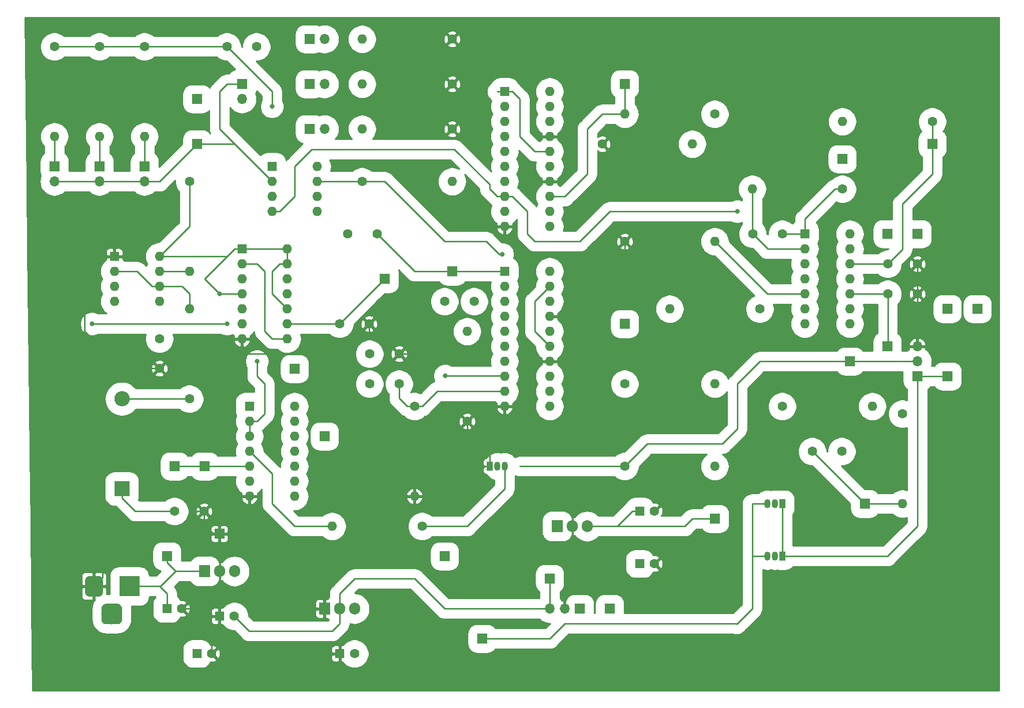
<source format=gbr>
G04 #@! TF.GenerationSoftware,KiCad,Pcbnew,(5.1.2)-2*
G04 #@! TF.CreationDate,2020-08-13T15:59:13+03:00*
G04 #@! TF.ProjectId,timing_circuit,74696d69-6e67-45f6-9369-72637569742e,rev?*
G04 #@! TF.SameCoordinates,Original*
G04 #@! TF.FileFunction,Copper,L1,Top*
G04 #@! TF.FilePolarity,Positive*
%FSLAX46Y46*%
G04 Gerber Fmt 4.6, Leading zero omitted, Abs format (unit mm)*
G04 Created by KiCad (PCBNEW (5.1.2)-2) date 2020-08-13 15:59:13*
%MOMM*%
%LPD*%
G04 APERTURE LIST*
%ADD10O,1.600000X1.600000*%
%ADD11C,1.600000*%
%ADD12R,1.050000X1.500000*%
%ADD13O,1.050000X1.500000*%
%ADD14O,1.700000X1.700000*%
%ADD15R,1.700000X1.700000*%
%ADD16O,1.905000X2.000000*%
%ADD17R,1.905000X2.000000*%
%ADD18C,0.100000*%
%ADD19C,3.500000*%
%ADD20C,3.000000*%
%ADD21R,3.500000X3.500000*%
%ADD22R,1.600000X1.600000*%
%ADD23R,2.600000X2.600000*%
%ADD24O,2.600000X2.600000*%
%ADD25C,0.800000*%
%ADD26C,0.250000*%
%ADD27C,0.254000*%
G04 APERTURE END LIST*
D10*
X26670000Y-35560000D03*
D11*
X26670000Y-20320000D03*
D10*
X19050000Y-35560000D03*
D11*
X19050000Y-20320000D03*
D10*
X71120000Y-26670000D03*
D11*
X86360000Y-26670000D03*
D10*
X71120000Y-34290000D03*
D11*
X86360000Y-34290000D03*
D12*
X92710000Y-91440000D03*
D13*
X95250000Y-91440000D03*
X93980000Y-91440000D03*
D12*
X142240000Y-97790000D03*
D13*
X139700000Y-97790000D03*
X140970000Y-97790000D03*
D12*
X142240000Y-106680000D03*
D13*
X139700000Y-106680000D03*
X140970000Y-106680000D03*
D14*
X64770000Y-19050000D03*
D15*
X62230000Y-19050000D03*
D14*
X64770000Y-26670000D03*
D15*
X62230000Y-26670000D03*
D14*
X64770000Y-34290000D03*
D15*
X62230000Y-34290000D03*
D11*
X90090000Y-63500000D03*
X85090000Y-63500000D03*
X77390000Y-77470000D03*
X72390000Y-77470000D03*
D15*
X160020000Y-71120000D03*
X86360000Y-58420000D03*
X59690000Y-74930000D03*
D16*
X49530000Y-109220000D03*
X46990000Y-109220000D03*
D17*
X44450000Y-109220000D03*
D16*
X69850000Y-115570000D03*
X67310000Y-115570000D03*
D17*
X64770000Y-115570000D03*
D16*
X109220000Y-101600000D03*
X106680000Y-101600000D03*
D17*
X104140000Y-101600000D03*
D14*
X102870000Y-115570000D03*
X105410000Y-115570000D03*
D15*
X107950000Y-115570000D03*
D18*
G36*
X29710765Y-114714213D02*
G01*
X29795704Y-114726813D01*
X29878999Y-114747677D01*
X29959848Y-114776605D01*
X30037472Y-114813319D01*
X30111124Y-114857464D01*
X30180094Y-114908616D01*
X30243718Y-114966282D01*
X30301384Y-115029906D01*
X30352536Y-115098876D01*
X30396681Y-115172528D01*
X30433395Y-115250152D01*
X30462323Y-115331001D01*
X30483187Y-115414296D01*
X30495787Y-115499235D01*
X30500000Y-115585000D01*
X30500000Y-117335000D01*
X30495787Y-117420765D01*
X30483187Y-117505704D01*
X30462323Y-117588999D01*
X30433395Y-117669848D01*
X30396681Y-117747472D01*
X30352536Y-117821124D01*
X30301384Y-117890094D01*
X30243718Y-117953718D01*
X30180094Y-118011384D01*
X30111124Y-118062536D01*
X30037472Y-118106681D01*
X29959848Y-118143395D01*
X29878999Y-118172323D01*
X29795704Y-118193187D01*
X29710765Y-118205787D01*
X29625000Y-118210000D01*
X27875000Y-118210000D01*
X27789235Y-118205787D01*
X27704296Y-118193187D01*
X27621001Y-118172323D01*
X27540152Y-118143395D01*
X27462528Y-118106681D01*
X27388876Y-118062536D01*
X27319906Y-118011384D01*
X27256282Y-117953718D01*
X27198616Y-117890094D01*
X27147464Y-117821124D01*
X27103319Y-117747472D01*
X27066605Y-117669848D01*
X27037677Y-117588999D01*
X27016813Y-117505704D01*
X27004213Y-117420765D01*
X27000000Y-117335000D01*
X27000000Y-115585000D01*
X27004213Y-115499235D01*
X27016813Y-115414296D01*
X27037677Y-115331001D01*
X27066605Y-115250152D01*
X27103319Y-115172528D01*
X27147464Y-115098876D01*
X27198616Y-115029906D01*
X27256282Y-114966282D01*
X27319906Y-114908616D01*
X27388876Y-114857464D01*
X27462528Y-114813319D01*
X27540152Y-114776605D01*
X27621001Y-114747677D01*
X27704296Y-114726813D01*
X27789235Y-114714213D01*
X27875000Y-114710000D01*
X29625000Y-114710000D01*
X29710765Y-114714213D01*
X29710765Y-114714213D01*
G37*
D19*
X28750000Y-116460000D03*
D18*
G36*
X26573513Y-110013611D02*
G01*
X26646318Y-110024411D01*
X26717714Y-110042295D01*
X26787013Y-110067090D01*
X26853548Y-110098559D01*
X26916678Y-110136398D01*
X26975795Y-110180242D01*
X27030330Y-110229670D01*
X27079758Y-110284205D01*
X27123602Y-110343322D01*
X27161441Y-110406452D01*
X27192910Y-110472987D01*
X27217705Y-110542286D01*
X27235589Y-110613682D01*
X27246389Y-110686487D01*
X27250000Y-110760000D01*
X27250000Y-112760000D01*
X27246389Y-112833513D01*
X27235589Y-112906318D01*
X27217705Y-112977714D01*
X27192910Y-113047013D01*
X27161441Y-113113548D01*
X27123602Y-113176678D01*
X27079758Y-113235795D01*
X27030330Y-113290330D01*
X26975795Y-113339758D01*
X26916678Y-113383602D01*
X26853548Y-113421441D01*
X26787013Y-113452910D01*
X26717714Y-113477705D01*
X26646318Y-113495589D01*
X26573513Y-113506389D01*
X26500000Y-113510000D01*
X25000000Y-113510000D01*
X24926487Y-113506389D01*
X24853682Y-113495589D01*
X24782286Y-113477705D01*
X24712987Y-113452910D01*
X24646452Y-113421441D01*
X24583322Y-113383602D01*
X24524205Y-113339758D01*
X24469670Y-113290330D01*
X24420242Y-113235795D01*
X24376398Y-113176678D01*
X24338559Y-113113548D01*
X24307090Y-113047013D01*
X24282295Y-112977714D01*
X24264411Y-112906318D01*
X24253611Y-112833513D01*
X24250000Y-112760000D01*
X24250000Y-110760000D01*
X24253611Y-110686487D01*
X24264411Y-110613682D01*
X24282295Y-110542286D01*
X24307090Y-110472987D01*
X24338559Y-110406452D01*
X24376398Y-110343322D01*
X24420242Y-110284205D01*
X24469670Y-110229670D01*
X24524205Y-110180242D01*
X24583322Y-110136398D01*
X24646452Y-110098559D01*
X24712987Y-110067090D01*
X24782286Y-110042295D01*
X24853682Y-110024411D01*
X24926487Y-110013611D01*
X25000000Y-110010000D01*
X26500000Y-110010000D01*
X26573513Y-110013611D01*
X26573513Y-110013611D01*
G37*
D20*
X25750000Y-111760000D03*
D21*
X31750000Y-111760000D03*
D11*
X48260000Y-20320000D03*
X53260000Y-20320000D03*
X68660000Y-52070000D03*
X73660000Y-52070000D03*
X142240000Y-52070000D03*
X137240000Y-52070000D03*
X165100000Y-57150000D03*
X160100000Y-57150000D03*
X152320000Y-88900000D03*
X147320000Y-88900000D03*
X165100000Y-62230000D03*
X160100000Y-62230000D03*
X36830000Y-74850000D03*
X36830000Y-69850000D03*
X44370000Y-99060000D03*
X39370000Y-99060000D03*
X67310000Y-67310000D03*
X72310000Y-67310000D03*
X77390000Y-72390000D03*
X72390000Y-72390000D03*
D22*
X38100000Y-115570000D03*
D11*
X40600000Y-115570000D03*
X45680000Y-123190000D03*
D22*
X43180000Y-123190000D03*
X46990000Y-116840000D03*
D11*
X49490000Y-116840000D03*
X69850000Y-123190000D03*
D22*
X67350000Y-123190000D03*
X118110000Y-107950000D03*
D11*
X120610000Y-107950000D03*
X120610000Y-99060000D03*
D22*
X118110000Y-99060000D03*
D23*
X30480000Y-95250000D03*
D24*
X30480000Y-80010000D03*
D15*
X50800000Y-26670000D03*
D14*
X50800000Y-29210000D03*
D15*
X165100000Y-52070000D03*
X175260000Y-64770000D03*
X39370000Y-91440000D03*
X165100000Y-76200000D03*
D14*
X165100000Y-73660000D03*
X165100000Y-71120000D03*
D10*
X34290000Y-35560000D03*
D11*
X34290000Y-20320000D03*
X152400000Y-44450000D03*
D10*
X137160000Y-44450000D03*
D11*
X86360000Y-19050000D03*
D10*
X71120000Y-19050000D03*
D11*
X71120000Y-43180000D03*
D10*
X86360000Y-43180000D03*
X115570000Y-31750000D03*
D11*
X130810000Y-31750000D03*
D10*
X152400000Y-33020000D03*
D11*
X167640000Y-33020000D03*
X88900000Y-83820000D03*
D10*
X88900000Y-68580000D03*
D11*
X111760000Y-36830000D03*
D10*
X127000000Y-36830000D03*
D11*
X142240000Y-81280000D03*
D10*
X157480000Y-81280000D03*
D11*
X115570000Y-77470000D03*
D10*
X130810000Y-77470000D03*
X123190000Y-64770000D03*
D11*
X138430000Y-64770000D03*
D10*
X162560000Y-97790000D03*
D11*
X162560000Y-82550000D03*
D10*
X80010000Y-96520000D03*
D11*
X80010000Y-81280000D03*
X115570000Y-53340000D03*
D10*
X130810000Y-53340000D03*
X41910000Y-58420000D03*
D11*
X41910000Y-43180000D03*
X41910000Y-80010000D03*
D10*
X41910000Y-64770000D03*
X66040000Y-101600000D03*
D11*
X81280000Y-101600000D03*
D10*
X130810000Y-91440000D03*
D11*
X115570000Y-91440000D03*
D10*
X36830000Y-55880000D03*
X29210000Y-63500000D03*
X36830000Y-58420000D03*
X29210000Y-60960000D03*
X36830000Y-60960000D03*
X29210000Y-58420000D03*
X36830000Y-63500000D03*
D22*
X29210000Y-55880000D03*
X95250000Y-27940000D03*
D10*
X102870000Y-50800000D03*
X95250000Y-30480000D03*
X102870000Y-48260000D03*
X95250000Y-33020000D03*
X102870000Y-45720000D03*
X95250000Y-35560000D03*
X102870000Y-43180000D03*
X95250000Y-38100000D03*
X102870000Y-40640000D03*
X95250000Y-40640000D03*
X102870000Y-38100000D03*
X95250000Y-43180000D03*
X102870000Y-35560000D03*
X95250000Y-45720000D03*
X102870000Y-33020000D03*
X95250000Y-48260000D03*
X102870000Y-30480000D03*
X95250000Y-50800000D03*
X102870000Y-27940000D03*
X102870000Y-58420000D03*
X95250000Y-81280000D03*
X102870000Y-60960000D03*
X95250000Y-78740000D03*
X102870000Y-63500000D03*
X95250000Y-76200000D03*
X102870000Y-66040000D03*
X95250000Y-73660000D03*
X102870000Y-68580000D03*
X95250000Y-71120000D03*
X102870000Y-71120000D03*
X95250000Y-68580000D03*
X102870000Y-73660000D03*
X95250000Y-66040000D03*
X102870000Y-76200000D03*
X95250000Y-63500000D03*
X102870000Y-78740000D03*
X95250000Y-60960000D03*
X102870000Y-81280000D03*
D22*
X95250000Y-58420000D03*
D10*
X153670000Y-52070000D03*
X146050000Y-67310000D03*
X153670000Y-54610000D03*
X146050000Y-64770000D03*
X153670000Y-57150000D03*
X146050000Y-62230000D03*
X153670000Y-59690000D03*
X146050000Y-59690000D03*
X153670000Y-62230000D03*
X146050000Y-57150000D03*
X153670000Y-64770000D03*
X146050000Y-54610000D03*
X153670000Y-67310000D03*
D22*
X146050000Y-52070000D03*
X50800000Y-54610000D03*
D10*
X58420000Y-69850000D03*
X50800000Y-57150000D03*
X58420000Y-67310000D03*
X50800000Y-59690000D03*
X58420000Y-64770000D03*
X50800000Y-62230000D03*
X58420000Y-62230000D03*
X50800000Y-64770000D03*
X58420000Y-59690000D03*
X50800000Y-67310000D03*
X58420000Y-57150000D03*
X50800000Y-69850000D03*
X58420000Y-54610000D03*
D22*
X52070000Y-81280000D03*
D10*
X59690000Y-96520000D03*
X52070000Y-83820000D03*
X59690000Y-93980000D03*
X52070000Y-86360000D03*
X59690000Y-91440000D03*
X52070000Y-88900000D03*
X59690000Y-88900000D03*
X52070000Y-91440000D03*
X59690000Y-86360000D03*
X52070000Y-93980000D03*
X59690000Y-83820000D03*
X52070000Y-96520000D03*
X59690000Y-81280000D03*
D22*
X55880000Y-40640000D03*
D10*
X63500000Y-48260000D03*
X55880000Y-43180000D03*
X63500000Y-45720000D03*
X55880000Y-45720000D03*
X63500000Y-43180000D03*
X55880000Y-48260000D03*
X63500000Y-40640000D03*
D15*
X38100000Y-106680000D03*
X91440000Y-120650000D03*
X102870000Y-110490000D03*
X64770000Y-86360000D03*
X44450000Y-91440000D03*
X85090000Y-106680000D03*
X74930000Y-59690000D03*
X113030000Y-115570000D03*
X46990000Y-102870000D03*
X130810000Y-100330000D03*
X43180000Y-29210000D03*
X43180000Y-36830000D03*
X115570000Y-26670000D03*
X153670000Y-73660000D03*
X115570000Y-67310000D03*
X170180000Y-76200000D03*
X152400000Y-39370000D03*
X156210000Y-97790000D03*
X167640000Y-36830000D03*
X170180000Y-64770000D03*
X160020000Y-52070000D03*
X19050000Y-40640000D03*
D14*
X19050000Y-43180000D03*
X26670000Y-43180000D03*
D15*
X26670000Y-40640000D03*
X34290000Y-40640000D03*
D14*
X34290000Y-43180000D03*
D25*
X55880000Y-30480000D03*
X83820000Y-72390000D03*
X94876250Y-55506250D03*
X46990000Y-62230000D03*
X134620000Y-48260000D03*
X85167650Y-76122350D03*
X48260000Y-67310000D03*
X25400000Y-67310000D03*
X74930000Y-59690000D03*
X53340000Y-73660000D03*
D26*
X43180000Y-20320000D02*
X48260000Y-20320000D01*
X43180000Y-20320000D02*
X19050000Y-20320000D01*
X48260000Y-20320000D02*
X55880000Y-27940000D01*
X55880000Y-30480000D02*
X55880000Y-27940000D01*
X43180000Y-36830000D02*
X49530000Y-36830000D01*
X55880000Y-43180000D02*
X49530000Y-36830000D01*
X49530000Y-36830000D02*
X46990000Y-34290000D01*
X46990000Y-34290000D02*
X46990000Y-27940000D01*
X46990000Y-27940000D02*
X48260000Y-26670000D01*
X48260000Y-26670000D02*
X50800000Y-26670000D01*
X43180000Y-36830000D02*
X36830000Y-43180000D01*
X36830000Y-43180000D02*
X34290000Y-43180000D01*
X34290000Y-43180000D02*
X19050000Y-43180000D01*
X95250000Y-58420000D02*
X80010000Y-58420000D01*
X80010000Y-58420000D02*
X73660000Y-52070000D01*
X73660000Y-52070000D02*
X73660000Y-52070000D01*
X100330000Y-38100000D02*
X102870000Y-38100000D01*
X97790000Y-35560000D02*
X100330000Y-38100000D01*
X97790000Y-29210000D02*
X97790000Y-35560000D01*
X95250000Y-27940000D02*
X96520000Y-27940000D01*
X96520000Y-27940000D02*
X97790000Y-29210000D01*
X93980000Y-27940000D02*
X95250000Y-27940000D01*
X146050000Y-52070000D02*
X142240000Y-52070000D01*
X146050000Y-52070000D02*
X146050000Y-49530000D01*
X146050000Y-49530000D02*
X151130000Y-44450000D01*
X151130000Y-44450000D02*
X152400000Y-44450000D01*
X146050000Y-54610000D02*
X139700000Y-54610000D01*
X139700000Y-54530000D02*
X137240000Y-52070000D01*
X139700000Y-54610000D02*
X139700000Y-54530000D01*
X137160000Y-51990000D02*
X137240000Y-52070000D01*
X137160000Y-44450000D02*
X137160000Y-51990000D01*
X165100000Y-57150000D02*
X165100000Y-62230000D01*
X165100000Y-62230000D02*
X165100000Y-71120000D01*
X50800000Y-69850000D02*
X45720000Y-69850000D01*
X45720000Y-69850000D02*
X44450000Y-69850000D01*
X44450000Y-69850000D02*
X41910000Y-72390000D01*
X72310000Y-67310000D02*
X72310000Y-68660000D01*
X68580000Y-72390000D02*
X40640000Y-72390000D01*
X72310000Y-68660000D02*
X68580000Y-72390000D01*
X41910000Y-72390000D02*
X40640000Y-72390000D01*
X39290000Y-72390000D02*
X36830000Y-74850000D01*
X40640000Y-72390000D02*
X39290000Y-72390000D01*
X36830000Y-74850000D02*
X30400000Y-74850000D01*
X30400000Y-74850000D02*
X24130000Y-68580000D01*
X24130000Y-68580000D02*
X24130000Y-57150000D01*
X25400000Y-55880000D02*
X29210000Y-55880000D01*
X24130000Y-57150000D02*
X25400000Y-55880000D01*
X46910000Y-96520000D02*
X44370000Y-99060000D01*
X52070000Y-96520000D02*
X46910000Y-96520000D01*
X44370000Y-99060000D02*
X43180000Y-99060000D01*
X43180000Y-99060000D02*
X39370000Y-102870000D01*
X39370000Y-102870000D02*
X31750000Y-102870000D01*
X31750000Y-102870000D02*
X24130000Y-95250000D01*
X24130000Y-95250000D02*
X24130000Y-68580000D01*
X106680000Y-66040000D02*
X102870000Y-66040000D01*
X115570000Y-53340000D02*
X115570000Y-57150000D01*
X115570000Y-57150000D02*
X106680000Y-66040000D01*
X102870000Y-73660000D02*
X104140000Y-73660000D01*
X104140000Y-73660000D02*
X106680000Y-71120000D01*
X106680000Y-67310000D02*
X105410000Y-66040000D01*
X106680000Y-71120000D02*
X106680000Y-67310000D01*
X96520000Y-81280000D02*
X95250000Y-81280000D01*
X99060000Y-78740000D02*
X96520000Y-81280000D01*
X99060000Y-76200000D02*
X99060000Y-78740000D01*
X102870000Y-73660000D02*
X101600000Y-73660000D01*
X101600000Y-73660000D02*
X99060000Y-76200000D01*
X90170000Y-91440000D02*
X92710000Y-91440000D01*
X86360000Y-95250000D02*
X90170000Y-91440000D01*
X86360000Y-95250000D02*
X85090000Y-96520000D01*
X85090000Y-96520000D02*
X80010000Y-96520000D01*
X77390000Y-72390000D02*
X72310000Y-67310000D01*
X83820000Y-72390000D02*
X77390000Y-72390000D01*
X92710000Y-88900000D02*
X92710000Y-91440000D01*
X88900000Y-83820000D02*
X88900000Y-85090000D01*
X88900000Y-85090000D02*
X92710000Y-88900000D01*
X105410000Y-115570000D02*
X105410000Y-109220000D01*
X106680000Y-107950000D02*
X106680000Y-101600000D01*
X105410000Y-109220000D02*
X106680000Y-107950000D01*
X46990000Y-111760000D02*
X46990000Y-109220000D01*
X48260000Y-113030000D02*
X46990000Y-111760000D01*
X57150000Y-113030000D02*
X48260000Y-113030000D01*
X64770000Y-115570000D02*
X59690000Y-115570000D01*
X59690000Y-115570000D02*
X57150000Y-113030000D01*
X46990000Y-111760000D02*
X46990000Y-116840000D01*
X46990000Y-111760000D02*
X43180000Y-115570000D01*
X43180000Y-115570000D02*
X40600000Y-115570000D01*
X45680000Y-123190000D02*
X45680000Y-120690000D01*
X45680000Y-120690000D02*
X46990000Y-119380000D01*
X46990000Y-119380000D02*
X46990000Y-116840000D01*
X46990000Y-109220000D02*
X46990000Y-102870000D01*
X45890000Y-102870000D02*
X46990000Y-102870000D01*
X44370000Y-101350000D02*
X45890000Y-102870000D01*
X44370000Y-99060000D02*
X44370000Y-101350000D01*
X27210455Y-110299545D02*
X27210455Y-107409545D01*
X25750000Y-111760000D02*
X27210455Y-110299545D01*
X27210455Y-107409545D02*
X31750000Y-102870000D01*
X160100000Y-57150000D02*
X153670000Y-57150000D01*
X160100000Y-57150000D02*
X162560000Y-54690000D01*
X162560000Y-54690000D02*
X162560000Y-46990000D01*
X162560000Y-46990000D02*
X167640000Y-41910000D01*
X167640000Y-41910000D02*
X167640000Y-36830000D01*
X167640000Y-36830000D02*
X167640000Y-33020000D01*
X162560000Y-97790000D02*
X156210000Y-97790000D01*
X156210000Y-97790000D02*
X151130000Y-92710000D01*
X151130000Y-92710000D02*
X147320000Y-88900000D01*
X160100000Y-62230000D02*
X153670000Y-62230000D01*
X160100000Y-71040000D02*
X160020000Y-71120000D01*
X160100000Y-62230000D02*
X160100000Y-71040000D01*
X41910000Y-64770000D02*
X41910000Y-62230000D01*
X41910000Y-62230000D02*
X40640000Y-60960000D01*
X40640000Y-60960000D02*
X36830000Y-60960000D01*
X36830000Y-60960000D02*
X35560000Y-60960000D01*
X33020000Y-58420000D02*
X29210000Y-58420000D01*
X35560000Y-60960000D02*
X33020000Y-58420000D01*
X30480000Y-96800000D02*
X30480000Y-95250000D01*
X32740000Y-99060000D02*
X30480000Y-96800000D01*
X39370000Y-99060000D02*
X32740000Y-99060000D01*
X71120000Y-43180000D02*
X74930000Y-43180000D01*
X94310565Y-55506250D02*
X92144315Y-53340000D01*
X94876250Y-55506250D02*
X94310565Y-55506250D01*
X92144315Y-53340000D02*
X85090000Y-53340000D01*
X74930000Y-43180000D02*
X85090000Y-53340000D01*
X63500000Y-43180000D02*
X71120000Y-43180000D01*
X130810000Y-100330000D02*
X127000000Y-100330000D01*
X127000000Y-100330000D02*
X125730000Y-101600000D01*
X116840000Y-99060000D02*
X114300000Y-101600000D01*
X118110000Y-99060000D02*
X116840000Y-99060000D01*
X125730000Y-101600000D02*
X114300000Y-101600000D01*
X114300000Y-101600000D02*
X109220000Y-101600000D01*
X137160000Y-106680000D02*
X139700000Y-106680000D01*
X137160000Y-106680000D02*
X137160000Y-115570000D01*
X58420000Y-54610000D02*
X50800000Y-54610000D01*
X50800000Y-54610000D02*
X49530000Y-54610000D01*
X50800000Y-62230000D02*
X46990000Y-62230000D01*
X36830000Y-55880000D02*
X48260000Y-55880000D01*
X49530000Y-54610000D02*
X48260000Y-55880000D01*
X48260000Y-55880000D02*
X44450000Y-59690000D01*
X41910000Y-50800000D02*
X36830000Y-55880000D01*
X41910000Y-43180000D02*
X41910000Y-50800000D01*
X44450000Y-59690000D02*
X46990000Y-62230000D01*
X58420000Y-54610000D02*
X58420000Y-57150000D01*
X58420000Y-57150000D02*
X57150000Y-57150000D01*
X57150000Y-57150000D02*
X55880000Y-58420000D01*
X55880000Y-62230000D02*
X58420000Y-64770000D01*
X55880000Y-58420000D02*
X55880000Y-62230000D01*
X137160000Y-106680000D02*
X137160000Y-97790000D01*
X137160000Y-97790000D02*
X139700000Y-97790000D01*
X134620000Y-118110000D02*
X105410000Y-118110000D01*
X134620000Y-118110000D02*
X137160000Y-115570000D01*
X134514700Y-118215300D02*
X134620000Y-118110000D01*
X105410000Y-118110000D02*
X102870000Y-120650000D01*
X102870000Y-120650000D02*
X91440000Y-120650000D01*
X64396550Y-37726550D02*
X65143450Y-37726550D01*
X62603450Y-37726550D02*
X65143450Y-37726550D01*
X59690000Y-40640000D02*
X62603450Y-37726550D01*
X59690000Y-45720000D02*
X59690000Y-40640000D01*
X55880000Y-48260000D02*
X57150000Y-48260000D01*
X57150000Y-48260000D02*
X59690000Y-45720000D01*
X65143450Y-37726550D02*
X86733450Y-37726550D01*
X92710000Y-43703100D02*
X86733450Y-37726550D01*
X93980000Y-45720000D02*
X92710000Y-44450000D01*
X92710000Y-44450000D02*
X92710000Y-43703100D01*
X95250000Y-45720000D02*
X93980000Y-45720000D01*
X95250000Y-45720000D02*
X96520000Y-45720000D01*
X96520000Y-45720000D02*
X99060000Y-48260000D01*
X99060000Y-48260000D02*
X99060000Y-52070000D01*
X99060000Y-52070000D02*
X100330000Y-53340000D01*
X100330000Y-53340000D02*
X107950000Y-53340000D01*
X107950000Y-53340000D02*
X113030000Y-48260000D01*
X113030000Y-48260000D02*
X134620000Y-48260000D01*
X134620000Y-48260000D02*
X134620000Y-48260000D01*
X95172350Y-76122350D02*
X95250000Y-76200000D01*
X85167650Y-76122350D02*
X95172350Y-76122350D01*
X36830000Y-58420000D02*
X41910000Y-58420000D01*
X41910000Y-80010000D02*
X30480000Y-80010000D01*
X165100000Y-76200000D02*
X170180000Y-76200000D01*
X165100000Y-76200000D02*
X165100000Y-101600000D01*
X165100000Y-101600000D02*
X163830000Y-102870000D01*
X160020000Y-106680000D02*
X142240000Y-106680000D01*
X163830000Y-102870000D02*
X160020000Y-106680000D01*
X142240000Y-106680000D02*
X142240000Y-97790000D01*
X165100000Y-73660000D02*
X153670000Y-73660000D01*
X153670000Y-73660000D02*
X138430000Y-73660000D01*
X138430000Y-73660000D02*
X134620000Y-77470000D01*
X134620000Y-77470000D02*
X134620000Y-85090000D01*
X134620000Y-85090000D02*
X132080000Y-87630000D01*
X132080000Y-87630000D02*
X119380000Y-87630000D01*
X119380000Y-87630000D02*
X115570000Y-91440000D01*
X115570000Y-91440000D02*
X101600000Y-91440000D01*
X101600000Y-91440000D02*
X97790000Y-91440000D01*
X95250000Y-91440000D02*
X95250000Y-95250000D01*
X95250000Y-95250000D02*
X90170000Y-100330000D01*
X90170000Y-100330000D02*
X88900000Y-101600000D01*
X88900000Y-101600000D02*
X81280000Y-101600000D01*
X102870000Y-45720000D02*
X105410000Y-45720000D01*
X105410000Y-45720000D02*
X109220000Y-41910000D01*
X115570000Y-31750000D02*
X111760000Y-31750000D01*
X111760000Y-31750000D02*
X109220000Y-34290000D01*
X109220000Y-41910000D02*
X109220000Y-34290000D01*
X115570000Y-31750000D02*
X115570000Y-26670000D01*
X139700000Y-62230000D02*
X130810000Y-53340000D01*
X146050000Y-62230000D02*
X139700000Y-62230000D01*
X59690000Y-101600000D02*
X66040000Y-101600000D01*
X55880000Y-97790000D02*
X59690000Y-101600000D01*
X52070000Y-88900000D02*
X55880000Y-92710000D01*
X55880000Y-92710000D02*
X55880000Y-97790000D01*
X102870000Y-71120000D02*
X100330000Y-68580000D01*
X100330000Y-68580000D02*
X100330000Y-63500000D01*
X100330000Y-63500000D02*
X102870000Y-60960000D01*
X53340000Y-57150000D02*
X50800000Y-57150000D01*
X54610000Y-58420000D02*
X53340000Y-57150000D01*
X54610000Y-68580000D02*
X54610000Y-58420000D01*
X58420000Y-69850000D02*
X55880000Y-69850000D01*
X55880000Y-69850000D02*
X54610000Y-68580000D01*
X38100000Y-107780000D02*
X38100000Y-106680000D01*
X39540000Y-109220000D02*
X38100000Y-107780000D01*
X44450000Y-109220000D02*
X39540000Y-109220000D01*
X37000000Y-111760000D02*
X39540000Y-109220000D01*
X38100000Y-113030000D02*
X38100000Y-115570000D01*
X36830000Y-111760000D02*
X38100000Y-113030000D01*
X36830000Y-111760000D02*
X37000000Y-111760000D01*
X31750000Y-111760000D02*
X36830000Y-111760000D01*
X102870000Y-110490000D02*
X102870000Y-115570000D01*
X102870000Y-115570000D02*
X85090000Y-115570000D01*
X85090000Y-115570000D02*
X80010000Y-110490000D01*
X80010000Y-110490000D02*
X69850000Y-110490000D01*
X69850000Y-110490000D02*
X67310000Y-113030000D01*
X67310000Y-113030000D02*
X67310000Y-115570000D01*
X52030000Y-119380000D02*
X49490000Y-116840000D01*
X66040000Y-119380000D02*
X52030000Y-119380000D01*
X67310000Y-115570000D02*
X67310000Y-118110000D01*
X67310000Y-118110000D02*
X66040000Y-119380000D01*
X39370000Y-91440000D02*
X44450000Y-91440000D01*
X44450000Y-91440000D02*
X52070000Y-91440000D01*
X44450000Y-67310000D02*
X25400000Y-67310000D01*
X48260000Y-67310000D02*
X44450000Y-67310000D01*
X58420000Y-67310000D02*
X67310000Y-67310000D01*
X74930000Y-59690000D02*
X67310000Y-67310000D01*
X53340000Y-73660000D02*
X53340000Y-76200000D01*
X53340000Y-76200000D02*
X54610000Y-77470000D01*
X54610000Y-77470000D02*
X54610000Y-82550000D01*
X54610000Y-82550000D02*
X53340000Y-83820000D01*
X53340000Y-83820000D02*
X52070000Y-83820000D01*
X52070000Y-86360000D02*
X52070000Y-83820000D01*
X81280000Y-81280000D02*
X80010000Y-81280000D01*
X95250000Y-78740000D02*
X83820000Y-78740000D01*
X83820000Y-78740000D02*
X81280000Y-81280000D01*
X77390000Y-79930000D02*
X77390000Y-77470000D01*
X80010000Y-81280000D02*
X78740000Y-81280000D01*
X78740000Y-81280000D02*
X77390000Y-79930000D01*
X19050000Y-40640000D02*
X19050000Y-35560000D01*
X26670000Y-40640000D02*
X26670000Y-35560000D01*
X34290000Y-40640000D02*
X34290000Y-35560000D01*
D27*
G36*
X178943000Y-129413000D02*
G01*
X15365597Y-129413000D01*
X15287565Y-122390000D01*
X40737089Y-122390000D01*
X40737089Y-123990000D01*
X40768657Y-124310516D01*
X40862148Y-124618715D01*
X41013969Y-124902752D01*
X41218286Y-125151714D01*
X41467248Y-125356031D01*
X41751285Y-125507852D01*
X42059484Y-125601343D01*
X42380000Y-125632911D01*
X43980000Y-125632911D01*
X44300516Y-125601343D01*
X44608715Y-125507852D01*
X44892752Y-125356031D01*
X45141714Y-125151714D01*
X45346031Y-124902752D01*
X45497852Y-124618715D01*
X45498137Y-124617776D01*
X45750512Y-124630217D01*
X46030130Y-124588787D01*
X46296292Y-124493603D01*
X46421514Y-124426671D01*
X46493097Y-124182702D01*
X45680000Y-123369605D01*
X45665858Y-123383748D01*
X45622911Y-123340801D01*
X45622911Y-123190000D01*
X45859605Y-123190000D01*
X46672702Y-124003097D01*
X46717339Y-123990000D01*
X65911928Y-123990000D01*
X65924188Y-124114482D01*
X65960498Y-124234180D01*
X66019463Y-124344494D01*
X66098815Y-124441185D01*
X66195506Y-124520537D01*
X66305820Y-124579502D01*
X66425518Y-124615812D01*
X66550000Y-124628072D01*
X67064250Y-124625000D01*
X67223000Y-124466250D01*
X67223000Y-123317000D01*
X66073750Y-123317000D01*
X65915000Y-123475750D01*
X65911928Y-123990000D01*
X46717339Y-123990000D01*
X46916671Y-123931514D01*
X47037571Y-123676004D01*
X47106300Y-123401816D01*
X47120217Y-123119488D01*
X47078787Y-122839870D01*
X46983603Y-122573708D01*
X46916671Y-122448486D01*
X46717340Y-122390000D01*
X65911928Y-122390000D01*
X65915000Y-122904250D01*
X66073750Y-123063000D01*
X67223000Y-123063000D01*
X67223000Y-122950173D01*
X67415000Y-122950173D01*
X67415000Y-123429827D01*
X67477000Y-123741521D01*
X67477000Y-124466250D01*
X67635750Y-124625000D01*
X67881267Y-124626467D01*
X67958612Y-124742222D01*
X68297778Y-125081388D01*
X68696595Y-125347869D01*
X69139737Y-125531424D01*
X69610173Y-125625000D01*
X70089827Y-125625000D01*
X70560263Y-125531424D01*
X71003405Y-125347869D01*
X71402222Y-125081388D01*
X71741388Y-124742222D01*
X72007869Y-124343405D01*
X72191424Y-123900263D01*
X72285000Y-123429827D01*
X72285000Y-122950173D01*
X72191424Y-122479737D01*
X72007869Y-122036595D01*
X71741388Y-121637778D01*
X71402222Y-121298612D01*
X71003405Y-121032131D01*
X70560263Y-120848576D01*
X70089827Y-120755000D01*
X69610173Y-120755000D01*
X69139737Y-120848576D01*
X68696595Y-121032131D01*
X68297778Y-121298612D01*
X67958612Y-121637778D01*
X67881267Y-121753533D01*
X67635750Y-121755000D01*
X67477000Y-121913750D01*
X67477000Y-122638479D01*
X67415000Y-122950173D01*
X67223000Y-122950173D01*
X67223000Y-121913750D01*
X67064250Y-121755000D01*
X66550000Y-121751928D01*
X66425518Y-121764188D01*
X66305820Y-121800498D01*
X66195506Y-121859463D01*
X66098815Y-121938815D01*
X66019463Y-122035506D01*
X65960498Y-122145820D01*
X65924188Y-122265518D01*
X65911928Y-122390000D01*
X46717340Y-122390000D01*
X46672702Y-122376903D01*
X45859605Y-123190000D01*
X45622911Y-123190000D01*
X45622911Y-123039199D01*
X45665858Y-122996253D01*
X45680000Y-123010395D01*
X46493097Y-122197298D01*
X46421514Y-121953329D01*
X46166004Y-121832429D01*
X45891816Y-121763700D01*
X45609488Y-121749783D01*
X45499315Y-121766107D01*
X45497852Y-121761285D01*
X45346031Y-121477248D01*
X45141714Y-121228286D01*
X44892752Y-121023969D01*
X44608715Y-120872148D01*
X44300516Y-120778657D01*
X43980000Y-120747089D01*
X42380000Y-120747089D01*
X42059484Y-120778657D01*
X41751285Y-120872148D01*
X41467248Y-121023969D01*
X41218286Y-121228286D01*
X41013969Y-121477248D01*
X40862148Y-121761285D01*
X40768657Y-122069484D01*
X40737089Y-122390000D01*
X15287565Y-122390000D01*
X15211954Y-115585000D01*
X25357089Y-115585000D01*
X25357089Y-117335000D01*
X25405470Y-117826220D01*
X25548754Y-118298563D01*
X25781434Y-118733876D01*
X26094568Y-119115432D01*
X26476124Y-119428566D01*
X26911437Y-119661246D01*
X27383780Y-119804530D01*
X27875000Y-119852911D01*
X29625000Y-119852911D01*
X30116220Y-119804530D01*
X30588563Y-119661246D01*
X31023876Y-119428566D01*
X31405432Y-119115432D01*
X31718566Y-118733876D01*
X31951246Y-118298563D01*
X32094530Y-117826220D01*
X32142911Y-117335000D01*
X32142911Y-115585000D01*
X32100354Y-115152911D01*
X33500000Y-115152911D01*
X33820516Y-115121343D01*
X34128715Y-115027852D01*
X34412752Y-114876031D01*
X34661714Y-114671714D01*
X34866031Y-114422752D01*
X35017852Y-114138715D01*
X35111343Y-113830516D01*
X35141926Y-113520000D01*
X36100985Y-113520000D01*
X36166289Y-113585305D01*
X36138286Y-113608286D01*
X35933969Y-113857248D01*
X35782148Y-114141285D01*
X35688657Y-114449484D01*
X35657089Y-114770000D01*
X35657089Y-116370000D01*
X35688657Y-116690516D01*
X35782148Y-116998715D01*
X35933969Y-117282752D01*
X36138286Y-117531714D01*
X36387248Y-117736031D01*
X36671285Y-117887852D01*
X36979484Y-117981343D01*
X37300000Y-118012911D01*
X38900000Y-118012911D01*
X39220516Y-117981343D01*
X39528715Y-117887852D01*
X39812752Y-117736031D01*
X39929766Y-117640000D01*
X45551928Y-117640000D01*
X45564188Y-117764482D01*
X45600498Y-117884180D01*
X45659463Y-117994494D01*
X45738815Y-118091185D01*
X45835506Y-118170537D01*
X45945820Y-118229502D01*
X46065518Y-118265812D01*
X46190000Y-118278072D01*
X46704250Y-118275000D01*
X46863000Y-118116250D01*
X46863000Y-116967000D01*
X45713750Y-116967000D01*
X45555000Y-117125750D01*
X45551928Y-117640000D01*
X39929766Y-117640000D01*
X40061714Y-117531714D01*
X40266031Y-117282752D01*
X40417852Y-116998715D01*
X40418137Y-116997776D01*
X40670512Y-117010217D01*
X40950130Y-116968787D01*
X41216292Y-116873603D01*
X41341514Y-116806671D01*
X41413097Y-116562702D01*
X40600000Y-115749605D01*
X40585858Y-115763748D01*
X40542911Y-115720801D01*
X40542911Y-115570000D01*
X40779605Y-115570000D01*
X41592702Y-116383097D01*
X41836671Y-116311514D01*
X41957571Y-116056004D01*
X41961582Y-116040000D01*
X45551928Y-116040000D01*
X45555000Y-116554250D01*
X45713750Y-116713000D01*
X46863000Y-116713000D01*
X46863000Y-116600173D01*
X47055000Y-116600173D01*
X47055000Y-117079827D01*
X47117000Y-117391521D01*
X47117000Y-118116250D01*
X47275750Y-118275000D01*
X47521267Y-118276467D01*
X47598612Y-118392222D01*
X47937778Y-118731388D01*
X48336595Y-118997869D01*
X48779737Y-119181424D01*
X49250173Y-119275000D01*
X49435985Y-119275000D01*
X50724361Y-120563377D01*
X50779471Y-120630529D01*
X51047466Y-120850466D01*
X51353219Y-121013895D01*
X51684980Y-121114533D01*
X51943547Y-121140000D01*
X51943556Y-121140000D01*
X52029999Y-121148514D01*
X52116442Y-121140000D01*
X65953550Y-121140000D01*
X66040000Y-121148515D01*
X66126450Y-121140000D01*
X66126453Y-121140000D01*
X66385020Y-121114533D01*
X66716781Y-121013895D01*
X67022534Y-120850466D01*
X67290529Y-120630529D01*
X67345643Y-120563372D01*
X68493377Y-119415639D01*
X68560529Y-119360529D01*
X68780466Y-119092534D01*
X68943895Y-118786781D01*
X69044533Y-118455020D01*
X69070000Y-118196453D01*
X69070000Y-118196444D01*
X69078514Y-118110001D01*
X69076220Y-118086705D01*
X69342762Y-118167560D01*
X69850000Y-118217519D01*
X70357239Y-118167560D01*
X70844984Y-118019604D01*
X71294493Y-117779337D01*
X71688491Y-117455991D01*
X72011837Y-117061992D01*
X72252104Y-116612483D01*
X72400060Y-116124738D01*
X72437500Y-115744606D01*
X72437500Y-115395393D01*
X72400060Y-115015261D01*
X72252104Y-114527516D01*
X72011837Y-114078007D01*
X71688491Y-113684009D01*
X71294492Y-113360663D01*
X70844983Y-113120396D01*
X70357238Y-112972440D01*
X69901466Y-112927550D01*
X70579016Y-112250000D01*
X79280985Y-112250000D01*
X83784361Y-116753377D01*
X83839471Y-116820529D01*
X84107466Y-117040466D01*
X84413219Y-117203895D01*
X84744980Y-117304533D01*
X85090000Y-117338515D01*
X85176453Y-117330000D01*
X101099691Y-117330000D01*
X101104338Y-117335662D01*
X101482728Y-117646199D01*
X101914431Y-117876948D01*
X102382855Y-118019043D01*
X102747929Y-118055000D01*
X102975984Y-118055000D01*
X102140985Y-118890000D01*
X93657502Y-118890000D01*
X93656031Y-118887248D01*
X93451714Y-118638286D01*
X93202752Y-118433969D01*
X92918715Y-118282148D01*
X92610516Y-118188657D01*
X92290000Y-118157089D01*
X90590000Y-118157089D01*
X90269484Y-118188657D01*
X89961285Y-118282148D01*
X89677248Y-118433969D01*
X89428286Y-118638286D01*
X89223969Y-118887248D01*
X89072148Y-119171285D01*
X88978657Y-119479484D01*
X88947089Y-119800000D01*
X88947089Y-121500000D01*
X88978657Y-121820516D01*
X89072148Y-122128715D01*
X89223969Y-122412752D01*
X89428286Y-122661714D01*
X89677248Y-122866031D01*
X89961285Y-123017852D01*
X90269484Y-123111343D01*
X90590000Y-123142911D01*
X92290000Y-123142911D01*
X92610516Y-123111343D01*
X92918715Y-123017852D01*
X93202752Y-122866031D01*
X93451714Y-122661714D01*
X93656031Y-122412752D01*
X93657502Y-122410000D01*
X102783550Y-122410000D01*
X102870000Y-122418515D01*
X102956450Y-122410000D01*
X102956453Y-122410000D01*
X103215020Y-122384533D01*
X103546781Y-122283895D01*
X103852534Y-122120466D01*
X104120529Y-121900529D01*
X104175643Y-121833372D01*
X106139016Y-119870000D01*
X133906508Y-119870000D01*
X134169680Y-119949832D01*
X134514700Y-119983815D01*
X134859720Y-119949832D01*
X135191481Y-119849194D01*
X135497234Y-119685766D01*
X135698076Y-119520939D01*
X135803371Y-119415644D01*
X135870529Y-119360529D01*
X135925643Y-119293372D01*
X138343377Y-116875639D01*
X138410529Y-116820529D01*
X138630466Y-116552534D01*
X138793895Y-116246781D01*
X138894533Y-115915020D01*
X138920000Y-115656453D01*
X138920000Y-115656444D01*
X138928514Y-115570001D01*
X138920000Y-115483558D01*
X138920000Y-108925583D01*
X139276566Y-109033746D01*
X139700000Y-109075451D01*
X140123433Y-109033746D01*
X140335000Y-108969568D01*
X140546566Y-109033746D01*
X140970000Y-109075451D01*
X141375321Y-109035530D01*
X141394484Y-109041343D01*
X141715000Y-109072911D01*
X142765000Y-109072911D01*
X143085516Y-109041343D01*
X143393715Y-108947852D01*
X143677752Y-108796031D01*
X143926714Y-108591714D01*
X144051222Y-108440000D01*
X159933550Y-108440000D01*
X160020000Y-108448515D01*
X160106450Y-108440000D01*
X160106453Y-108440000D01*
X160365020Y-108414533D01*
X160696781Y-108313895D01*
X161002534Y-108150466D01*
X161270529Y-107930529D01*
X161325644Y-107863371D01*
X165135639Y-104053377D01*
X165135643Y-104053372D01*
X166283377Y-102905639D01*
X166350529Y-102850529D01*
X166570466Y-102582534D01*
X166733895Y-102276781D01*
X166834533Y-101945020D01*
X166860000Y-101686453D01*
X166860000Y-101686444D01*
X166868514Y-101600001D01*
X166860000Y-101513558D01*
X166860000Y-78417502D01*
X166862752Y-78416031D01*
X167111714Y-78211714D01*
X167316031Y-77962752D01*
X167317502Y-77960000D01*
X167962498Y-77960000D01*
X167963969Y-77962752D01*
X168168286Y-78211714D01*
X168417248Y-78416031D01*
X168701285Y-78567852D01*
X169009484Y-78661343D01*
X169330000Y-78692911D01*
X171030000Y-78692911D01*
X171350516Y-78661343D01*
X171658715Y-78567852D01*
X171942752Y-78416031D01*
X172191714Y-78211714D01*
X172396031Y-77962752D01*
X172547852Y-77678715D01*
X172641343Y-77370516D01*
X172672911Y-77050000D01*
X172672911Y-75350000D01*
X172641343Y-75029484D01*
X172547852Y-74721285D01*
X172396031Y-74437248D01*
X172191714Y-74188286D01*
X171942752Y-73983969D01*
X171658715Y-73832148D01*
X171350516Y-73738657D01*
X171030000Y-73707089D01*
X169330000Y-73707089D01*
X169009484Y-73738657D01*
X168701285Y-73832148D01*
X168417248Y-73983969D01*
X168168286Y-74188286D01*
X167963969Y-74437248D01*
X167962498Y-74440000D01*
X167460206Y-74440000D01*
X167549043Y-74147145D01*
X167597023Y-73660000D01*
X167549043Y-73172855D01*
X167406948Y-72704431D01*
X167176199Y-72272728D01*
X166865662Y-71894338D01*
X166504708Y-71598110D01*
X166541476Y-71476890D01*
X166420155Y-71247000D01*
X165705963Y-71247000D01*
X165587145Y-71210957D01*
X165222071Y-71175000D01*
X164977929Y-71175000D01*
X164612855Y-71210957D01*
X164494037Y-71247000D01*
X163779845Y-71247000D01*
X163658524Y-71476890D01*
X163695292Y-71598110D01*
X163334338Y-71894338D01*
X163329691Y-71900000D01*
X162512911Y-71900000D01*
X162512911Y-70763110D01*
X163658524Y-70763110D01*
X163779845Y-70993000D01*
X164973000Y-70993000D01*
X164973000Y-69799186D01*
X165227000Y-69799186D01*
X165227000Y-70993000D01*
X166420155Y-70993000D01*
X166541476Y-70763110D01*
X166496825Y-70615901D01*
X166371641Y-70353080D01*
X166197588Y-70119731D01*
X165981355Y-69924822D01*
X165731252Y-69775843D01*
X165456891Y-69678519D01*
X165227000Y-69799186D01*
X164973000Y-69799186D01*
X164743109Y-69678519D01*
X164468748Y-69775843D01*
X164218645Y-69924822D01*
X164002412Y-70119731D01*
X163828359Y-70353080D01*
X163703175Y-70615901D01*
X163658524Y-70763110D01*
X162512911Y-70763110D01*
X162512911Y-70270000D01*
X162481343Y-69949484D01*
X162387852Y-69641285D01*
X162236031Y-69357248D01*
X162031714Y-69108286D01*
X161860000Y-68967365D01*
X161860000Y-63920000D01*
X167687089Y-63920000D01*
X167687089Y-65620000D01*
X167718657Y-65940516D01*
X167812148Y-66248715D01*
X167963969Y-66532752D01*
X168168286Y-66781714D01*
X168417248Y-66986031D01*
X168701285Y-67137852D01*
X169009484Y-67231343D01*
X169330000Y-67262911D01*
X171030000Y-67262911D01*
X171350516Y-67231343D01*
X171658715Y-67137852D01*
X171942752Y-66986031D01*
X172191714Y-66781714D01*
X172396031Y-66532752D01*
X172547852Y-66248715D01*
X172641343Y-65940516D01*
X172672911Y-65620000D01*
X172672911Y-63920000D01*
X172767089Y-63920000D01*
X172767089Y-65620000D01*
X172798657Y-65940516D01*
X172892148Y-66248715D01*
X173043969Y-66532752D01*
X173248286Y-66781714D01*
X173497248Y-66986031D01*
X173781285Y-67137852D01*
X174089484Y-67231343D01*
X174410000Y-67262911D01*
X176110000Y-67262911D01*
X176430516Y-67231343D01*
X176738715Y-67137852D01*
X177022752Y-66986031D01*
X177271714Y-66781714D01*
X177476031Y-66532752D01*
X177627852Y-66248715D01*
X177721343Y-65940516D01*
X177752911Y-65620000D01*
X177752911Y-63920000D01*
X177721343Y-63599484D01*
X177627852Y-63291285D01*
X177476031Y-63007248D01*
X177271714Y-62758286D01*
X177022752Y-62553969D01*
X176738715Y-62402148D01*
X176430516Y-62308657D01*
X176110000Y-62277089D01*
X174410000Y-62277089D01*
X174089484Y-62308657D01*
X173781285Y-62402148D01*
X173497248Y-62553969D01*
X173248286Y-62758286D01*
X173043969Y-63007248D01*
X172892148Y-63291285D01*
X172798657Y-63599484D01*
X172767089Y-63920000D01*
X172672911Y-63920000D01*
X172641343Y-63599484D01*
X172547852Y-63291285D01*
X172396031Y-63007248D01*
X172191714Y-62758286D01*
X171942752Y-62553969D01*
X171658715Y-62402148D01*
X171350516Y-62308657D01*
X171030000Y-62277089D01*
X169330000Y-62277089D01*
X169009484Y-62308657D01*
X168701285Y-62402148D01*
X168417248Y-62553969D01*
X168168286Y-62758286D01*
X167963969Y-63007248D01*
X167812148Y-63291285D01*
X167718657Y-63599484D01*
X167687089Y-63920000D01*
X161860000Y-63920000D01*
X161860000Y-63913610D01*
X161991388Y-63782222D01*
X162257869Y-63383405D01*
X162324434Y-63222702D01*
X164286903Y-63222702D01*
X164358486Y-63466671D01*
X164613996Y-63587571D01*
X164888184Y-63656300D01*
X165170512Y-63670217D01*
X165450130Y-63628787D01*
X165716292Y-63533603D01*
X165841514Y-63466671D01*
X165913097Y-63222702D01*
X165100000Y-62409605D01*
X164286903Y-63222702D01*
X162324434Y-63222702D01*
X162441424Y-62940263D01*
X162535000Y-62469827D01*
X162535000Y-62300512D01*
X163659783Y-62300512D01*
X163701213Y-62580130D01*
X163796397Y-62846292D01*
X163863329Y-62971514D01*
X164107298Y-63043097D01*
X164920395Y-62230000D01*
X165279605Y-62230000D01*
X166092702Y-63043097D01*
X166336671Y-62971514D01*
X166457571Y-62716004D01*
X166526300Y-62441816D01*
X166540217Y-62159488D01*
X166498787Y-61879870D01*
X166403603Y-61613708D01*
X166336671Y-61488486D01*
X166092702Y-61416903D01*
X165279605Y-62230000D01*
X164920395Y-62230000D01*
X164107298Y-61416903D01*
X163863329Y-61488486D01*
X163742429Y-61743996D01*
X163673700Y-62018184D01*
X163659783Y-62300512D01*
X162535000Y-62300512D01*
X162535000Y-61990173D01*
X162441424Y-61519737D01*
X162324435Y-61237298D01*
X164286903Y-61237298D01*
X165100000Y-62050395D01*
X165913097Y-61237298D01*
X165841514Y-60993329D01*
X165586004Y-60872429D01*
X165311816Y-60803700D01*
X165029488Y-60789783D01*
X164749870Y-60831213D01*
X164483708Y-60926397D01*
X164358486Y-60993329D01*
X164286903Y-61237298D01*
X162324435Y-61237298D01*
X162257869Y-61076595D01*
X161991388Y-60677778D01*
X161652222Y-60338612D01*
X161253405Y-60072131D01*
X160810263Y-59888576D01*
X160339827Y-59795000D01*
X159860173Y-59795000D01*
X159389737Y-59888576D01*
X158946595Y-60072131D01*
X158547778Y-60338612D01*
X158416390Y-60470000D01*
X155977957Y-60470000D01*
X156069767Y-60167343D01*
X156116781Y-59690000D01*
X156069767Y-59212657D01*
X155977957Y-58910000D01*
X158416390Y-58910000D01*
X158547778Y-59041388D01*
X158946595Y-59307869D01*
X159389737Y-59491424D01*
X159860173Y-59585000D01*
X160339827Y-59585000D01*
X160810263Y-59491424D01*
X161253405Y-59307869D01*
X161652222Y-59041388D01*
X161991388Y-58702222D01*
X162257869Y-58303405D01*
X162324434Y-58142702D01*
X164286903Y-58142702D01*
X164358486Y-58386671D01*
X164613996Y-58507571D01*
X164888184Y-58576300D01*
X165170512Y-58590217D01*
X165450130Y-58548787D01*
X165716292Y-58453603D01*
X165841514Y-58386671D01*
X165913097Y-58142702D01*
X165100000Y-57329605D01*
X164286903Y-58142702D01*
X162324434Y-58142702D01*
X162441424Y-57860263D01*
X162535000Y-57389827D01*
X162535000Y-57220512D01*
X163659783Y-57220512D01*
X163701213Y-57500130D01*
X163796397Y-57766292D01*
X163863329Y-57891514D01*
X164107298Y-57963097D01*
X164920395Y-57150000D01*
X165279605Y-57150000D01*
X166092702Y-57963097D01*
X166336671Y-57891514D01*
X166457571Y-57636004D01*
X166526300Y-57361816D01*
X166540217Y-57079488D01*
X166498787Y-56799870D01*
X166403603Y-56533708D01*
X166336671Y-56408486D01*
X166092702Y-56336903D01*
X165279605Y-57150000D01*
X164920395Y-57150000D01*
X164107298Y-56336903D01*
X163863329Y-56408486D01*
X163742429Y-56663996D01*
X163673700Y-56938184D01*
X163659783Y-57220512D01*
X162535000Y-57220512D01*
X162535000Y-57204015D01*
X163581717Y-56157298D01*
X164286903Y-56157298D01*
X165100000Y-56970395D01*
X165913097Y-56157298D01*
X165841514Y-55913329D01*
X165586004Y-55792429D01*
X165311816Y-55723700D01*
X165029488Y-55709783D01*
X164749870Y-55751213D01*
X164483708Y-55846397D01*
X164358486Y-55913329D01*
X164286903Y-56157298D01*
X163581717Y-56157298D01*
X163743378Y-55995638D01*
X163810529Y-55940529D01*
X164030466Y-55672534D01*
X164193895Y-55366781D01*
X164294533Y-55035020D01*
X164320000Y-54776453D01*
X164320000Y-54776444D01*
X164328514Y-54690001D01*
X164320000Y-54603558D01*
X164320000Y-54562911D01*
X165950000Y-54562911D01*
X166270516Y-54531343D01*
X166578715Y-54437852D01*
X166862752Y-54286031D01*
X167111714Y-54081714D01*
X167316031Y-53832752D01*
X167467852Y-53548715D01*
X167561343Y-53240516D01*
X167592911Y-52920000D01*
X167592911Y-51220000D01*
X167561343Y-50899484D01*
X167467852Y-50591285D01*
X167316031Y-50307248D01*
X167111714Y-50058286D01*
X166862752Y-49853969D01*
X166578715Y-49702148D01*
X166270516Y-49608657D01*
X165950000Y-49577089D01*
X164320000Y-49577089D01*
X164320000Y-47719015D01*
X168823378Y-43215638D01*
X168890529Y-43160529D01*
X169110466Y-42892534D01*
X169273895Y-42586781D01*
X169374533Y-42255020D01*
X169400000Y-41996453D01*
X169400000Y-41996452D01*
X169408515Y-41910000D01*
X169400000Y-41823547D01*
X169400000Y-39047502D01*
X169402752Y-39046031D01*
X169651714Y-38841714D01*
X169856031Y-38592752D01*
X170007852Y-38308715D01*
X170101343Y-38000516D01*
X170132911Y-37680000D01*
X170132911Y-35980000D01*
X170101343Y-35659484D01*
X170007852Y-35351285D01*
X169856031Y-35067248D01*
X169651714Y-34818286D01*
X169450475Y-34653135D01*
X169531388Y-34572222D01*
X169797869Y-34173405D01*
X169981424Y-33730263D01*
X170075000Y-33259827D01*
X170075000Y-32780173D01*
X169981424Y-32309737D01*
X169797869Y-31866595D01*
X169531388Y-31467778D01*
X169192222Y-31128612D01*
X168793405Y-30862131D01*
X168350263Y-30678576D01*
X167879827Y-30585000D01*
X167400173Y-30585000D01*
X166929737Y-30678576D01*
X166486595Y-30862131D01*
X166087778Y-31128612D01*
X165748612Y-31467778D01*
X165482131Y-31866595D01*
X165298576Y-32309737D01*
X165205000Y-32780173D01*
X165205000Y-33259827D01*
X165298576Y-33730263D01*
X165482131Y-34173405D01*
X165748612Y-34572222D01*
X165829525Y-34653135D01*
X165628286Y-34818286D01*
X165423969Y-35067248D01*
X165272148Y-35351285D01*
X165178657Y-35659484D01*
X165147089Y-35980000D01*
X165147089Y-37680000D01*
X165178657Y-38000516D01*
X165272148Y-38308715D01*
X165423969Y-38592752D01*
X165628286Y-38841714D01*
X165877248Y-39046031D01*
X165880001Y-39047502D01*
X165880000Y-41180984D01*
X161376624Y-45684361D01*
X161309472Y-45739471D01*
X161254362Y-45806623D01*
X161254361Y-45806624D01*
X161089534Y-46007466D01*
X160926106Y-46313219D01*
X160825468Y-46644980D01*
X160791485Y-46990000D01*
X160800001Y-47076460D01*
X160800001Y-49577089D01*
X159170000Y-49577089D01*
X158849484Y-49608657D01*
X158541285Y-49702148D01*
X158257248Y-49853969D01*
X158008286Y-50058286D01*
X157803969Y-50307248D01*
X157652148Y-50591285D01*
X157558657Y-50899484D01*
X157527089Y-51220000D01*
X157527089Y-52920000D01*
X157558657Y-53240516D01*
X157652148Y-53548715D01*
X157803969Y-53832752D01*
X158008286Y-54081714D01*
X158257248Y-54286031D01*
X158541285Y-54437852D01*
X158849484Y-54531343D01*
X159170000Y-54562911D01*
X160198073Y-54562911D01*
X160045985Y-54715000D01*
X159860173Y-54715000D01*
X159389737Y-54808576D01*
X158946595Y-54992131D01*
X158547778Y-55258612D01*
X158416390Y-55390000D01*
X155977957Y-55390000D01*
X156069767Y-55087343D01*
X156116781Y-54610000D01*
X156069767Y-54132657D01*
X155930531Y-53673657D01*
X155752187Y-53340000D01*
X155930531Y-53006343D01*
X156069767Y-52547343D01*
X156116781Y-52070000D01*
X156069767Y-51592657D01*
X155930531Y-51133657D01*
X155704424Y-50710641D01*
X155400135Y-50339865D01*
X155029359Y-50035576D01*
X154606343Y-49809469D01*
X154147343Y-49670233D01*
X153789615Y-49635000D01*
X153550385Y-49635000D01*
X153192657Y-49670233D01*
X152733657Y-49809469D01*
X152310641Y-50035576D01*
X151939865Y-50339865D01*
X151635576Y-50710641D01*
X151409469Y-51133657D01*
X151270233Y-51592657D01*
X151223219Y-52070000D01*
X151270233Y-52547343D01*
X151409469Y-53006343D01*
X151587813Y-53340000D01*
X151409469Y-53673657D01*
X151270233Y-54132657D01*
X151223219Y-54610000D01*
X151270233Y-55087343D01*
X151409469Y-55546343D01*
X151587813Y-55880000D01*
X151409469Y-56213657D01*
X151270233Y-56672657D01*
X151223219Y-57150000D01*
X151270233Y-57627343D01*
X151409469Y-58086343D01*
X151587813Y-58420000D01*
X151409469Y-58753657D01*
X151270233Y-59212657D01*
X151223219Y-59690000D01*
X151270233Y-60167343D01*
X151409469Y-60626343D01*
X151587813Y-60960000D01*
X151409469Y-61293657D01*
X151270233Y-61752657D01*
X151223219Y-62230000D01*
X151270233Y-62707343D01*
X151409469Y-63166343D01*
X151587813Y-63500000D01*
X151409469Y-63833657D01*
X151270233Y-64292657D01*
X151223219Y-64770000D01*
X151270233Y-65247343D01*
X151409469Y-65706343D01*
X151587813Y-66040000D01*
X151409469Y-66373657D01*
X151270233Y-66832657D01*
X151223219Y-67310000D01*
X151270233Y-67787343D01*
X151409469Y-68246343D01*
X151635576Y-68669359D01*
X151939865Y-69040135D01*
X152310641Y-69344424D01*
X152733657Y-69570531D01*
X153192657Y-69709767D01*
X153550385Y-69745000D01*
X153789615Y-69745000D01*
X154147343Y-69709767D01*
X154606343Y-69570531D01*
X155029359Y-69344424D01*
X155400135Y-69040135D01*
X155704424Y-68669359D01*
X155930531Y-68246343D01*
X156069767Y-67787343D01*
X156116781Y-67310000D01*
X156069767Y-66832657D01*
X155930531Y-66373657D01*
X155752187Y-66040000D01*
X155930531Y-65706343D01*
X156069767Y-65247343D01*
X156116781Y-64770000D01*
X156069767Y-64292657D01*
X155977957Y-63990000D01*
X158340000Y-63990000D01*
X158340001Y-68859737D01*
X158257248Y-68903969D01*
X158008286Y-69108286D01*
X157803969Y-69357248D01*
X157652148Y-69641285D01*
X157558657Y-69949484D01*
X157527089Y-70270000D01*
X157527089Y-71900000D01*
X155887502Y-71900000D01*
X155886031Y-71897248D01*
X155681714Y-71648286D01*
X155432752Y-71443969D01*
X155148715Y-71292148D01*
X154840516Y-71198657D01*
X154520000Y-71167089D01*
X152820000Y-71167089D01*
X152499484Y-71198657D01*
X152191285Y-71292148D01*
X151907248Y-71443969D01*
X151658286Y-71648286D01*
X151453969Y-71897248D01*
X151452498Y-71900000D01*
X138516453Y-71900000D01*
X138430000Y-71891485D01*
X138343547Y-71900000D01*
X138084980Y-71925467D01*
X137753219Y-72026105D01*
X137447466Y-72189534D01*
X137179471Y-72409471D01*
X137124361Y-72476623D01*
X133436629Y-76164356D01*
X133369471Y-76219471D01*
X133311412Y-76290217D01*
X133149534Y-76487466D01*
X133118771Y-76545020D01*
X133090195Y-76598482D01*
X133070531Y-76533657D01*
X132844424Y-76110641D01*
X132540135Y-75739865D01*
X132169359Y-75435576D01*
X131746343Y-75209469D01*
X131287343Y-75070233D01*
X130929615Y-75035000D01*
X130690385Y-75035000D01*
X130332657Y-75070233D01*
X129873657Y-75209469D01*
X129450641Y-75435576D01*
X129079865Y-75739865D01*
X128775576Y-76110641D01*
X128549469Y-76533657D01*
X128410233Y-76992657D01*
X128363219Y-77470000D01*
X128410233Y-77947343D01*
X128549469Y-78406343D01*
X128775576Y-78829359D01*
X129079865Y-79200135D01*
X129450641Y-79504424D01*
X129873657Y-79730531D01*
X130332657Y-79869767D01*
X130690385Y-79905000D01*
X130929615Y-79905000D01*
X131287343Y-79869767D01*
X131746343Y-79730531D01*
X132169359Y-79504424D01*
X132540135Y-79200135D01*
X132844424Y-78829359D01*
X132860000Y-78800218D01*
X132860001Y-84360983D01*
X131350985Y-85870000D01*
X119466453Y-85870000D01*
X119380000Y-85861485D01*
X119293547Y-85870000D01*
X119034980Y-85895467D01*
X118703219Y-85996105D01*
X118397466Y-86159534D01*
X118129471Y-86379471D01*
X118074361Y-86446623D01*
X115515985Y-89005000D01*
X115330173Y-89005000D01*
X114859737Y-89098576D01*
X114416595Y-89282131D01*
X114017778Y-89548612D01*
X113886390Y-89680000D01*
X97703547Y-89680000D01*
X97444980Y-89705467D01*
X97113219Y-89806105D01*
X96956685Y-89889774D01*
X96784741Y-89680259D01*
X96455838Y-89410336D01*
X96080595Y-89209765D01*
X95673433Y-89086254D01*
X95250000Y-89044549D01*
X94826566Y-89086254D01*
X94615000Y-89150432D01*
X94403433Y-89086254D01*
X93980000Y-89044549D01*
X93556566Y-89086254D01*
X93149404Y-89209765D01*
X92774162Y-89410336D01*
X92445259Y-89680259D01*
X92175336Y-90009162D01*
X92150670Y-90055309D01*
X92060518Y-90064188D01*
X91940820Y-90100498D01*
X91830506Y-90159463D01*
X91733815Y-90238815D01*
X91654463Y-90335506D01*
X91595498Y-90445820D01*
X91559188Y-90565518D01*
X91546928Y-90690000D01*
X91550000Y-91154250D01*
X91708750Y-91313000D01*
X91820000Y-91313000D01*
X91820000Y-91567000D01*
X91708750Y-91567000D01*
X91550000Y-91725750D01*
X91546928Y-92190000D01*
X91559188Y-92314482D01*
X91595498Y-92434180D01*
X91654463Y-92544494D01*
X91733815Y-92641185D01*
X91830506Y-92720537D01*
X91940820Y-92779502D01*
X92060518Y-92815812D01*
X92150670Y-92824691D01*
X92175336Y-92870838D01*
X92445260Y-93199741D01*
X92774163Y-93469664D01*
X93149405Y-93670235D01*
X93490001Y-93773553D01*
X93490001Y-94520983D01*
X88986628Y-99024357D01*
X88986623Y-99024361D01*
X88170985Y-99840000D01*
X82963610Y-99840000D01*
X82832222Y-99708612D01*
X82433405Y-99442131D01*
X81990263Y-99258576D01*
X81519827Y-99165000D01*
X81040173Y-99165000D01*
X80569737Y-99258576D01*
X80126595Y-99442131D01*
X79727778Y-99708612D01*
X79388612Y-100047778D01*
X79122131Y-100446595D01*
X78938576Y-100889737D01*
X78845000Y-101360173D01*
X78845000Y-101839827D01*
X78938576Y-102310263D01*
X79122131Y-102753405D01*
X79388612Y-103152222D01*
X79727778Y-103491388D01*
X80126595Y-103757869D01*
X80569737Y-103941424D01*
X81040173Y-104035000D01*
X81519827Y-104035000D01*
X81990263Y-103941424D01*
X82433405Y-103757869D01*
X82832222Y-103491388D01*
X82963610Y-103360000D01*
X88813550Y-103360000D01*
X88900000Y-103368515D01*
X88986450Y-103360000D01*
X88986453Y-103360000D01*
X89245020Y-103334533D01*
X89576781Y-103233895D01*
X89882534Y-103070466D01*
X90150529Y-102850529D01*
X90205643Y-102783372D01*
X91475639Y-101513377D01*
X91475643Y-101513372D01*
X92389015Y-100600000D01*
X101544589Y-100600000D01*
X101544589Y-102600000D01*
X101576157Y-102920516D01*
X101669648Y-103228715D01*
X101821469Y-103512752D01*
X102025786Y-103761714D01*
X102274748Y-103966031D01*
X102558785Y-104117852D01*
X102866984Y-104211343D01*
X103187500Y-104242911D01*
X105092500Y-104242911D01*
X105413016Y-104211343D01*
X105721215Y-104117852D01*
X106005252Y-103966031D01*
X106254214Y-103761714D01*
X106458531Y-103512752D01*
X106610352Y-103228715D01*
X106703843Y-102920516D01*
X106735411Y-102600000D01*
X106735411Y-102370568D01*
X106807000Y-102606565D01*
X106807000Y-103070594D01*
X107052980Y-103190563D01*
X107120912Y-103168452D01*
X107381510Y-103485991D01*
X107775508Y-103809337D01*
X108225017Y-104049604D01*
X108712762Y-104197560D01*
X109220000Y-104247519D01*
X109727239Y-104197560D01*
X110214984Y-104049604D01*
X110664493Y-103809337D01*
X111058491Y-103485991D01*
X111161889Y-103360000D01*
X114213550Y-103360000D01*
X114300000Y-103368515D01*
X114386450Y-103360000D01*
X125643550Y-103360000D01*
X125730000Y-103368515D01*
X125816450Y-103360000D01*
X125816453Y-103360000D01*
X126075020Y-103334533D01*
X126406781Y-103233895D01*
X126712534Y-103070466D01*
X126980529Y-102850529D01*
X127035643Y-102783372D01*
X127729016Y-102090000D01*
X128592498Y-102090000D01*
X128593969Y-102092752D01*
X128798286Y-102341714D01*
X129047248Y-102546031D01*
X129331285Y-102697852D01*
X129639484Y-102791343D01*
X129960000Y-102822911D01*
X131660000Y-102822911D01*
X131980516Y-102791343D01*
X132288715Y-102697852D01*
X132572752Y-102546031D01*
X132821714Y-102341714D01*
X133026031Y-102092752D01*
X133177852Y-101808715D01*
X133271343Y-101500516D01*
X133302911Y-101180000D01*
X133302911Y-99480000D01*
X133271343Y-99159484D01*
X133177852Y-98851285D01*
X133026031Y-98567248D01*
X132821714Y-98318286D01*
X132572752Y-98113969D01*
X132288715Y-97962148D01*
X131980516Y-97868657D01*
X131660000Y-97837089D01*
X129960000Y-97837089D01*
X129639484Y-97868657D01*
X129331285Y-97962148D01*
X129047248Y-98113969D01*
X128798286Y-98318286D01*
X128593969Y-98567248D01*
X128592498Y-98570000D01*
X127086442Y-98570000D01*
X126999999Y-98561486D01*
X126913556Y-98570000D01*
X126913547Y-98570000D01*
X126654980Y-98595467D01*
X126323219Y-98696105D01*
X126017466Y-98859534D01*
X125749471Y-99079471D01*
X125694360Y-99146624D01*
X125000985Y-99840000D01*
X121715503Y-99840000D01*
X121846671Y-99801514D01*
X121967571Y-99546004D01*
X122036300Y-99271816D01*
X122050217Y-98989488D01*
X122008787Y-98709870D01*
X121913603Y-98443708D01*
X121846671Y-98318486D01*
X121602702Y-98246903D01*
X120789605Y-99060000D01*
X120803748Y-99074143D01*
X120624143Y-99253748D01*
X120610000Y-99239605D01*
X120595858Y-99253748D01*
X120552911Y-99210801D01*
X120552911Y-98909199D01*
X120595858Y-98866253D01*
X120610000Y-98880395D01*
X121423097Y-98067298D01*
X121351514Y-97823329D01*
X121096004Y-97702429D01*
X120821816Y-97633700D01*
X120539488Y-97619783D01*
X120429315Y-97636107D01*
X120427852Y-97631285D01*
X120276031Y-97347248D01*
X120071714Y-97098286D01*
X119822752Y-96893969D01*
X119538715Y-96742148D01*
X119230516Y-96648657D01*
X118910000Y-96617089D01*
X117310000Y-96617089D01*
X116989484Y-96648657D01*
X116681285Y-96742148D01*
X116397248Y-96893969D01*
X116148286Y-97098286D01*
X115943969Y-97347248D01*
X115792148Y-97631285D01*
X115787360Y-97647068D01*
X115589471Y-97809471D01*
X115534361Y-97876623D01*
X113570985Y-99840000D01*
X111161889Y-99840000D01*
X111058491Y-99714009D01*
X110664492Y-99390663D01*
X110214983Y-99150396D01*
X109727238Y-99002440D01*
X109220000Y-98952481D01*
X108712761Y-99002440D01*
X108225016Y-99150396D01*
X107775507Y-99390663D01*
X107381509Y-99714009D01*
X107120912Y-100031548D01*
X107052980Y-100009437D01*
X106807000Y-100129406D01*
X106807000Y-100593436D01*
X106735411Y-100829433D01*
X106735411Y-100600000D01*
X106703843Y-100279484D01*
X106610352Y-99971285D01*
X106458531Y-99687248D01*
X106254214Y-99438286D01*
X106005252Y-99233969D01*
X105721215Y-99082148D01*
X105413016Y-98988657D01*
X105092500Y-98957089D01*
X103187500Y-98957089D01*
X102866984Y-98988657D01*
X102558785Y-99082148D01*
X102274748Y-99233969D01*
X102025786Y-99438286D01*
X101821469Y-99687248D01*
X101669648Y-99971285D01*
X101576157Y-100279484D01*
X101544589Y-100600000D01*
X92389015Y-100600000D01*
X96433377Y-96555639D01*
X96500529Y-96500529D01*
X96720466Y-96232534D01*
X96883895Y-95926781D01*
X96984533Y-95595020D01*
X97010000Y-95336453D01*
X97018515Y-95250000D01*
X97010000Y-95163547D01*
X97010000Y-93018723D01*
X97113219Y-93073895D01*
X97444980Y-93174533D01*
X97703547Y-93200000D01*
X113886390Y-93200000D01*
X114017778Y-93331388D01*
X114416595Y-93597869D01*
X114859737Y-93781424D01*
X115330173Y-93875000D01*
X115809827Y-93875000D01*
X116280263Y-93781424D01*
X116723405Y-93597869D01*
X117122222Y-93331388D01*
X117461388Y-92992222D01*
X117727869Y-92593405D01*
X117911424Y-92150263D01*
X118005000Y-91679827D01*
X118005000Y-91494015D01*
X120109016Y-89390000D01*
X129479782Y-89390000D01*
X129450641Y-89405576D01*
X129079865Y-89709865D01*
X128775576Y-90080641D01*
X128549469Y-90503657D01*
X128410233Y-90962657D01*
X128363219Y-91440000D01*
X128410233Y-91917343D01*
X128549469Y-92376343D01*
X128775576Y-92799359D01*
X129079865Y-93170135D01*
X129450641Y-93474424D01*
X129873657Y-93700531D01*
X130332657Y-93839767D01*
X130690385Y-93875000D01*
X130929615Y-93875000D01*
X131287343Y-93839767D01*
X131746343Y-93700531D01*
X132169359Y-93474424D01*
X132540135Y-93170135D01*
X132844424Y-92799359D01*
X133070531Y-92376343D01*
X133209767Y-91917343D01*
X133256781Y-91440000D01*
X133209767Y-90962657D01*
X133070531Y-90503657D01*
X132844424Y-90080641D01*
X132540135Y-89709865D01*
X132169359Y-89405576D01*
X132144300Y-89392182D01*
X132166450Y-89390000D01*
X132166453Y-89390000D01*
X132425020Y-89364533D01*
X132756781Y-89263895D01*
X133062534Y-89100466D01*
X133330529Y-88880529D01*
X133385643Y-88813372D01*
X135803377Y-86395639D01*
X135870529Y-86340529D01*
X136090466Y-86072534D01*
X136253895Y-85766781D01*
X136354533Y-85435020D01*
X136380000Y-85176453D01*
X136380000Y-85176444D01*
X136388514Y-85090001D01*
X136380000Y-85003558D01*
X136380000Y-81040173D01*
X139805000Y-81040173D01*
X139805000Y-81519827D01*
X139898576Y-81990263D01*
X140082131Y-82433405D01*
X140348612Y-82832222D01*
X140687778Y-83171388D01*
X141086595Y-83437869D01*
X141529737Y-83621424D01*
X142000173Y-83715000D01*
X142479827Y-83715000D01*
X142950263Y-83621424D01*
X143393405Y-83437869D01*
X143792222Y-83171388D01*
X144131388Y-82832222D01*
X144397869Y-82433405D01*
X144581424Y-81990263D01*
X144675000Y-81519827D01*
X144675000Y-81280000D01*
X155033219Y-81280000D01*
X155080233Y-81757343D01*
X155219469Y-82216343D01*
X155445576Y-82639359D01*
X155749865Y-83010135D01*
X156120641Y-83314424D01*
X156543657Y-83540531D01*
X157002657Y-83679767D01*
X157360385Y-83715000D01*
X157599615Y-83715000D01*
X157957343Y-83679767D01*
X158416343Y-83540531D01*
X158839359Y-83314424D01*
X159210135Y-83010135D01*
X159514424Y-82639359D01*
X159740531Y-82216343D01*
X159879767Y-81757343D01*
X159926781Y-81280000D01*
X159879767Y-80802657D01*
X159740531Y-80343657D01*
X159514424Y-79920641D01*
X159210135Y-79549865D01*
X158839359Y-79245576D01*
X158416343Y-79019469D01*
X157957343Y-78880233D01*
X157599615Y-78845000D01*
X157360385Y-78845000D01*
X157002657Y-78880233D01*
X156543657Y-79019469D01*
X156120641Y-79245576D01*
X155749865Y-79549865D01*
X155445576Y-79920641D01*
X155219469Y-80343657D01*
X155080233Y-80802657D01*
X155033219Y-81280000D01*
X144675000Y-81280000D01*
X144675000Y-81040173D01*
X144581424Y-80569737D01*
X144397869Y-80126595D01*
X144131388Y-79727778D01*
X143792222Y-79388612D01*
X143393405Y-79122131D01*
X142950263Y-78938576D01*
X142479827Y-78845000D01*
X142000173Y-78845000D01*
X141529737Y-78938576D01*
X141086595Y-79122131D01*
X140687778Y-79388612D01*
X140348612Y-79727778D01*
X140082131Y-80126595D01*
X139898576Y-80569737D01*
X139805000Y-81040173D01*
X136380000Y-81040173D01*
X136380000Y-78199015D01*
X139159016Y-75420000D01*
X151452498Y-75420000D01*
X151453969Y-75422752D01*
X151658286Y-75671714D01*
X151907248Y-75876031D01*
X152191285Y-76027852D01*
X152499484Y-76121343D01*
X152820000Y-76152911D01*
X154520000Y-76152911D01*
X154840516Y-76121343D01*
X155148715Y-76027852D01*
X155432752Y-75876031D01*
X155681714Y-75671714D01*
X155886031Y-75422752D01*
X155887502Y-75420000D01*
X162607089Y-75420000D01*
X162607089Y-77050000D01*
X162638657Y-77370516D01*
X162732148Y-77678715D01*
X162883969Y-77962752D01*
X163088286Y-78211714D01*
X163337248Y-78416031D01*
X163340000Y-78417502D01*
X163340000Y-80237462D01*
X163270263Y-80208576D01*
X162799827Y-80115000D01*
X162320173Y-80115000D01*
X161849737Y-80208576D01*
X161406595Y-80392131D01*
X161007778Y-80658612D01*
X160668612Y-80997778D01*
X160402131Y-81396595D01*
X160218576Y-81839737D01*
X160125000Y-82310173D01*
X160125000Y-82789827D01*
X160218576Y-83260263D01*
X160402131Y-83703405D01*
X160668612Y-84102222D01*
X161007778Y-84441388D01*
X161406595Y-84707869D01*
X161849737Y-84891424D01*
X162320173Y-84985000D01*
X162799827Y-84985000D01*
X163270263Y-84891424D01*
X163340000Y-84862538D01*
X163340001Y-95482043D01*
X163037343Y-95390233D01*
X162679615Y-95355000D01*
X162440385Y-95355000D01*
X162082657Y-95390233D01*
X161623657Y-95529469D01*
X161200641Y-95755576D01*
X160866255Y-96030000D01*
X158427502Y-96030000D01*
X158426031Y-96027248D01*
X158221714Y-95778286D01*
X157972752Y-95573969D01*
X157688715Y-95422148D01*
X157380516Y-95328657D01*
X157060000Y-95297089D01*
X156206105Y-95297089D01*
X152435643Y-91526628D01*
X152435639Y-91526623D01*
X152244016Y-91335000D01*
X152559827Y-91335000D01*
X153030263Y-91241424D01*
X153473405Y-91057869D01*
X153872222Y-90791388D01*
X154211388Y-90452222D01*
X154477869Y-90053405D01*
X154661424Y-89610263D01*
X154755000Y-89139827D01*
X154755000Y-88660173D01*
X154661424Y-88189737D01*
X154477869Y-87746595D01*
X154211388Y-87347778D01*
X153872222Y-87008612D01*
X153473405Y-86742131D01*
X153030263Y-86558576D01*
X152559827Y-86465000D01*
X152080173Y-86465000D01*
X151609737Y-86558576D01*
X151166595Y-86742131D01*
X150767778Y-87008612D01*
X150428612Y-87347778D01*
X150162131Y-87746595D01*
X149978576Y-88189737D01*
X149885000Y-88660173D01*
X149885000Y-88975985D01*
X149755000Y-88845985D01*
X149755000Y-88660173D01*
X149661424Y-88189737D01*
X149477869Y-87746595D01*
X149211388Y-87347778D01*
X148872222Y-87008612D01*
X148473405Y-86742131D01*
X148030263Y-86558576D01*
X147559827Y-86465000D01*
X147080173Y-86465000D01*
X146609737Y-86558576D01*
X146166595Y-86742131D01*
X145767778Y-87008612D01*
X145428612Y-87347778D01*
X145162131Y-87746595D01*
X144978576Y-88189737D01*
X144885000Y-88660173D01*
X144885000Y-89139827D01*
X144978576Y-89610263D01*
X145162131Y-90053405D01*
X145428612Y-90452222D01*
X145767778Y-90791388D01*
X146166595Y-91057869D01*
X146609737Y-91241424D01*
X147080173Y-91335000D01*
X147265985Y-91335000D01*
X149946623Y-94015639D01*
X149946628Y-94015643D01*
X153717089Y-97786105D01*
X153717089Y-98640000D01*
X153748657Y-98960516D01*
X153842148Y-99268715D01*
X153993969Y-99552752D01*
X154198286Y-99801714D01*
X154447248Y-100006031D01*
X154731285Y-100157852D01*
X155039484Y-100251343D01*
X155360000Y-100282911D01*
X157060000Y-100282911D01*
X157380516Y-100251343D01*
X157688715Y-100157852D01*
X157972752Y-100006031D01*
X158221714Y-99801714D01*
X158426031Y-99552752D01*
X158427502Y-99550000D01*
X160866255Y-99550000D01*
X161200641Y-99824424D01*
X161623657Y-100050531D01*
X162082657Y-100189767D01*
X162440385Y-100225000D01*
X162679615Y-100225000D01*
X163037343Y-100189767D01*
X163340001Y-100097957D01*
X163340001Y-100870983D01*
X162646628Y-101564357D01*
X162646623Y-101564361D01*
X159290985Y-104920000D01*
X144051222Y-104920000D01*
X144000000Y-104857586D01*
X144000000Y-99612414D01*
X144131031Y-99452752D01*
X144282852Y-99168715D01*
X144376343Y-98860516D01*
X144407911Y-98540000D01*
X144407911Y-97040000D01*
X144376343Y-96719484D01*
X144282852Y-96411285D01*
X144131031Y-96127248D01*
X143926714Y-95878286D01*
X143677752Y-95673969D01*
X143393715Y-95522148D01*
X143085516Y-95428657D01*
X142765000Y-95397089D01*
X141715000Y-95397089D01*
X141394484Y-95428657D01*
X141375321Y-95434470D01*
X140970000Y-95394549D01*
X140546567Y-95436254D01*
X140335001Y-95500432D01*
X140123434Y-95436254D01*
X139700000Y-95394549D01*
X139276567Y-95436254D01*
X138869405Y-95559765D01*
X138494163Y-95760336D01*
X138165576Y-96030000D01*
X137246453Y-96030000D01*
X137160000Y-96021485D01*
X137073547Y-96030000D01*
X136814980Y-96055467D01*
X136483219Y-96156105D01*
X136177466Y-96319534D01*
X135909471Y-96539471D01*
X135689534Y-96807466D01*
X135526105Y-97113219D01*
X135425467Y-97444980D01*
X135391485Y-97790000D01*
X135400001Y-97876463D01*
X135400000Y-106593547D01*
X135391485Y-106680000D01*
X135400000Y-106766452D01*
X135400001Y-114840983D01*
X133890985Y-116350000D01*
X115522911Y-116350000D01*
X115522911Y-114720000D01*
X115491343Y-114399484D01*
X115397852Y-114091285D01*
X115246031Y-113807248D01*
X115041714Y-113558286D01*
X114792752Y-113353969D01*
X114508715Y-113202148D01*
X114200516Y-113108657D01*
X113880000Y-113077089D01*
X112180000Y-113077089D01*
X111859484Y-113108657D01*
X111551285Y-113202148D01*
X111267248Y-113353969D01*
X111018286Y-113558286D01*
X110813969Y-113807248D01*
X110662148Y-114091285D01*
X110568657Y-114399484D01*
X110537089Y-114720000D01*
X110537089Y-116350000D01*
X110442911Y-116350000D01*
X110442911Y-114720000D01*
X110411343Y-114399484D01*
X110317852Y-114091285D01*
X110166031Y-113807248D01*
X109961714Y-113558286D01*
X109712752Y-113353969D01*
X109428715Y-113202148D01*
X109120516Y-113108657D01*
X108800000Y-113077089D01*
X107100000Y-113077089D01*
X106779484Y-113108657D01*
X106471285Y-113202148D01*
X106187248Y-113353969D01*
X105938286Y-113558286D01*
X105733969Y-113807248D01*
X105582148Y-114091285D01*
X105488657Y-114399484D01*
X105457089Y-114720000D01*
X105457089Y-115717000D01*
X105352545Y-115717000D01*
X105367023Y-115570000D01*
X105319043Y-115082855D01*
X105283000Y-114964037D01*
X105283000Y-114249845D01*
X105053110Y-114128524D01*
X104931890Y-114165292D01*
X104635662Y-113804338D01*
X104630000Y-113799691D01*
X104630000Y-112707502D01*
X104632752Y-112706031D01*
X104881714Y-112501714D01*
X105086031Y-112252752D01*
X105237852Y-111968715D01*
X105331343Y-111660516D01*
X105362911Y-111340000D01*
X105362911Y-109640000D01*
X105331343Y-109319484D01*
X105237852Y-109011285D01*
X105086031Y-108727248D01*
X104881714Y-108478286D01*
X104632752Y-108273969D01*
X104348715Y-108122148D01*
X104040516Y-108028657D01*
X103720000Y-107997089D01*
X102020000Y-107997089D01*
X101699484Y-108028657D01*
X101391285Y-108122148D01*
X101107248Y-108273969D01*
X100858286Y-108478286D01*
X100653969Y-108727248D01*
X100502148Y-109011285D01*
X100408657Y-109319484D01*
X100377089Y-109640000D01*
X100377089Y-111340000D01*
X100408657Y-111660516D01*
X100502148Y-111968715D01*
X100653969Y-112252752D01*
X100858286Y-112501714D01*
X101107248Y-112706031D01*
X101110000Y-112707502D01*
X101110001Y-113799691D01*
X101104338Y-113804338D01*
X101099691Y-113810000D01*
X85819016Y-113810000D01*
X81315644Y-109306629D01*
X81260529Y-109239471D01*
X80992534Y-109019534D01*
X80686781Y-108856105D01*
X80355020Y-108755467D01*
X80096453Y-108730000D01*
X80096450Y-108730000D01*
X80010000Y-108721485D01*
X79923550Y-108730000D01*
X69936442Y-108730000D01*
X69849999Y-108721486D01*
X69763556Y-108730000D01*
X69763547Y-108730000D01*
X69504980Y-108755467D01*
X69173219Y-108856105D01*
X68867466Y-109019534D01*
X68599471Y-109239471D01*
X68544361Y-109306623D01*
X66126628Y-111724357D01*
X66059471Y-111779471D01*
X65971225Y-111887000D01*
X65839534Y-112047466D01*
X65808771Y-112105020D01*
X65676105Y-112353220D01*
X65575467Y-112684981D01*
X65552075Y-112922481D01*
X65541485Y-113030000D01*
X65550000Y-113116451D01*
X65550000Y-113619593D01*
X65471509Y-113684009D01*
X65266323Y-113934030D01*
X65055750Y-113935000D01*
X64897000Y-114093750D01*
X64897000Y-114563436D01*
X64759940Y-115015262D01*
X64722500Y-115395394D01*
X64722500Y-115744607D01*
X64759940Y-116124739D01*
X64897000Y-116576565D01*
X64897000Y-117046250D01*
X65055750Y-117205000D01*
X65266322Y-117205970D01*
X65471510Y-117455991D01*
X65473423Y-117457561D01*
X65310985Y-117620000D01*
X52759016Y-117620000D01*
X51925000Y-116785985D01*
X51925000Y-116600173D01*
X51918999Y-116570000D01*
X63179428Y-116570000D01*
X63191688Y-116694482D01*
X63227998Y-116814180D01*
X63286963Y-116924494D01*
X63366315Y-117021185D01*
X63463006Y-117100537D01*
X63573320Y-117159502D01*
X63693018Y-117195812D01*
X63817500Y-117208072D01*
X64484250Y-117205000D01*
X64643000Y-117046250D01*
X64643000Y-115697000D01*
X63341250Y-115697000D01*
X63182500Y-115855750D01*
X63179428Y-116570000D01*
X51918999Y-116570000D01*
X51831424Y-116129737D01*
X51647869Y-115686595D01*
X51381388Y-115287778D01*
X51042222Y-114948612D01*
X50643405Y-114682131D01*
X50372697Y-114570000D01*
X63179428Y-114570000D01*
X63182500Y-115284250D01*
X63341250Y-115443000D01*
X64643000Y-115443000D01*
X64643000Y-114093750D01*
X64484250Y-113935000D01*
X63817500Y-113931928D01*
X63693018Y-113944188D01*
X63573320Y-113980498D01*
X63463006Y-114039463D01*
X63366315Y-114118815D01*
X63286963Y-114215506D01*
X63227998Y-114325820D01*
X63191688Y-114445518D01*
X63179428Y-114570000D01*
X50372697Y-114570000D01*
X50200263Y-114498576D01*
X49729827Y-114405000D01*
X49250173Y-114405000D01*
X48779737Y-114498576D01*
X48336595Y-114682131D01*
X47937778Y-114948612D01*
X47598612Y-115287778D01*
X47521267Y-115403533D01*
X47275750Y-115405000D01*
X47117000Y-115563750D01*
X47117000Y-116288479D01*
X47055000Y-116600173D01*
X46863000Y-116600173D01*
X46863000Y-115563750D01*
X46704250Y-115405000D01*
X46190000Y-115401928D01*
X46065518Y-115414188D01*
X45945820Y-115450498D01*
X45835506Y-115509463D01*
X45738815Y-115588815D01*
X45659463Y-115685506D01*
X45600498Y-115795820D01*
X45564188Y-115915518D01*
X45551928Y-116040000D01*
X41961582Y-116040000D01*
X42026300Y-115781816D01*
X42040217Y-115499488D01*
X41998787Y-115219870D01*
X41903603Y-114953708D01*
X41836671Y-114828486D01*
X41592702Y-114756903D01*
X40779605Y-115570000D01*
X40542911Y-115570000D01*
X40542911Y-115419199D01*
X40585858Y-115376253D01*
X40600000Y-115390395D01*
X41413097Y-114577298D01*
X41341514Y-114333329D01*
X41086004Y-114212429D01*
X40811816Y-114143700D01*
X40529488Y-114129783D01*
X40419315Y-114146107D01*
X40417852Y-114141285D01*
X40266031Y-113857248D01*
X40061714Y-113608286D01*
X39860000Y-113442744D01*
X39860000Y-113116442D01*
X39868514Y-113029999D01*
X39860000Y-112943556D01*
X39860000Y-112943547D01*
X39834533Y-112684980D01*
X39733895Y-112353219D01*
X39570466Y-112047466D01*
X39404176Y-111844840D01*
X40269016Y-110980000D01*
X42049821Y-110980000D01*
X42131469Y-111132752D01*
X42335786Y-111381714D01*
X42584748Y-111586031D01*
X42868785Y-111737852D01*
X43176984Y-111831343D01*
X43497500Y-111862911D01*
X45402500Y-111862911D01*
X45723016Y-111831343D01*
X46031215Y-111737852D01*
X46315252Y-111586031D01*
X46564214Y-111381714D01*
X46768531Y-111132752D01*
X46920352Y-110848715D01*
X47013843Y-110540516D01*
X47045411Y-110220000D01*
X47045411Y-109990568D01*
X47117000Y-110226565D01*
X47117000Y-110690594D01*
X47362980Y-110810563D01*
X47430912Y-110788452D01*
X47691510Y-111105991D01*
X48085508Y-111429337D01*
X48535017Y-111669604D01*
X49022762Y-111817560D01*
X49530000Y-111867519D01*
X50037239Y-111817560D01*
X50524984Y-111669604D01*
X50974493Y-111429337D01*
X51368491Y-111105991D01*
X51691837Y-110711992D01*
X51932104Y-110262483D01*
X52080060Y-109774738D01*
X52117500Y-109394606D01*
X52117500Y-109045393D01*
X52080060Y-108665261D01*
X51932104Y-108177516D01*
X51691837Y-107728007D01*
X51368491Y-107334009D01*
X50974492Y-107010663D01*
X50524983Y-106770396D01*
X50037238Y-106622440D01*
X49530000Y-106572481D01*
X49022761Y-106622440D01*
X48535016Y-106770396D01*
X48085507Y-107010663D01*
X47691509Y-107334009D01*
X47430912Y-107651548D01*
X47362980Y-107629437D01*
X47117000Y-107749406D01*
X47117000Y-108213436D01*
X47045411Y-108449433D01*
X47045411Y-108220000D01*
X47013843Y-107899484D01*
X46920352Y-107591285D01*
X46768531Y-107307248D01*
X46564214Y-107058286D01*
X46315252Y-106853969D01*
X46031215Y-106702148D01*
X45723016Y-106608657D01*
X45402500Y-106577089D01*
X43497500Y-106577089D01*
X43176984Y-106608657D01*
X42868785Y-106702148D01*
X42584748Y-106853969D01*
X42335786Y-107058286D01*
X42131469Y-107307248D01*
X42049821Y-107460000D01*
X40592911Y-107460000D01*
X40592911Y-105830000D01*
X82597089Y-105830000D01*
X82597089Y-107530000D01*
X82628657Y-107850516D01*
X82722148Y-108158715D01*
X82873969Y-108442752D01*
X83078286Y-108691714D01*
X83327248Y-108896031D01*
X83611285Y-109047852D01*
X83919484Y-109141343D01*
X84240000Y-109172911D01*
X85940000Y-109172911D01*
X86260516Y-109141343D01*
X86568715Y-109047852D01*
X86852752Y-108896031D01*
X87101714Y-108691714D01*
X87306031Y-108442752D01*
X87457852Y-108158715D01*
X87551343Y-107850516D01*
X87582911Y-107530000D01*
X87582911Y-107150000D01*
X115667089Y-107150000D01*
X115667089Y-108750000D01*
X115698657Y-109070516D01*
X115792148Y-109378715D01*
X115943969Y-109662752D01*
X116148286Y-109911714D01*
X116397248Y-110116031D01*
X116681285Y-110267852D01*
X116989484Y-110361343D01*
X117310000Y-110392911D01*
X118910000Y-110392911D01*
X119230516Y-110361343D01*
X119538715Y-110267852D01*
X119822752Y-110116031D01*
X120071714Y-109911714D01*
X120276031Y-109662752D01*
X120427852Y-109378715D01*
X120428137Y-109377776D01*
X120680512Y-109390217D01*
X120960130Y-109348787D01*
X121226292Y-109253603D01*
X121351514Y-109186671D01*
X121423097Y-108942702D01*
X120610000Y-108129605D01*
X120595858Y-108143748D01*
X120552911Y-108100801D01*
X120552911Y-107950000D01*
X120789605Y-107950000D01*
X121602702Y-108763097D01*
X121846671Y-108691514D01*
X121967571Y-108436004D01*
X122036300Y-108161816D01*
X122050217Y-107879488D01*
X122008787Y-107599870D01*
X121913603Y-107333708D01*
X121846671Y-107208486D01*
X121602702Y-107136903D01*
X120789605Y-107950000D01*
X120552911Y-107950000D01*
X120552911Y-107799199D01*
X120595858Y-107756253D01*
X120610000Y-107770395D01*
X121423097Y-106957298D01*
X121351514Y-106713329D01*
X121096004Y-106592429D01*
X120821816Y-106523700D01*
X120539488Y-106509783D01*
X120429315Y-106526107D01*
X120427852Y-106521285D01*
X120276031Y-106237248D01*
X120071714Y-105988286D01*
X119822752Y-105783969D01*
X119538715Y-105632148D01*
X119230516Y-105538657D01*
X118910000Y-105507089D01*
X117310000Y-105507089D01*
X116989484Y-105538657D01*
X116681285Y-105632148D01*
X116397248Y-105783969D01*
X116148286Y-105988286D01*
X115943969Y-106237248D01*
X115792148Y-106521285D01*
X115698657Y-106829484D01*
X115667089Y-107150000D01*
X87582911Y-107150000D01*
X87582911Y-105830000D01*
X87551343Y-105509484D01*
X87457852Y-105201285D01*
X87306031Y-104917248D01*
X87101714Y-104668286D01*
X86852752Y-104463969D01*
X86568715Y-104312148D01*
X86260516Y-104218657D01*
X85940000Y-104187089D01*
X84240000Y-104187089D01*
X83919484Y-104218657D01*
X83611285Y-104312148D01*
X83327248Y-104463969D01*
X83078286Y-104668286D01*
X82873969Y-104917248D01*
X82722148Y-105201285D01*
X82628657Y-105509484D01*
X82597089Y-105830000D01*
X40592911Y-105830000D01*
X40561343Y-105509484D01*
X40467852Y-105201285D01*
X40316031Y-104917248D01*
X40111714Y-104668286D01*
X39862752Y-104463969D01*
X39578715Y-104312148D01*
X39270516Y-104218657D01*
X38950000Y-104187089D01*
X37250000Y-104187089D01*
X36929484Y-104218657D01*
X36621285Y-104312148D01*
X36337248Y-104463969D01*
X36088286Y-104668286D01*
X35883969Y-104917248D01*
X35732148Y-105201285D01*
X35638657Y-105509484D01*
X35607089Y-105830000D01*
X35607089Y-107530000D01*
X35638657Y-107850516D01*
X35732148Y-108158715D01*
X35883969Y-108442752D01*
X36088286Y-108691714D01*
X36337248Y-108896031D01*
X36621285Y-109047852D01*
X36929484Y-109141343D01*
X36977009Y-109146024D01*
X37050985Y-109220000D01*
X36270985Y-110000000D01*
X35141926Y-110000000D01*
X35111343Y-109689484D01*
X35017852Y-109381285D01*
X34866031Y-109097248D01*
X34661714Y-108848286D01*
X34412752Y-108643969D01*
X34128715Y-108492148D01*
X33820516Y-108398657D01*
X33500000Y-108367089D01*
X30000000Y-108367089D01*
X29679484Y-108398657D01*
X29371285Y-108492148D01*
X29087248Y-108643969D01*
X28838286Y-108848286D01*
X28633969Y-109097248D01*
X28482148Y-109381285D01*
X28388657Y-109689484D01*
X28357089Y-110010000D01*
X28357089Y-113067089D01*
X27887143Y-113067089D01*
X27885000Y-112045750D01*
X27726250Y-111887000D01*
X25877000Y-111887000D01*
X25877000Y-113986250D01*
X25914605Y-114023855D01*
X25781434Y-114186124D01*
X25548754Y-114621437D01*
X25405470Y-115093780D01*
X25357089Y-115585000D01*
X15211954Y-115585000D01*
X15188898Y-113510000D01*
X23611928Y-113510000D01*
X23624188Y-113634482D01*
X23660498Y-113754180D01*
X23719463Y-113864494D01*
X23798815Y-113961185D01*
X23895506Y-114040537D01*
X24005820Y-114099502D01*
X24125518Y-114135812D01*
X24250000Y-114148072D01*
X25464250Y-114145000D01*
X25623000Y-113986250D01*
X25623000Y-111887000D01*
X23773750Y-111887000D01*
X23615000Y-112045750D01*
X23611928Y-113510000D01*
X15188898Y-113510000D01*
X15150010Y-110010000D01*
X23611928Y-110010000D01*
X23615000Y-111474250D01*
X23773750Y-111633000D01*
X25623000Y-111633000D01*
X25623000Y-109533750D01*
X25877000Y-109533750D01*
X25877000Y-111633000D01*
X27726250Y-111633000D01*
X27885000Y-111474250D01*
X27888072Y-110010000D01*
X27875812Y-109885518D01*
X27839502Y-109765820D01*
X27780537Y-109655506D01*
X27701185Y-109558815D01*
X27604494Y-109479463D01*
X27494180Y-109420498D01*
X27374482Y-109384188D01*
X27250000Y-109371928D01*
X26035750Y-109375000D01*
X25877000Y-109533750D01*
X25623000Y-109533750D01*
X25464250Y-109375000D01*
X24250000Y-109371928D01*
X24125518Y-109384188D01*
X24005820Y-109420498D01*
X23895506Y-109479463D01*
X23798815Y-109558815D01*
X23719463Y-109655506D01*
X23660498Y-109765820D01*
X23624188Y-109885518D01*
X23611928Y-110010000D01*
X15150010Y-110010000D01*
X15080122Y-103720000D01*
X45501928Y-103720000D01*
X45514188Y-103844482D01*
X45550498Y-103964180D01*
X45609463Y-104074494D01*
X45688815Y-104171185D01*
X45785506Y-104250537D01*
X45895820Y-104309502D01*
X46015518Y-104345812D01*
X46140000Y-104358072D01*
X46704250Y-104355000D01*
X46863000Y-104196250D01*
X46863000Y-102997000D01*
X47117000Y-102997000D01*
X47117000Y-104196250D01*
X47275750Y-104355000D01*
X47840000Y-104358072D01*
X47964482Y-104345812D01*
X48084180Y-104309502D01*
X48194494Y-104250537D01*
X48291185Y-104171185D01*
X48370537Y-104074494D01*
X48429502Y-103964180D01*
X48465812Y-103844482D01*
X48478072Y-103720000D01*
X48475000Y-103155750D01*
X48316250Y-102997000D01*
X47117000Y-102997000D01*
X46863000Y-102997000D01*
X45663750Y-102997000D01*
X45505000Y-103155750D01*
X45501928Y-103720000D01*
X15080122Y-103720000D01*
X15061234Y-102020000D01*
X45501928Y-102020000D01*
X45505000Y-102584250D01*
X45663750Y-102743000D01*
X46863000Y-102743000D01*
X46863000Y-101543750D01*
X47117000Y-101543750D01*
X47117000Y-102743000D01*
X48316250Y-102743000D01*
X48475000Y-102584250D01*
X48478072Y-102020000D01*
X48465812Y-101895518D01*
X48429502Y-101775820D01*
X48370537Y-101665506D01*
X48291185Y-101568815D01*
X48194494Y-101489463D01*
X48084180Y-101430498D01*
X47964482Y-101394188D01*
X47840000Y-101381928D01*
X47275750Y-101385000D01*
X47117000Y-101543750D01*
X46863000Y-101543750D01*
X46704250Y-101385000D01*
X46140000Y-101381928D01*
X46015518Y-101394188D01*
X45895820Y-101430498D01*
X45785506Y-101489463D01*
X45688815Y-101568815D01*
X45609463Y-101665506D01*
X45550498Y-101775820D01*
X45514188Y-101895518D01*
X45501928Y-102020000D01*
X15061234Y-102020000D01*
X14971566Y-93950000D01*
X27537089Y-93950000D01*
X27537089Y-96550000D01*
X27568657Y-96870516D01*
X27662148Y-97178715D01*
X27813969Y-97462752D01*
X28018286Y-97711714D01*
X28267248Y-97916031D01*
X28551285Y-98067852D01*
X28859484Y-98161343D01*
X29180000Y-98192911D01*
X29383896Y-98192911D01*
X31434361Y-100243377D01*
X31489471Y-100310529D01*
X31757466Y-100530466D01*
X32063219Y-100693895D01*
X32394980Y-100794533D01*
X32740000Y-100828515D01*
X32826453Y-100820000D01*
X37686390Y-100820000D01*
X37817778Y-100951388D01*
X38216595Y-101217869D01*
X38659737Y-101401424D01*
X39130173Y-101495000D01*
X39609827Y-101495000D01*
X40080263Y-101401424D01*
X40523405Y-101217869D01*
X40922222Y-100951388D01*
X41261388Y-100612222D01*
X41527869Y-100213405D01*
X41594434Y-100052702D01*
X43556903Y-100052702D01*
X43628486Y-100296671D01*
X43883996Y-100417571D01*
X44158184Y-100486300D01*
X44440512Y-100500217D01*
X44720130Y-100458787D01*
X44986292Y-100363603D01*
X45111514Y-100296671D01*
X45183097Y-100052702D01*
X44370000Y-99239605D01*
X43556903Y-100052702D01*
X41594434Y-100052702D01*
X41711424Y-99770263D01*
X41805000Y-99299827D01*
X41805000Y-99130512D01*
X42929783Y-99130512D01*
X42971213Y-99410130D01*
X43066397Y-99676292D01*
X43133329Y-99801514D01*
X43377298Y-99873097D01*
X44190395Y-99060000D01*
X44549605Y-99060000D01*
X45362702Y-99873097D01*
X45606671Y-99801514D01*
X45727571Y-99546004D01*
X45796300Y-99271816D01*
X45810217Y-98989488D01*
X45768787Y-98709870D01*
X45673603Y-98443708D01*
X45606671Y-98318486D01*
X45362702Y-98246903D01*
X44549605Y-99060000D01*
X44190395Y-99060000D01*
X43377298Y-98246903D01*
X43133329Y-98318486D01*
X43012429Y-98573996D01*
X42943700Y-98848184D01*
X42929783Y-99130512D01*
X41805000Y-99130512D01*
X41805000Y-98820173D01*
X41711424Y-98349737D01*
X41594435Y-98067298D01*
X43556903Y-98067298D01*
X44370000Y-98880395D01*
X45183097Y-98067298D01*
X45111514Y-97823329D01*
X44856004Y-97702429D01*
X44581816Y-97633700D01*
X44299488Y-97619783D01*
X44019870Y-97661213D01*
X43753708Y-97756397D01*
X43628486Y-97823329D01*
X43556903Y-98067298D01*
X41594435Y-98067298D01*
X41527869Y-97906595D01*
X41261388Y-97507778D01*
X40922222Y-97168612D01*
X40523405Y-96902131D01*
X40443514Y-96869039D01*
X50678096Y-96869039D01*
X50718754Y-97003087D01*
X50838963Y-97257420D01*
X51006481Y-97483414D01*
X51214869Y-97672385D01*
X51456119Y-97817070D01*
X51720960Y-97911909D01*
X51943000Y-97790624D01*
X51943000Y-96647000D01*
X52197000Y-96647000D01*
X52197000Y-97790624D01*
X52419040Y-97911909D01*
X52683881Y-97817070D01*
X52925131Y-97672385D01*
X53133519Y-97483414D01*
X53301037Y-97257420D01*
X53421246Y-97003087D01*
X53461904Y-96869039D01*
X53339915Y-96647000D01*
X52197000Y-96647000D01*
X51943000Y-96647000D01*
X50800085Y-96647000D01*
X50678096Y-96869039D01*
X40443514Y-96869039D01*
X40080263Y-96718576D01*
X39609827Y-96625000D01*
X39130173Y-96625000D01*
X38659737Y-96718576D01*
X38216595Y-96902131D01*
X37817778Y-97168612D01*
X37686390Y-97300000D01*
X33469016Y-97300000D01*
X33309461Y-97140445D01*
X33391343Y-96870516D01*
X33422911Y-96550000D01*
X33422911Y-93950000D01*
X33391343Y-93629484D01*
X33297852Y-93321285D01*
X33146031Y-93037248D01*
X32941714Y-92788286D01*
X32692752Y-92583969D01*
X32408715Y-92432148D01*
X32100516Y-92338657D01*
X31780000Y-92307089D01*
X29180000Y-92307089D01*
X28859484Y-92338657D01*
X28551285Y-92432148D01*
X28267248Y-92583969D01*
X28018286Y-92788286D01*
X27813969Y-93037248D01*
X27662148Y-93321285D01*
X27568657Y-93629484D01*
X27537089Y-93950000D01*
X14971566Y-93950000D01*
X14934233Y-90590000D01*
X36877089Y-90590000D01*
X36877089Y-92290000D01*
X36908657Y-92610516D01*
X37002148Y-92918715D01*
X37153969Y-93202752D01*
X37358286Y-93451714D01*
X37607248Y-93656031D01*
X37891285Y-93807852D01*
X38199484Y-93901343D01*
X38520000Y-93932911D01*
X40220000Y-93932911D01*
X40540516Y-93901343D01*
X40848715Y-93807852D01*
X41132752Y-93656031D01*
X41381714Y-93451714D01*
X41586031Y-93202752D01*
X41587502Y-93200000D01*
X42232498Y-93200000D01*
X42233969Y-93202752D01*
X42438286Y-93451714D01*
X42687248Y-93656031D01*
X42971285Y-93807852D01*
X43279484Y-93901343D01*
X43600000Y-93932911D01*
X45300000Y-93932911D01*
X45620516Y-93901343D01*
X45928715Y-93807852D01*
X46212752Y-93656031D01*
X46461714Y-93451714D01*
X46666031Y-93202752D01*
X46667502Y-93200000D01*
X49762043Y-93200000D01*
X49670233Y-93502657D01*
X49623219Y-93980000D01*
X49670233Y-94457343D01*
X49809469Y-94916343D01*
X50035576Y-95339359D01*
X50339865Y-95710135D01*
X50710641Y-96014424D01*
X50725603Y-96022422D01*
X50718754Y-96036913D01*
X50678096Y-96170961D01*
X50800085Y-96393000D01*
X51727014Y-96393000D01*
X51950385Y-96415000D01*
X52189615Y-96415000D01*
X52412986Y-96393000D01*
X53339915Y-96393000D01*
X53461904Y-96170961D01*
X53421246Y-96036913D01*
X53414397Y-96022422D01*
X53429359Y-96014424D01*
X53800135Y-95710135D01*
X54104424Y-95339359D01*
X54120001Y-95310217D01*
X54120001Y-97703540D01*
X54111485Y-97790000D01*
X54145468Y-98135020D01*
X54246106Y-98466781D01*
X54409534Y-98772534D01*
X54557213Y-98952481D01*
X54629472Y-99040529D01*
X54696624Y-99095639D01*
X58384361Y-102783377D01*
X58439471Y-102850529D01*
X58707466Y-103070466D01*
X59013219Y-103233895D01*
X59330482Y-103330135D01*
X59344980Y-103334533D01*
X59690000Y-103368515D01*
X59776453Y-103360000D01*
X64346255Y-103360000D01*
X64680641Y-103634424D01*
X65103657Y-103860531D01*
X65562657Y-103999767D01*
X65920385Y-104035000D01*
X66159615Y-104035000D01*
X66517343Y-103999767D01*
X66976343Y-103860531D01*
X67399359Y-103634424D01*
X67770135Y-103330135D01*
X68074424Y-102959359D01*
X68300531Y-102536343D01*
X68439767Y-102077343D01*
X68486781Y-101600000D01*
X68439767Y-101122657D01*
X68300531Y-100663657D01*
X68074424Y-100240641D01*
X67770135Y-99869865D01*
X67399359Y-99565576D01*
X66976343Y-99339469D01*
X66517343Y-99200233D01*
X66159615Y-99165000D01*
X65920385Y-99165000D01*
X65562657Y-99200233D01*
X65103657Y-99339469D01*
X64680641Y-99565576D01*
X64346255Y-99840000D01*
X60419016Y-99840000D01*
X59530042Y-98951027D01*
X59570385Y-98955000D01*
X59809615Y-98955000D01*
X60167343Y-98919767D01*
X60626343Y-98780531D01*
X61049359Y-98554424D01*
X61420135Y-98250135D01*
X61724424Y-97879359D01*
X61950531Y-97456343D01*
X62089767Y-96997343D01*
X62102403Y-96869040D01*
X78618091Y-96869040D01*
X78712930Y-97133881D01*
X78857615Y-97375131D01*
X79046586Y-97583519D01*
X79272580Y-97751037D01*
X79526913Y-97871246D01*
X79660961Y-97911904D01*
X79883000Y-97789915D01*
X79883000Y-96647000D01*
X80137000Y-96647000D01*
X80137000Y-97789915D01*
X80359039Y-97911904D01*
X80493087Y-97871246D01*
X80747420Y-97751037D01*
X80973414Y-97583519D01*
X81162385Y-97375131D01*
X81307070Y-97133881D01*
X81401909Y-96869040D01*
X81280624Y-96647000D01*
X80137000Y-96647000D01*
X79883000Y-96647000D01*
X78739376Y-96647000D01*
X78618091Y-96869040D01*
X62102403Y-96869040D01*
X62136781Y-96520000D01*
X62102404Y-96170960D01*
X78618091Y-96170960D01*
X78739376Y-96393000D01*
X79883000Y-96393000D01*
X79883000Y-95250085D01*
X80137000Y-95250085D01*
X80137000Y-96393000D01*
X81280624Y-96393000D01*
X81401909Y-96170960D01*
X81307070Y-95906119D01*
X81162385Y-95664869D01*
X80973414Y-95456481D01*
X80747420Y-95288963D01*
X80493087Y-95168754D01*
X80359039Y-95128096D01*
X80137000Y-95250085D01*
X79883000Y-95250085D01*
X79660961Y-95128096D01*
X79526913Y-95168754D01*
X79272580Y-95288963D01*
X79046586Y-95456481D01*
X78857615Y-95664869D01*
X78712930Y-95906119D01*
X78618091Y-96170960D01*
X62102404Y-96170960D01*
X62089767Y-96042657D01*
X61950531Y-95583657D01*
X61772187Y-95250000D01*
X61950531Y-94916343D01*
X62089767Y-94457343D01*
X62136781Y-93980000D01*
X62089767Y-93502657D01*
X61950531Y-93043657D01*
X61772187Y-92710000D01*
X61950531Y-92376343D01*
X62089767Y-91917343D01*
X62136781Y-91440000D01*
X62089767Y-90962657D01*
X61950531Y-90503657D01*
X61772187Y-90170000D01*
X61950531Y-89836343D01*
X62089767Y-89377343D01*
X62136781Y-88900000D01*
X62089767Y-88422657D01*
X61950531Y-87963657D01*
X61772187Y-87630000D01*
X61950531Y-87296343D01*
X62089767Y-86837343D01*
X62136781Y-86360000D01*
X62089767Y-85882657D01*
X61976723Y-85510000D01*
X62277089Y-85510000D01*
X62277089Y-87210000D01*
X62308657Y-87530516D01*
X62402148Y-87838715D01*
X62553969Y-88122752D01*
X62758286Y-88371714D01*
X63007248Y-88576031D01*
X63291285Y-88727852D01*
X63599484Y-88821343D01*
X63920000Y-88852911D01*
X65620000Y-88852911D01*
X65940516Y-88821343D01*
X66248715Y-88727852D01*
X66532752Y-88576031D01*
X66781714Y-88371714D01*
X66986031Y-88122752D01*
X67137852Y-87838715D01*
X67231343Y-87530516D01*
X67262911Y-87210000D01*
X67262911Y-85510000D01*
X67231343Y-85189484D01*
X67137852Y-84881285D01*
X67101194Y-84812702D01*
X88086903Y-84812702D01*
X88158486Y-85056671D01*
X88413996Y-85177571D01*
X88688184Y-85246300D01*
X88970512Y-85260217D01*
X89250130Y-85218787D01*
X89516292Y-85123603D01*
X89641514Y-85056671D01*
X89713097Y-84812702D01*
X88900000Y-83999605D01*
X88086903Y-84812702D01*
X67101194Y-84812702D01*
X66986031Y-84597248D01*
X66781714Y-84348286D01*
X66532752Y-84143969D01*
X66248715Y-83992148D01*
X65940516Y-83898657D01*
X65857819Y-83890512D01*
X87459783Y-83890512D01*
X87501213Y-84170130D01*
X87596397Y-84436292D01*
X87663329Y-84561514D01*
X87907298Y-84633097D01*
X88720395Y-83820000D01*
X89079605Y-83820000D01*
X89892702Y-84633097D01*
X90136671Y-84561514D01*
X90257571Y-84306004D01*
X90326300Y-84031816D01*
X90340217Y-83749488D01*
X90298787Y-83469870D01*
X90203603Y-83203708D01*
X90136671Y-83078486D01*
X89892702Y-83006903D01*
X89079605Y-83820000D01*
X88720395Y-83820000D01*
X87907298Y-83006903D01*
X87663329Y-83078486D01*
X87542429Y-83333996D01*
X87473700Y-83608184D01*
X87459783Y-83890512D01*
X65857819Y-83890512D01*
X65620000Y-83867089D01*
X63920000Y-83867089D01*
X63599484Y-83898657D01*
X63291285Y-83992148D01*
X63007248Y-84143969D01*
X62758286Y-84348286D01*
X62553969Y-84597248D01*
X62402148Y-84881285D01*
X62308657Y-85189484D01*
X62277089Y-85510000D01*
X61976723Y-85510000D01*
X61950531Y-85423657D01*
X61772187Y-85090000D01*
X61950531Y-84756343D01*
X62089767Y-84297343D01*
X62136781Y-83820000D01*
X62089767Y-83342657D01*
X61950531Y-82883657D01*
X61772187Y-82550000D01*
X61950531Y-82216343D01*
X62089767Y-81757343D01*
X62136781Y-81280000D01*
X62089767Y-80802657D01*
X61950531Y-80343657D01*
X61724424Y-79920641D01*
X61420135Y-79549865D01*
X61049359Y-79245576D01*
X60626343Y-79019469D01*
X60167343Y-78880233D01*
X59809615Y-78845000D01*
X59570385Y-78845000D01*
X59212657Y-78880233D01*
X58753657Y-79019469D01*
X58330641Y-79245576D01*
X57959865Y-79549865D01*
X57655576Y-79920641D01*
X57429469Y-80343657D01*
X57290233Y-80802657D01*
X57243219Y-81280000D01*
X57290233Y-81757343D01*
X57429469Y-82216343D01*
X57607813Y-82550000D01*
X57429469Y-82883657D01*
X57290233Y-83342657D01*
X57243219Y-83820000D01*
X57290233Y-84297343D01*
X57429469Y-84756343D01*
X57607813Y-85090000D01*
X57429469Y-85423657D01*
X57290233Y-85882657D01*
X57243219Y-86360000D01*
X57290233Y-86837343D01*
X57429469Y-87296343D01*
X57607813Y-87630000D01*
X57429469Y-87963657D01*
X57290233Y-88422657D01*
X57243219Y-88900000D01*
X57290233Y-89377343D01*
X57429469Y-89836343D01*
X57607813Y-90170000D01*
X57429469Y-90503657D01*
X57290233Y-90962657D01*
X57243219Y-91440000D01*
X57260767Y-91618167D01*
X57130529Y-91459471D01*
X57063377Y-91404361D01*
X54512167Y-88853152D01*
X54469767Y-88422657D01*
X54330531Y-87963657D01*
X54152187Y-87630000D01*
X54330531Y-87296343D01*
X54469767Y-86837343D01*
X54516781Y-86360000D01*
X54469767Y-85882657D01*
X54330531Y-85423657D01*
X54273382Y-85316738D01*
X54322534Y-85290466D01*
X54590529Y-85070529D01*
X54645643Y-85003372D01*
X55793376Y-83855640D01*
X55860529Y-83800529D01*
X56080466Y-83532534D01*
X56243895Y-83226781D01*
X56344533Y-82895020D01*
X56370000Y-82636453D01*
X56370000Y-82636444D01*
X56378514Y-82550001D01*
X56370000Y-82463558D01*
X56370000Y-77556442D01*
X56378514Y-77469999D01*
X56370000Y-77383556D01*
X56370000Y-77383547D01*
X56344533Y-77124980D01*
X56243895Y-76793219D01*
X56080466Y-76487466D01*
X55860529Y-76219471D01*
X55793378Y-76164362D01*
X55100000Y-75470985D01*
X55100000Y-74688876D01*
X55143393Y-74623934D01*
X55296796Y-74253587D01*
X55331324Y-74080000D01*
X57197089Y-74080000D01*
X57197089Y-75780000D01*
X57228657Y-76100516D01*
X57322148Y-76408715D01*
X57473969Y-76692752D01*
X57678286Y-76941714D01*
X57927248Y-77146031D01*
X58211285Y-77297852D01*
X58519484Y-77391343D01*
X58840000Y-77422911D01*
X60540000Y-77422911D01*
X60860516Y-77391343D01*
X61168715Y-77297852D01*
X61295333Y-77230173D01*
X69955000Y-77230173D01*
X69955000Y-77709827D01*
X70048576Y-78180263D01*
X70232131Y-78623405D01*
X70498612Y-79022222D01*
X70837778Y-79361388D01*
X71236595Y-79627869D01*
X71679737Y-79811424D01*
X72150173Y-79905000D01*
X72629827Y-79905000D01*
X73100263Y-79811424D01*
X73543405Y-79627869D01*
X73942222Y-79361388D01*
X74281388Y-79022222D01*
X74547869Y-78623405D01*
X74731424Y-78180263D01*
X74825000Y-77709827D01*
X74825000Y-77230173D01*
X74731424Y-76759737D01*
X74547869Y-76316595D01*
X74281388Y-75917778D01*
X73942222Y-75578612D01*
X73543405Y-75312131D01*
X73100263Y-75128576D01*
X72629827Y-75035000D01*
X72150173Y-75035000D01*
X71679737Y-75128576D01*
X71236595Y-75312131D01*
X70837778Y-75578612D01*
X70498612Y-75917778D01*
X70232131Y-76316595D01*
X70048576Y-76759737D01*
X69955000Y-77230173D01*
X61295333Y-77230173D01*
X61452752Y-77146031D01*
X61701714Y-76941714D01*
X61906031Y-76692752D01*
X62057852Y-76408715D01*
X62151343Y-76100516D01*
X62182911Y-75780000D01*
X62182911Y-74080000D01*
X62151343Y-73759484D01*
X62057852Y-73451285D01*
X61906031Y-73167248D01*
X61701714Y-72918286D01*
X61452752Y-72713969D01*
X61168715Y-72562148D01*
X60860516Y-72468657D01*
X60540000Y-72437089D01*
X58840000Y-72437089D01*
X58519484Y-72468657D01*
X58211285Y-72562148D01*
X57927248Y-72713969D01*
X57678286Y-72918286D01*
X57473969Y-73167248D01*
X57322148Y-73451285D01*
X57228657Y-73759484D01*
X57197089Y-74080000D01*
X55331324Y-74080000D01*
X55375000Y-73860430D01*
X55375000Y-73459570D01*
X55296796Y-73066413D01*
X55143393Y-72696066D01*
X54920687Y-72362763D01*
X54637237Y-72079313D01*
X54303934Y-71856607D01*
X53933587Y-71703204D01*
X53540430Y-71625000D01*
X53139570Y-71625000D01*
X52746413Y-71703204D01*
X52376066Y-71856607D01*
X52042763Y-72079313D01*
X51759313Y-72362763D01*
X51536607Y-72696066D01*
X51383204Y-73066413D01*
X51305000Y-73459570D01*
X51305000Y-73860430D01*
X51383204Y-74253587D01*
X51536607Y-74623934D01*
X51580000Y-74688877D01*
X51580001Y-76113540D01*
X51571485Y-76200000D01*
X51605468Y-76545020D01*
X51706106Y-76876781D01*
X51869534Y-77182534D01*
X52034361Y-77383376D01*
X52089472Y-77450529D01*
X52156624Y-77505639D01*
X52850000Y-78199016D01*
X52850000Y-78837089D01*
X51270000Y-78837089D01*
X50949484Y-78868657D01*
X50641285Y-78962148D01*
X50357248Y-79113969D01*
X50108286Y-79318286D01*
X49903969Y-79567248D01*
X49752148Y-79851285D01*
X49658657Y-80159484D01*
X49627089Y-80480000D01*
X49627089Y-82080000D01*
X49658657Y-82400516D01*
X49752148Y-82708715D01*
X49827563Y-82849806D01*
X49809469Y-82883657D01*
X49670233Y-83342657D01*
X49623219Y-83820000D01*
X49670233Y-84297343D01*
X49809469Y-84756343D01*
X49987813Y-85090000D01*
X49809469Y-85423657D01*
X49670233Y-85882657D01*
X49623219Y-86360000D01*
X49670233Y-86837343D01*
X49809469Y-87296343D01*
X49987813Y-87630000D01*
X49809469Y-87963657D01*
X49670233Y-88422657D01*
X49623219Y-88900000D01*
X49670233Y-89377343D01*
X49762043Y-89680000D01*
X46667502Y-89680000D01*
X46666031Y-89677248D01*
X46461714Y-89428286D01*
X46212752Y-89223969D01*
X45928715Y-89072148D01*
X45620516Y-88978657D01*
X45300000Y-88947089D01*
X43600000Y-88947089D01*
X43279484Y-88978657D01*
X42971285Y-89072148D01*
X42687248Y-89223969D01*
X42438286Y-89428286D01*
X42233969Y-89677248D01*
X42232498Y-89680000D01*
X41587502Y-89680000D01*
X41586031Y-89677248D01*
X41381714Y-89428286D01*
X41132752Y-89223969D01*
X40848715Y-89072148D01*
X40540516Y-88978657D01*
X40220000Y-88947089D01*
X38520000Y-88947089D01*
X38199484Y-88978657D01*
X37891285Y-89072148D01*
X37607248Y-89223969D01*
X37358286Y-89428286D01*
X37153969Y-89677248D01*
X37002148Y-89961285D01*
X36908657Y-90269484D01*
X36877089Y-90590000D01*
X14934233Y-90590000D01*
X14816677Y-80010000D01*
X27530799Y-80010000D01*
X27587467Y-80585361D01*
X27755294Y-81138610D01*
X28027829Y-81648488D01*
X28394600Y-82095400D01*
X28841512Y-82462171D01*
X29351390Y-82734706D01*
X29904639Y-82902533D01*
X30335815Y-82945000D01*
X30624185Y-82945000D01*
X31055361Y-82902533D01*
X31608610Y-82734706D01*
X32118488Y-82462171D01*
X32565400Y-82095400D01*
X32832449Y-81770000D01*
X40226390Y-81770000D01*
X40357778Y-81901388D01*
X40756595Y-82167869D01*
X41199737Y-82351424D01*
X41670173Y-82445000D01*
X42149827Y-82445000D01*
X42620263Y-82351424D01*
X43063405Y-82167869D01*
X43462222Y-81901388D01*
X43801388Y-81562222D01*
X44067869Y-81163405D01*
X44251424Y-80720263D01*
X44345000Y-80249827D01*
X44345000Y-79770173D01*
X44251424Y-79299737D01*
X44067869Y-78856595D01*
X43801388Y-78457778D01*
X43462222Y-78118612D01*
X43063405Y-77852131D01*
X42620263Y-77668576D01*
X42149827Y-77575000D01*
X41670173Y-77575000D01*
X41199737Y-77668576D01*
X40756595Y-77852131D01*
X40357778Y-78118612D01*
X40226390Y-78250000D01*
X32832449Y-78250000D01*
X32565400Y-77924600D01*
X32118488Y-77557829D01*
X31608610Y-77285294D01*
X31055361Y-77117467D01*
X30624185Y-77075000D01*
X30335815Y-77075000D01*
X29904639Y-77117467D01*
X29351390Y-77285294D01*
X28841512Y-77557829D01*
X28394600Y-77924600D01*
X28027829Y-78371512D01*
X27755294Y-78881390D01*
X27587467Y-79434639D01*
X27530799Y-80010000D01*
X14816677Y-80010000D01*
X14770374Y-75842702D01*
X36016903Y-75842702D01*
X36088486Y-76086671D01*
X36343996Y-76207571D01*
X36618184Y-76276300D01*
X36900512Y-76290217D01*
X37180130Y-76248787D01*
X37446292Y-76153603D01*
X37571514Y-76086671D01*
X37643097Y-75842702D01*
X36830000Y-75029605D01*
X36016903Y-75842702D01*
X14770374Y-75842702D01*
X14760127Y-74920512D01*
X35389783Y-74920512D01*
X35431213Y-75200130D01*
X35526397Y-75466292D01*
X35593329Y-75591514D01*
X35837298Y-75663097D01*
X36650395Y-74850000D01*
X37009605Y-74850000D01*
X37822702Y-75663097D01*
X38066671Y-75591514D01*
X38187571Y-75336004D01*
X38256300Y-75061816D01*
X38270217Y-74779488D01*
X38228787Y-74499870D01*
X38133603Y-74233708D01*
X38066671Y-74108486D01*
X37822702Y-74036903D01*
X37009605Y-74850000D01*
X36650395Y-74850000D01*
X35837298Y-74036903D01*
X35593329Y-74108486D01*
X35472429Y-74363996D01*
X35403700Y-74638184D01*
X35389783Y-74920512D01*
X14760127Y-74920512D01*
X14748314Y-73857298D01*
X36016903Y-73857298D01*
X36830000Y-74670395D01*
X37643097Y-73857298D01*
X37571514Y-73613329D01*
X37316004Y-73492429D01*
X37041816Y-73423700D01*
X36759488Y-73409783D01*
X36479870Y-73451213D01*
X36213708Y-73546397D01*
X36088486Y-73613329D01*
X36016903Y-73857298D01*
X14748314Y-73857298D01*
X14539676Y-55080000D01*
X27771928Y-55080000D01*
X27775000Y-55594250D01*
X27933750Y-55753000D01*
X29083000Y-55753000D01*
X29083000Y-54603750D01*
X29337000Y-54603750D01*
X29337000Y-55753000D01*
X30486250Y-55753000D01*
X30645000Y-55594250D01*
X30648072Y-55080000D01*
X30635812Y-54955518D01*
X30599502Y-54835820D01*
X30540537Y-54725506D01*
X30461185Y-54628815D01*
X30364494Y-54549463D01*
X30254180Y-54490498D01*
X30134482Y-54454188D01*
X30010000Y-54441928D01*
X29495750Y-54445000D01*
X29337000Y-54603750D01*
X29083000Y-54603750D01*
X28924250Y-54445000D01*
X28410000Y-54441928D01*
X28285518Y-54454188D01*
X28165820Y-54490498D01*
X28055506Y-54549463D01*
X27958815Y-54628815D01*
X27879463Y-54725506D01*
X27820498Y-54835820D01*
X27784188Y-54955518D01*
X27771928Y-55080000D01*
X14539676Y-55080000D01*
X14407453Y-43180000D01*
X16552977Y-43180000D01*
X16600957Y-43667145D01*
X16743052Y-44135569D01*
X16973801Y-44567272D01*
X17284338Y-44945662D01*
X17662728Y-45256199D01*
X18094431Y-45486948D01*
X18562855Y-45629043D01*
X18927929Y-45665000D01*
X19172071Y-45665000D01*
X19537145Y-45629043D01*
X20005569Y-45486948D01*
X20437272Y-45256199D01*
X20815662Y-44945662D01*
X20820309Y-44940000D01*
X24899691Y-44940000D01*
X24904338Y-44945662D01*
X25282728Y-45256199D01*
X25714431Y-45486948D01*
X26182855Y-45629043D01*
X26547929Y-45665000D01*
X26792071Y-45665000D01*
X27157145Y-45629043D01*
X27625569Y-45486948D01*
X28057272Y-45256199D01*
X28435662Y-44945662D01*
X28440309Y-44940000D01*
X32519691Y-44940000D01*
X32524338Y-44945662D01*
X32902728Y-45256199D01*
X33334431Y-45486948D01*
X33802855Y-45629043D01*
X34167929Y-45665000D01*
X34412071Y-45665000D01*
X34777145Y-45629043D01*
X35245569Y-45486948D01*
X35677272Y-45256199D01*
X36055662Y-44945662D01*
X36060309Y-44940000D01*
X36743550Y-44940000D01*
X36830000Y-44948515D01*
X36916450Y-44940000D01*
X36916453Y-44940000D01*
X37175020Y-44914533D01*
X37506781Y-44813895D01*
X37812534Y-44650466D01*
X38080529Y-44430529D01*
X38135644Y-44363371D01*
X39475000Y-43024015D01*
X39475000Y-43419827D01*
X39568576Y-43890263D01*
X39752131Y-44333405D01*
X40018612Y-44732222D01*
X40150000Y-44863610D01*
X40150001Y-50070983D01*
X36775985Y-53445000D01*
X36710385Y-53445000D01*
X36352657Y-53480233D01*
X35893657Y-53619469D01*
X35470641Y-53845576D01*
X35099865Y-54149865D01*
X34795576Y-54520641D01*
X34569469Y-54943657D01*
X34430233Y-55402657D01*
X34383219Y-55880000D01*
X34430233Y-56357343D01*
X34569469Y-56816343D01*
X34747813Y-57150000D01*
X34570585Y-57481570D01*
X34325643Y-57236628D01*
X34270529Y-57169471D01*
X34002534Y-56949534D01*
X33696781Y-56786105D01*
X33365020Y-56685467D01*
X33106453Y-56660000D01*
X33106450Y-56660000D01*
X33020000Y-56651485D01*
X32933550Y-56660000D01*
X30903745Y-56660000D01*
X30646692Y-56449042D01*
X30645000Y-56165750D01*
X30486250Y-56007000D01*
X29552986Y-56007000D01*
X29329615Y-55985000D01*
X29090385Y-55985000D01*
X28867014Y-56007000D01*
X27933750Y-56007000D01*
X27775000Y-56165750D01*
X27773308Y-56449042D01*
X27479865Y-56689865D01*
X27175576Y-57060641D01*
X26949469Y-57483657D01*
X26810233Y-57942657D01*
X26763219Y-58420000D01*
X26810233Y-58897343D01*
X26949469Y-59356343D01*
X27127813Y-59690000D01*
X26949469Y-60023657D01*
X26810233Y-60482657D01*
X26763219Y-60960000D01*
X26810233Y-61437343D01*
X26949469Y-61896343D01*
X27127813Y-62230000D01*
X26949469Y-62563657D01*
X26810233Y-63022657D01*
X26763219Y-63500000D01*
X26810233Y-63977343D01*
X26949469Y-64436343D01*
X27175576Y-64859359D01*
X27479865Y-65230135D01*
X27850641Y-65534424D01*
X27879782Y-65550000D01*
X26428876Y-65550000D01*
X26363934Y-65506607D01*
X25993587Y-65353204D01*
X25600430Y-65275000D01*
X25199570Y-65275000D01*
X24806413Y-65353204D01*
X24436066Y-65506607D01*
X24102763Y-65729313D01*
X23819313Y-66012763D01*
X23596607Y-66346066D01*
X23443204Y-66716413D01*
X23365000Y-67109570D01*
X23365000Y-67510430D01*
X23443204Y-67903587D01*
X23596607Y-68273934D01*
X23819313Y-68607237D01*
X24102763Y-68890687D01*
X24436066Y-69113393D01*
X24806413Y-69266796D01*
X25199570Y-69345000D01*
X25600430Y-69345000D01*
X25993587Y-69266796D01*
X26363934Y-69113393D01*
X26428876Y-69070000D01*
X34517462Y-69070000D01*
X34488576Y-69139737D01*
X34395000Y-69610173D01*
X34395000Y-70089827D01*
X34488576Y-70560263D01*
X34672131Y-71003405D01*
X34938612Y-71402222D01*
X35277778Y-71741388D01*
X35676595Y-72007869D01*
X36119737Y-72191424D01*
X36590173Y-72285000D01*
X37069827Y-72285000D01*
X37540263Y-72191424D01*
X37983405Y-72007869D01*
X38382222Y-71741388D01*
X38721388Y-71402222D01*
X38987869Y-71003405D01*
X39171424Y-70560263D01*
X39243276Y-70199039D01*
X49408096Y-70199039D01*
X49448754Y-70333087D01*
X49568963Y-70587420D01*
X49736481Y-70813414D01*
X49944869Y-71002385D01*
X50186119Y-71147070D01*
X50450960Y-71241909D01*
X50673000Y-71120624D01*
X50673000Y-69977000D01*
X50927000Y-69977000D01*
X50927000Y-71120624D01*
X51149040Y-71241909D01*
X51413881Y-71147070D01*
X51655131Y-71002385D01*
X51863519Y-70813414D01*
X52031037Y-70587420D01*
X52151246Y-70333087D01*
X52191904Y-70199039D01*
X52069915Y-69977000D01*
X50927000Y-69977000D01*
X50673000Y-69977000D01*
X49530085Y-69977000D01*
X49408096Y-70199039D01*
X39243276Y-70199039D01*
X39265000Y-70089827D01*
X39265000Y-69610173D01*
X39171424Y-69139737D01*
X39142538Y-69070000D01*
X47231124Y-69070000D01*
X47296066Y-69113393D01*
X47666413Y-69266796D01*
X48059570Y-69345000D01*
X48460430Y-69345000D01*
X48853587Y-69266796D01*
X49180867Y-69131232D01*
X49440641Y-69344424D01*
X49455603Y-69352422D01*
X49448754Y-69366913D01*
X49408096Y-69500961D01*
X49530085Y-69723000D01*
X50457014Y-69723000D01*
X50680385Y-69745000D01*
X50919615Y-69745000D01*
X51142986Y-69723000D01*
X52069915Y-69723000D01*
X52191904Y-69500961D01*
X52151246Y-69366913D01*
X52144397Y-69352422D01*
X52159359Y-69344424D01*
X52530135Y-69040135D01*
X52834424Y-68669359D01*
X52847818Y-68644300D01*
X52850000Y-68666450D01*
X52850000Y-68666452D01*
X52875467Y-68925019D01*
X52976105Y-69256780D01*
X53034973Y-69366913D01*
X53139534Y-69562534D01*
X53212484Y-69651424D01*
X53359471Y-69830529D01*
X53426628Y-69885643D01*
X54574360Y-71033376D01*
X54629471Y-71100529D01*
X54897466Y-71320466D01*
X55203219Y-71483895D01*
X55534980Y-71584533D01*
X55793547Y-71610000D01*
X55793556Y-71610000D01*
X55879999Y-71618514D01*
X55966442Y-71610000D01*
X56726255Y-71610000D01*
X57060641Y-71884424D01*
X57483657Y-72110531D01*
X57942657Y-72249767D01*
X58300385Y-72285000D01*
X58539615Y-72285000D01*
X58897343Y-72249767D01*
X59225660Y-72150173D01*
X69955000Y-72150173D01*
X69955000Y-72629827D01*
X70048576Y-73100263D01*
X70232131Y-73543405D01*
X70498612Y-73942222D01*
X70837778Y-74281388D01*
X71236595Y-74547869D01*
X71679737Y-74731424D01*
X72150173Y-74825000D01*
X72629827Y-74825000D01*
X73100263Y-74731424D01*
X73543405Y-74547869D01*
X73942222Y-74281388D01*
X74281388Y-73942222D01*
X74547869Y-73543405D01*
X74614434Y-73382702D01*
X76576903Y-73382702D01*
X76648486Y-73626671D01*
X76903996Y-73747571D01*
X77178184Y-73816300D01*
X77460512Y-73830217D01*
X77740130Y-73788787D01*
X78006292Y-73693603D01*
X78131514Y-73626671D01*
X78203097Y-73382702D01*
X77390000Y-72569605D01*
X76576903Y-73382702D01*
X74614434Y-73382702D01*
X74731424Y-73100263D01*
X74825000Y-72629827D01*
X74825000Y-72460512D01*
X75949783Y-72460512D01*
X75991213Y-72740130D01*
X76086397Y-73006292D01*
X76153329Y-73131514D01*
X76397298Y-73203097D01*
X77210395Y-72390000D01*
X77569605Y-72390000D01*
X78382702Y-73203097D01*
X78626671Y-73131514D01*
X78747571Y-72876004D01*
X78816300Y-72601816D01*
X78830217Y-72319488D01*
X78788787Y-72039870D01*
X78693603Y-71773708D01*
X78626671Y-71648486D01*
X78382702Y-71576903D01*
X77569605Y-72390000D01*
X77210395Y-72390000D01*
X76397298Y-71576903D01*
X76153329Y-71648486D01*
X76032429Y-71903996D01*
X75963700Y-72178184D01*
X75949783Y-72460512D01*
X74825000Y-72460512D01*
X74825000Y-72150173D01*
X74731424Y-71679737D01*
X74614435Y-71397298D01*
X76576903Y-71397298D01*
X77390000Y-72210395D01*
X78203097Y-71397298D01*
X78131514Y-71153329D01*
X77876004Y-71032429D01*
X77601816Y-70963700D01*
X77319488Y-70949783D01*
X77039870Y-70991213D01*
X76773708Y-71086397D01*
X76648486Y-71153329D01*
X76576903Y-71397298D01*
X74614435Y-71397298D01*
X74547869Y-71236595D01*
X74281388Y-70837778D01*
X73942222Y-70498612D01*
X73543405Y-70232131D01*
X73100263Y-70048576D01*
X72629827Y-69955000D01*
X72150173Y-69955000D01*
X71679737Y-70048576D01*
X71236595Y-70232131D01*
X70837778Y-70498612D01*
X70498612Y-70837778D01*
X70232131Y-71236595D01*
X70048576Y-71679737D01*
X69955000Y-72150173D01*
X59225660Y-72150173D01*
X59356343Y-72110531D01*
X59779359Y-71884424D01*
X60150135Y-71580135D01*
X60454424Y-71209359D01*
X60680531Y-70786343D01*
X60819767Y-70327343D01*
X60866781Y-69850000D01*
X60819767Y-69372657D01*
X60727957Y-69070000D01*
X65626390Y-69070000D01*
X65757778Y-69201388D01*
X66156595Y-69467869D01*
X66599737Y-69651424D01*
X67070173Y-69745000D01*
X67549827Y-69745000D01*
X68020263Y-69651424D01*
X68463405Y-69467869D01*
X68862222Y-69201388D01*
X69201388Y-68862222D01*
X69467869Y-68463405D01*
X69534434Y-68302702D01*
X71496903Y-68302702D01*
X71568486Y-68546671D01*
X71823996Y-68667571D01*
X72098184Y-68736300D01*
X72380512Y-68750217D01*
X72660130Y-68708787D01*
X72926292Y-68613603D01*
X72989159Y-68580000D01*
X86453219Y-68580000D01*
X86500233Y-69057343D01*
X86639469Y-69516343D01*
X86865576Y-69939359D01*
X87169865Y-70310135D01*
X87540641Y-70614424D01*
X87963657Y-70840531D01*
X88422657Y-70979767D01*
X88780385Y-71015000D01*
X89019615Y-71015000D01*
X89377343Y-70979767D01*
X89836343Y-70840531D01*
X90259359Y-70614424D01*
X90630135Y-70310135D01*
X90934424Y-69939359D01*
X91160531Y-69516343D01*
X91299767Y-69057343D01*
X91346781Y-68580000D01*
X91299767Y-68102657D01*
X91160531Y-67643657D01*
X90934424Y-67220641D01*
X90630135Y-66849865D01*
X90259359Y-66545576D01*
X89836343Y-66319469D01*
X89377343Y-66180233D01*
X89019615Y-66145000D01*
X88780385Y-66145000D01*
X88422657Y-66180233D01*
X87963657Y-66319469D01*
X87540641Y-66545576D01*
X87169865Y-66849865D01*
X86865576Y-67220641D01*
X86639469Y-67643657D01*
X86500233Y-68102657D01*
X86453219Y-68580000D01*
X72989159Y-68580000D01*
X73051514Y-68546671D01*
X73123097Y-68302702D01*
X72310000Y-67489605D01*
X71496903Y-68302702D01*
X69534434Y-68302702D01*
X69651424Y-68020263D01*
X69745000Y-67549827D01*
X69745000Y-67380512D01*
X70869783Y-67380512D01*
X70911213Y-67660130D01*
X71006397Y-67926292D01*
X71073329Y-68051514D01*
X71317298Y-68123097D01*
X72130395Y-67310000D01*
X72489605Y-67310000D01*
X73302702Y-68123097D01*
X73546671Y-68051514D01*
X73667571Y-67796004D01*
X73736300Y-67521816D01*
X73750217Y-67239488D01*
X73708787Y-66959870D01*
X73613603Y-66693708D01*
X73546671Y-66568486D01*
X73302702Y-66496903D01*
X72489605Y-67310000D01*
X72130395Y-67310000D01*
X71317298Y-66496903D01*
X71073329Y-66568486D01*
X70952429Y-66823996D01*
X70883700Y-67098184D01*
X70869783Y-67380512D01*
X69745000Y-67380512D01*
X69745000Y-67364015D01*
X70791717Y-66317298D01*
X71496903Y-66317298D01*
X72310000Y-67130395D01*
X73123097Y-66317298D01*
X73051514Y-66073329D01*
X72796004Y-65952429D01*
X72521816Y-65883700D01*
X72239488Y-65869783D01*
X71959870Y-65911213D01*
X71693708Y-66006397D01*
X71568486Y-66073329D01*
X71496903Y-66317298D01*
X70791717Y-66317298D01*
X73848842Y-63260173D01*
X82655000Y-63260173D01*
X82655000Y-63739827D01*
X82748576Y-64210263D01*
X82932131Y-64653405D01*
X83198612Y-65052222D01*
X83537778Y-65391388D01*
X83936595Y-65657869D01*
X84379737Y-65841424D01*
X84850173Y-65935000D01*
X85329827Y-65935000D01*
X85800263Y-65841424D01*
X86243405Y-65657869D01*
X86642222Y-65391388D01*
X86981388Y-65052222D01*
X87247869Y-64653405D01*
X87431424Y-64210263D01*
X87525000Y-63739827D01*
X87525000Y-63260173D01*
X87655000Y-63260173D01*
X87655000Y-63739827D01*
X87748576Y-64210263D01*
X87932131Y-64653405D01*
X88198612Y-65052222D01*
X88537778Y-65391388D01*
X88936595Y-65657869D01*
X89379737Y-65841424D01*
X89850173Y-65935000D01*
X90329827Y-65935000D01*
X90800263Y-65841424D01*
X91243405Y-65657869D01*
X91642222Y-65391388D01*
X91981388Y-65052222D01*
X92247869Y-64653405D01*
X92431424Y-64210263D01*
X92525000Y-63739827D01*
X92525000Y-63260173D01*
X92431424Y-62789737D01*
X92247869Y-62346595D01*
X91981388Y-61947778D01*
X91642222Y-61608612D01*
X91243405Y-61342131D01*
X90800263Y-61158576D01*
X90329827Y-61065000D01*
X89850173Y-61065000D01*
X89379737Y-61158576D01*
X88936595Y-61342131D01*
X88537778Y-61608612D01*
X88198612Y-61947778D01*
X87932131Y-62346595D01*
X87748576Y-62789737D01*
X87655000Y-63260173D01*
X87525000Y-63260173D01*
X87431424Y-62789737D01*
X87247869Y-62346595D01*
X86981388Y-61947778D01*
X86642222Y-61608612D01*
X86243405Y-61342131D01*
X85800263Y-61158576D01*
X85329827Y-61065000D01*
X84850173Y-61065000D01*
X84379737Y-61158576D01*
X83936595Y-61342131D01*
X83537778Y-61608612D01*
X83198612Y-61947778D01*
X82932131Y-62346595D01*
X82748576Y-62789737D01*
X82655000Y-63260173D01*
X73848842Y-63260173D01*
X74926105Y-62182911D01*
X75780000Y-62182911D01*
X76100516Y-62151343D01*
X76408715Y-62057852D01*
X76692752Y-61906031D01*
X76941714Y-61701714D01*
X77146031Y-61452752D01*
X77297852Y-61168715D01*
X77391343Y-60860516D01*
X77422911Y-60540000D01*
X77422911Y-58840000D01*
X77391343Y-58519484D01*
X77297852Y-58211285D01*
X77281297Y-58180313D01*
X78704360Y-59603376D01*
X78759471Y-59670529D01*
X79027466Y-59890466D01*
X79333219Y-60053895D01*
X79664980Y-60154533D01*
X79923547Y-60180000D01*
X79923556Y-60180000D01*
X80009999Y-60188514D01*
X80096442Y-60180000D01*
X84142498Y-60180000D01*
X84143969Y-60182752D01*
X84348286Y-60431714D01*
X84597248Y-60636031D01*
X84881285Y-60787852D01*
X85189484Y-60881343D01*
X85510000Y-60912911D01*
X87210000Y-60912911D01*
X87530516Y-60881343D01*
X87838715Y-60787852D01*
X88122752Y-60636031D01*
X88371714Y-60431714D01*
X88576031Y-60182752D01*
X88577502Y-60180000D01*
X92942043Y-60180000D01*
X92850233Y-60482657D01*
X92803219Y-60960000D01*
X92850233Y-61437343D01*
X92989469Y-61896343D01*
X93167813Y-62230000D01*
X92989469Y-62563657D01*
X92850233Y-63022657D01*
X92803219Y-63500000D01*
X92850233Y-63977343D01*
X92989469Y-64436343D01*
X93167813Y-64770000D01*
X92989469Y-65103657D01*
X92850233Y-65562657D01*
X92803219Y-66040000D01*
X92850233Y-66517343D01*
X92989469Y-66976343D01*
X93167813Y-67310000D01*
X92989469Y-67643657D01*
X92850233Y-68102657D01*
X92803219Y-68580000D01*
X92850233Y-69057343D01*
X92989469Y-69516343D01*
X93167813Y-69850000D01*
X92989469Y-70183657D01*
X92850233Y-70642657D01*
X92803219Y-71120000D01*
X92850233Y-71597343D01*
X92989469Y-72056343D01*
X93167813Y-72390000D01*
X92989469Y-72723657D01*
X92850233Y-73182657D01*
X92803219Y-73660000D01*
X92850233Y-74137343D01*
X92918488Y-74362350D01*
X86196526Y-74362350D01*
X86131584Y-74318957D01*
X85761237Y-74165554D01*
X85368080Y-74087350D01*
X84967220Y-74087350D01*
X84574063Y-74165554D01*
X84203716Y-74318957D01*
X83870413Y-74541663D01*
X83586963Y-74825113D01*
X83364257Y-75158416D01*
X83210854Y-75528763D01*
X83132650Y-75921920D01*
X83132650Y-76322780D01*
X83210854Y-76715937D01*
X83346877Y-77044326D01*
X83143219Y-77106105D01*
X82837466Y-77269534D01*
X82569471Y-77489471D01*
X82514361Y-77556623D01*
X81011694Y-79059290D01*
X80720263Y-78938576D01*
X80249827Y-78845000D01*
X79770173Y-78845000D01*
X79343033Y-78929964D01*
X79547869Y-78623405D01*
X79731424Y-78180263D01*
X79825000Y-77709827D01*
X79825000Y-77230173D01*
X79731424Y-76759737D01*
X79547869Y-76316595D01*
X79281388Y-75917778D01*
X78942222Y-75578612D01*
X78543405Y-75312131D01*
X78100263Y-75128576D01*
X77629827Y-75035000D01*
X77150173Y-75035000D01*
X76679737Y-75128576D01*
X76236595Y-75312131D01*
X75837778Y-75578612D01*
X75498612Y-75917778D01*
X75232131Y-76316595D01*
X75048576Y-76759737D01*
X74955000Y-77230173D01*
X74955000Y-77709827D01*
X75048576Y-78180263D01*
X75232131Y-78623405D01*
X75498612Y-79022222D01*
X75630000Y-79153610D01*
X75630000Y-79843549D01*
X75621485Y-79930000D01*
X75630000Y-80016450D01*
X75630000Y-80016452D01*
X75655467Y-80275019D01*
X75756105Y-80606780D01*
X75756106Y-80606781D01*
X75919534Y-80912534D01*
X76012549Y-81025873D01*
X76139471Y-81180529D01*
X76206628Y-81235643D01*
X77434361Y-82463376D01*
X77489471Y-82530529D01*
X77757466Y-82750466D01*
X78063219Y-82913895D01*
X78259968Y-82973578D01*
X78457778Y-83171388D01*
X78856595Y-83437869D01*
X79299737Y-83621424D01*
X79770173Y-83715000D01*
X80249827Y-83715000D01*
X80720263Y-83621424D01*
X81163405Y-83437869D01*
X81562222Y-83171388D01*
X81760032Y-82973578D01*
X81956781Y-82913895D01*
X82118791Y-82827298D01*
X88086903Y-82827298D01*
X88900000Y-83640395D01*
X89713097Y-82827298D01*
X89641514Y-82583329D01*
X89386004Y-82462429D01*
X89111816Y-82393700D01*
X88829488Y-82379783D01*
X88549870Y-82421213D01*
X88283708Y-82516397D01*
X88158486Y-82583329D01*
X88086903Y-82827298D01*
X82118791Y-82827298D01*
X82262534Y-82750466D01*
X82530529Y-82530529D01*
X82585643Y-82463372D01*
X83419976Y-81629039D01*
X93858096Y-81629039D01*
X93898754Y-81763087D01*
X94018963Y-82017420D01*
X94186481Y-82243414D01*
X94394869Y-82432385D01*
X94636119Y-82577070D01*
X94900960Y-82671909D01*
X95123000Y-82550624D01*
X95123000Y-81407000D01*
X95377000Y-81407000D01*
X95377000Y-82550624D01*
X95599040Y-82671909D01*
X95863881Y-82577070D01*
X96105131Y-82432385D01*
X96313519Y-82243414D01*
X96481037Y-82017420D01*
X96601246Y-81763087D01*
X96641904Y-81629039D01*
X96519915Y-81407000D01*
X95377000Y-81407000D01*
X95123000Y-81407000D01*
X93980085Y-81407000D01*
X93858096Y-81629039D01*
X83419976Y-81629039D01*
X84549016Y-80500000D01*
X93556255Y-80500000D01*
X93890641Y-80774424D01*
X93905603Y-80782422D01*
X93898754Y-80796913D01*
X93858096Y-80930961D01*
X93980085Y-81153000D01*
X94907014Y-81153000D01*
X95130385Y-81175000D01*
X95369615Y-81175000D01*
X95592986Y-81153000D01*
X96519915Y-81153000D01*
X96641904Y-80930961D01*
X96601246Y-80796913D01*
X96594397Y-80782422D01*
X96609359Y-80774424D01*
X96980135Y-80470135D01*
X97284424Y-80099359D01*
X97510531Y-79676343D01*
X97649767Y-79217343D01*
X97696781Y-78740000D01*
X97649767Y-78262657D01*
X97510531Y-77803657D01*
X97332187Y-77470000D01*
X97510531Y-77136343D01*
X97649767Y-76677343D01*
X97696781Y-76200000D01*
X100423219Y-76200000D01*
X100470233Y-76677343D01*
X100609469Y-77136343D01*
X100787813Y-77470000D01*
X100609469Y-77803657D01*
X100470233Y-78262657D01*
X100423219Y-78740000D01*
X100470233Y-79217343D01*
X100609469Y-79676343D01*
X100787813Y-80010000D01*
X100609469Y-80343657D01*
X100470233Y-80802657D01*
X100423219Y-81280000D01*
X100470233Y-81757343D01*
X100609469Y-82216343D01*
X100835576Y-82639359D01*
X101139865Y-83010135D01*
X101510641Y-83314424D01*
X101933657Y-83540531D01*
X102392657Y-83679767D01*
X102750385Y-83715000D01*
X102989615Y-83715000D01*
X103347343Y-83679767D01*
X103806343Y-83540531D01*
X104229359Y-83314424D01*
X104600135Y-83010135D01*
X104904424Y-82639359D01*
X105130531Y-82216343D01*
X105269767Y-81757343D01*
X105316781Y-81280000D01*
X105269767Y-80802657D01*
X105130531Y-80343657D01*
X104952187Y-80010000D01*
X105130531Y-79676343D01*
X105269767Y-79217343D01*
X105316781Y-78740000D01*
X105269767Y-78262657D01*
X105130531Y-77803657D01*
X104952187Y-77470000D01*
X105080377Y-77230173D01*
X113135000Y-77230173D01*
X113135000Y-77709827D01*
X113228576Y-78180263D01*
X113412131Y-78623405D01*
X113678612Y-79022222D01*
X114017778Y-79361388D01*
X114416595Y-79627869D01*
X114859737Y-79811424D01*
X115330173Y-79905000D01*
X115809827Y-79905000D01*
X116280263Y-79811424D01*
X116723405Y-79627869D01*
X117122222Y-79361388D01*
X117461388Y-79022222D01*
X117727869Y-78623405D01*
X117911424Y-78180263D01*
X118005000Y-77709827D01*
X118005000Y-77230173D01*
X117911424Y-76759737D01*
X117727869Y-76316595D01*
X117461388Y-75917778D01*
X117122222Y-75578612D01*
X116723405Y-75312131D01*
X116280263Y-75128576D01*
X115809827Y-75035000D01*
X115330173Y-75035000D01*
X114859737Y-75128576D01*
X114416595Y-75312131D01*
X114017778Y-75578612D01*
X113678612Y-75917778D01*
X113412131Y-76316595D01*
X113228576Y-76759737D01*
X113135000Y-77230173D01*
X105080377Y-77230173D01*
X105130531Y-77136343D01*
X105269767Y-76677343D01*
X105316781Y-76200000D01*
X105269767Y-75722657D01*
X105130531Y-75263657D01*
X104904424Y-74840641D01*
X104600135Y-74469865D01*
X104229359Y-74165576D01*
X104214397Y-74157578D01*
X104221246Y-74143087D01*
X104261904Y-74009039D01*
X104139915Y-73787000D01*
X103212986Y-73787000D01*
X102989615Y-73765000D01*
X102750385Y-73765000D01*
X102527014Y-73787000D01*
X101600085Y-73787000D01*
X101478096Y-74009039D01*
X101518754Y-74143087D01*
X101525603Y-74157578D01*
X101510641Y-74165576D01*
X101139865Y-74469865D01*
X100835576Y-74840641D01*
X100609469Y-75263657D01*
X100470233Y-75722657D01*
X100423219Y-76200000D01*
X97696781Y-76200000D01*
X97649767Y-75722657D01*
X97510531Y-75263657D01*
X97332187Y-74930000D01*
X97510531Y-74596343D01*
X97649767Y-74137343D01*
X97696781Y-73660000D01*
X97649767Y-73182657D01*
X97510531Y-72723657D01*
X97332187Y-72390000D01*
X97510531Y-72056343D01*
X97649767Y-71597343D01*
X97696781Y-71120000D01*
X97649767Y-70642657D01*
X97510531Y-70183657D01*
X97332187Y-69850000D01*
X97510531Y-69516343D01*
X97649767Y-69057343D01*
X97696781Y-68580000D01*
X97649767Y-68102657D01*
X97510531Y-67643657D01*
X97332187Y-67310000D01*
X97510531Y-66976343D01*
X97649767Y-66517343D01*
X97696781Y-66040000D01*
X97649767Y-65562657D01*
X97510531Y-65103657D01*
X97332187Y-64770000D01*
X97510531Y-64436343D01*
X97649767Y-63977343D01*
X97696781Y-63500000D01*
X98561485Y-63500000D01*
X98570001Y-63586460D01*
X98570000Y-68493549D01*
X98561485Y-68580000D01*
X98570000Y-68666450D01*
X98570000Y-68666452D01*
X98595467Y-68925019D01*
X98696105Y-69256780D01*
X98754973Y-69366913D01*
X98859534Y-69562534D01*
X98932484Y-69651424D01*
X99079471Y-69830529D01*
X99146628Y-69885643D01*
X100427833Y-71166849D01*
X100470233Y-71597343D01*
X100609469Y-72056343D01*
X100835576Y-72479359D01*
X101139865Y-72850135D01*
X101510641Y-73154424D01*
X101525603Y-73162422D01*
X101518754Y-73176913D01*
X101478096Y-73310961D01*
X101600085Y-73533000D01*
X102527014Y-73533000D01*
X102750385Y-73555000D01*
X102989615Y-73555000D01*
X103212986Y-73533000D01*
X104139915Y-73533000D01*
X104261904Y-73310961D01*
X104221246Y-73176913D01*
X104214397Y-73162422D01*
X104229359Y-73154424D01*
X104600135Y-72850135D01*
X104904424Y-72479359D01*
X105130531Y-72056343D01*
X105269767Y-71597343D01*
X105316781Y-71120000D01*
X105269767Y-70642657D01*
X105130531Y-70183657D01*
X104952187Y-69850000D01*
X105130531Y-69516343D01*
X105269767Y-69057343D01*
X105316781Y-68580000D01*
X105269767Y-68102657D01*
X105130531Y-67643657D01*
X104904424Y-67220641D01*
X104600135Y-66849865D01*
X104229359Y-66545576D01*
X104214397Y-66537578D01*
X104221246Y-66523087D01*
X104240380Y-66460000D01*
X113077089Y-66460000D01*
X113077089Y-68160000D01*
X113108657Y-68480516D01*
X113202148Y-68788715D01*
X113353969Y-69072752D01*
X113558286Y-69321714D01*
X113807248Y-69526031D01*
X114091285Y-69677852D01*
X114399484Y-69771343D01*
X114720000Y-69802911D01*
X116420000Y-69802911D01*
X116740516Y-69771343D01*
X117048715Y-69677852D01*
X117332752Y-69526031D01*
X117581714Y-69321714D01*
X117786031Y-69072752D01*
X117937852Y-68788715D01*
X118031343Y-68480516D01*
X118062911Y-68160000D01*
X118062911Y-66460000D01*
X118031343Y-66139484D01*
X117937852Y-65831285D01*
X117786031Y-65547248D01*
X117581714Y-65298286D01*
X117332752Y-65093969D01*
X117048715Y-64942148D01*
X116740516Y-64848657D01*
X116420000Y-64817089D01*
X114720000Y-64817089D01*
X114399484Y-64848657D01*
X114091285Y-64942148D01*
X113807248Y-65093969D01*
X113558286Y-65298286D01*
X113353969Y-65547248D01*
X113202148Y-65831285D01*
X113108657Y-66139484D01*
X113077089Y-66460000D01*
X104240380Y-66460000D01*
X104261904Y-66389039D01*
X104139915Y-66167000D01*
X103212986Y-66167000D01*
X102989615Y-66145000D01*
X102750385Y-66145000D01*
X102723000Y-66147697D01*
X102723000Y-65932303D01*
X102750385Y-65935000D01*
X102989615Y-65935000D01*
X103212986Y-65913000D01*
X104139915Y-65913000D01*
X104261904Y-65690961D01*
X104221246Y-65556913D01*
X104214397Y-65542422D01*
X104229359Y-65534424D01*
X104600135Y-65230135D01*
X104904424Y-64859359D01*
X104952187Y-64770000D01*
X120743219Y-64770000D01*
X120790233Y-65247343D01*
X120929469Y-65706343D01*
X121155576Y-66129359D01*
X121459865Y-66500135D01*
X121830641Y-66804424D01*
X122253657Y-67030531D01*
X122712657Y-67169767D01*
X123070385Y-67205000D01*
X123309615Y-67205000D01*
X123667343Y-67169767D01*
X124126343Y-67030531D01*
X124549359Y-66804424D01*
X124920135Y-66500135D01*
X125224424Y-66129359D01*
X125450531Y-65706343D01*
X125589767Y-65247343D01*
X125636781Y-64770000D01*
X125589767Y-64292657D01*
X125450531Y-63833657D01*
X125224424Y-63410641D01*
X124920135Y-63039865D01*
X124549359Y-62735576D01*
X124126343Y-62509469D01*
X123667343Y-62370233D01*
X123309615Y-62335000D01*
X123070385Y-62335000D01*
X122712657Y-62370233D01*
X122253657Y-62509469D01*
X121830641Y-62735576D01*
X121459865Y-63039865D01*
X121155576Y-63410641D01*
X120929469Y-63833657D01*
X120790233Y-64292657D01*
X120743219Y-64770000D01*
X104952187Y-64770000D01*
X105130531Y-64436343D01*
X105269767Y-63977343D01*
X105316781Y-63500000D01*
X105269767Y-63022657D01*
X105130531Y-62563657D01*
X104952187Y-62230000D01*
X105130531Y-61896343D01*
X105269767Y-61437343D01*
X105316781Y-60960000D01*
X105269767Y-60482657D01*
X105130531Y-60023657D01*
X104952187Y-59690000D01*
X105130531Y-59356343D01*
X105269767Y-58897343D01*
X105316781Y-58420000D01*
X105269767Y-57942657D01*
X105130531Y-57483657D01*
X104904424Y-57060641D01*
X104600135Y-56689865D01*
X104229359Y-56385576D01*
X103806343Y-56159469D01*
X103347343Y-56020233D01*
X102989615Y-55985000D01*
X102750385Y-55985000D01*
X102392657Y-56020233D01*
X101933657Y-56159469D01*
X101510641Y-56385576D01*
X101139865Y-56689865D01*
X100835576Y-57060641D01*
X100609469Y-57483657D01*
X100470233Y-57942657D01*
X100423219Y-58420000D01*
X100470233Y-58897343D01*
X100609469Y-59356343D01*
X100787813Y-59690000D01*
X100609469Y-60023657D01*
X100470233Y-60482657D01*
X100427833Y-60913151D01*
X99146624Y-62194361D01*
X99079472Y-62249471D01*
X99024362Y-62316623D01*
X99024361Y-62316624D01*
X98859534Y-62517466D01*
X98696106Y-62823219D01*
X98595468Y-63154980D01*
X98561485Y-63500000D01*
X97696781Y-63500000D01*
X97649767Y-63022657D01*
X97510531Y-62563657D01*
X97332187Y-62230000D01*
X97510531Y-61896343D01*
X97649767Y-61437343D01*
X97696781Y-60960000D01*
X97649767Y-60482657D01*
X97510531Y-60023657D01*
X97492437Y-59989806D01*
X97567852Y-59848715D01*
X97661343Y-59540516D01*
X97692911Y-59220000D01*
X97692911Y-57620000D01*
X97661343Y-57299484D01*
X97567852Y-56991285D01*
X97416031Y-56707248D01*
X97211714Y-56458286D01*
X96962752Y-56253969D01*
X96804287Y-56169268D01*
X96833046Y-56099837D01*
X96911250Y-55706680D01*
X96911250Y-55305820D01*
X96833046Y-54912663D01*
X96679643Y-54542316D01*
X96456937Y-54209013D01*
X96173487Y-53925563D01*
X95840184Y-53702857D01*
X95469837Y-53549454D01*
X95076680Y-53471250D01*
X94764581Y-53471250D01*
X93449958Y-52156628D01*
X93394844Y-52089471D01*
X93126849Y-51869534D01*
X92821096Y-51706105D01*
X92489335Y-51605467D01*
X92230768Y-51580000D01*
X92230765Y-51580000D01*
X92144315Y-51571485D01*
X92057865Y-51580000D01*
X85819016Y-51580000D01*
X85388055Y-51149039D01*
X93858096Y-51149039D01*
X93898754Y-51283087D01*
X94018963Y-51537420D01*
X94186481Y-51763414D01*
X94394869Y-51952385D01*
X94636119Y-52097070D01*
X94900960Y-52191909D01*
X95123000Y-52070624D01*
X95123000Y-50927000D01*
X95377000Y-50927000D01*
X95377000Y-52070624D01*
X95599040Y-52191909D01*
X95863881Y-52097070D01*
X96105131Y-51952385D01*
X96313519Y-51763414D01*
X96481037Y-51537420D01*
X96601246Y-51283087D01*
X96641904Y-51149039D01*
X96519915Y-50927000D01*
X95377000Y-50927000D01*
X95123000Y-50927000D01*
X93980085Y-50927000D01*
X93858096Y-51149039D01*
X85388055Y-51149039D01*
X76235644Y-41996629D01*
X76180529Y-41929471D01*
X75912534Y-41709534D01*
X75606781Y-41546105D01*
X75275020Y-41445467D01*
X75016453Y-41420000D01*
X75016450Y-41420000D01*
X74930000Y-41411485D01*
X74843550Y-41420000D01*
X72803610Y-41420000D01*
X72672222Y-41288612D01*
X72273405Y-41022131D01*
X71830263Y-40838576D01*
X71359827Y-40745000D01*
X70880173Y-40745000D01*
X70409737Y-40838576D01*
X69966595Y-41022131D01*
X69567778Y-41288612D01*
X69436390Y-41420000D01*
X65807957Y-41420000D01*
X65899767Y-41117343D01*
X65946781Y-40640000D01*
X65899767Y-40162657D01*
X65760531Y-39703657D01*
X65644485Y-39486550D01*
X86004435Y-39486550D01*
X87599274Y-41081389D01*
X87296343Y-40919469D01*
X86837343Y-40780233D01*
X86479615Y-40745000D01*
X86240385Y-40745000D01*
X85882657Y-40780233D01*
X85423657Y-40919469D01*
X85000641Y-41145576D01*
X84629865Y-41449865D01*
X84325576Y-41820641D01*
X84099469Y-42243657D01*
X83960233Y-42702657D01*
X83913219Y-43180000D01*
X83960233Y-43657343D01*
X84099469Y-44116343D01*
X84325576Y-44539359D01*
X84629865Y-44910135D01*
X85000641Y-45214424D01*
X85423657Y-45440531D01*
X85882657Y-45579767D01*
X86240385Y-45615000D01*
X86479615Y-45615000D01*
X86837343Y-45579767D01*
X87296343Y-45440531D01*
X87719359Y-45214424D01*
X88090135Y-44910135D01*
X88394424Y-44539359D01*
X88620531Y-44116343D01*
X88759767Y-43657343D01*
X88806781Y-43180000D01*
X88759767Y-42702657D01*
X88620531Y-42243657D01*
X88458611Y-41940727D01*
X90943852Y-44425968D01*
X90941485Y-44450000D01*
X90950000Y-44536450D01*
X90950000Y-44536452D01*
X90975467Y-44795019D01*
X91076105Y-45126780D01*
X91122952Y-45214424D01*
X91239534Y-45432534D01*
X91310933Y-45519534D01*
X91459471Y-45700529D01*
X91526628Y-45755643D01*
X92674360Y-46903376D01*
X92729471Y-46970529D01*
X92997466Y-47190466D01*
X93046618Y-47216738D01*
X92989469Y-47323657D01*
X92850233Y-47782657D01*
X92803219Y-48260000D01*
X92850233Y-48737343D01*
X92989469Y-49196343D01*
X93215576Y-49619359D01*
X93519865Y-49990135D01*
X93890641Y-50294424D01*
X93905603Y-50302422D01*
X93898754Y-50316913D01*
X93858096Y-50450961D01*
X93980085Y-50673000D01*
X94907014Y-50673000D01*
X95130385Y-50695000D01*
X95369615Y-50695000D01*
X95592986Y-50673000D01*
X96519915Y-50673000D01*
X96641904Y-50450961D01*
X96601246Y-50316913D01*
X96594397Y-50302422D01*
X96609359Y-50294424D01*
X96980135Y-49990135D01*
X97284424Y-49619359D01*
X97300000Y-49590218D01*
X97300001Y-51983540D01*
X97291485Y-52070000D01*
X97325468Y-52415020D01*
X97426106Y-52746781D01*
X97589534Y-53052534D01*
X97754361Y-53253376D01*
X97809472Y-53320529D01*
X97876624Y-53375639D01*
X99024360Y-54523376D01*
X99079471Y-54590529D01*
X99347466Y-54810466D01*
X99653219Y-54973895D01*
X99984980Y-55074533D01*
X100243547Y-55100000D01*
X100243556Y-55100000D01*
X100329999Y-55108514D01*
X100416442Y-55100000D01*
X107863550Y-55100000D01*
X107950000Y-55108515D01*
X108036450Y-55100000D01*
X108036453Y-55100000D01*
X108295020Y-55074533D01*
X108626781Y-54973895D01*
X108932534Y-54810466D01*
X109200529Y-54590529D01*
X109255644Y-54523371D01*
X109446313Y-54332702D01*
X114756903Y-54332702D01*
X114828486Y-54576671D01*
X115083996Y-54697571D01*
X115358184Y-54766300D01*
X115640512Y-54780217D01*
X115920130Y-54738787D01*
X116186292Y-54643603D01*
X116311514Y-54576671D01*
X116383097Y-54332702D01*
X115570000Y-53519605D01*
X114756903Y-54332702D01*
X109446313Y-54332702D01*
X110368503Y-53410512D01*
X114129783Y-53410512D01*
X114171213Y-53690130D01*
X114266397Y-53956292D01*
X114333329Y-54081514D01*
X114577298Y-54153097D01*
X115390395Y-53340000D01*
X115749605Y-53340000D01*
X116562702Y-54153097D01*
X116806671Y-54081514D01*
X116927571Y-53826004D01*
X116996300Y-53551816D01*
X117010217Y-53269488D01*
X116968787Y-52989870D01*
X116873603Y-52723708D01*
X116806671Y-52598486D01*
X116562702Y-52526903D01*
X115749605Y-53340000D01*
X115390395Y-53340000D01*
X114577298Y-52526903D01*
X114333329Y-52598486D01*
X114212429Y-52853996D01*
X114143700Y-53128184D01*
X114129783Y-53410512D01*
X110368503Y-53410512D01*
X111431717Y-52347298D01*
X114756903Y-52347298D01*
X115570000Y-53160395D01*
X116383097Y-52347298D01*
X116311514Y-52103329D01*
X116056004Y-51982429D01*
X115781816Y-51913700D01*
X115499488Y-51899783D01*
X115219870Y-51941213D01*
X114953708Y-52036397D01*
X114828486Y-52103329D01*
X114756903Y-52347298D01*
X111431717Y-52347298D01*
X113759016Y-50020000D01*
X133591124Y-50020000D01*
X133656066Y-50063393D01*
X134026413Y-50216796D01*
X134419570Y-50295000D01*
X134820430Y-50295000D01*
X135213587Y-50216796D01*
X135400001Y-50139581D01*
X135400001Y-50466389D01*
X135348612Y-50517778D01*
X135082131Y-50916595D01*
X134898576Y-51359737D01*
X134805000Y-51830173D01*
X134805000Y-52309827D01*
X134898576Y-52780263D01*
X135082131Y-53223405D01*
X135348612Y-53622222D01*
X135687778Y-53961388D01*
X136086595Y-54227869D01*
X136529737Y-54411424D01*
X137000173Y-54505000D01*
X137185985Y-54505000D01*
X138179028Y-55498043D01*
X138229534Y-55592534D01*
X138383816Y-55780528D01*
X138449471Y-55860529D01*
X138717466Y-56080466D01*
X139023219Y-56243895D01*
X139354980Y-56344533D01*
X139700000Y-56378515D01*
X139786453Y-56370000D01*
X143742043Y-56370000D01*
X143650233Y-56672657D01*
X143603219Y-57150000D01*
X143650233Y-57627343D01*
X143789469Y-58086343D01*
X143967813Y-58420000D01*
X143789469Y-58753657D01*
X143650233Y-59212657D01*
X143603219Y-59690000D01*
X143650233Y-60167343D01*
X143742043Y-60470000D01*
X140429016Y-60470000D01*
X133252167Y-53293152D01*
X133209767Y-52862657D01*
X133070531Y-52403657D01*
X132844424Y-51980641D01*
X132540135Y-51609865D01*
X132169359Y-51305576D01*
X131746343Y-51079469D01*
X131287343Y-50940233D01*
X130929615Y-50905000D01*
X130690385Y-50905000D01*
X130332657Y-50940233D01*
X129873657Y-51079469D01*
X129450641Y-51305576D01*
X129079865Y-51609865D01*
X128775576Y-51980641D01*
X128549469Y-52403657D01*
X128410233Y-52862657D01*
X128363219Y-53340000D01*
X128410233Y-53817343D01*
X128549469Y-54276343D01*
X128775576Y-54699359D01*
X129079865Y-55070135D01*
X129450641Y-55374424D01*
X129873657Y-55600531D01*
X130332657Y-55739767D01*
X130690385Y-55775000D01*
X130755985Y-55775000D01*
X137500409Y-62519425D01*
X137276595Y-62612131D01*
X136877778Y-62878612D01*
X136538612Y-63217778D01*
X136272131Y-63616595D01*
X136088576Y-64059737D01*
X135995000Y-64530173D01*
X135995000Y-65009827D01*
X136088576Y-65480263D01*
X136272131Y-65923405D01*
X136538612Y-66322222D01*
X136877778Y-66661388D01*
X137276595Y-66927869D01*
X137719737Y-67111424D01*
X138190173Y-67205000D01*
X138669827Y-67205000D01*
X139140263Y-67111424D01*
X139583405Y-66927869D01*
X139982222Y-66661388D01*
X140321388Y-66322222D01*
X140587869Y-65923405D01*
X140771424Y-65480263D01*
X140865000Y-65009827D01*
X140865000Y-64530173D01*
X140771424Y-64059737D01*
X140742538Y-63990000D01*
X143742043Y-63990000D01*
X143650233Y-64292657D01*
X143603219Y-64770000D01*
X143650233Y-65247343D01*
X143789469Y-65706343D01*
X143967813Y-66040000D01*
X143789469Y-66373657D01*
X143650233Y-66832657D01*
X143603219Y-67310000D01*
X143650233Y-67787343D01*
X143789469Y-68246343D01*
X144015576Y-68669359D01*
X144319865Y-69040135D01*
X144690641Y-69344424D01*
X145113657Y-69570531D01*
X145572657Y-69709767D01*
X145930385Y-69745000D01*
X146169615Y-69745000D01*
X146527343Y-69709767D01*
X146986343Y-69570531D01*
X147409359Y-69344424D01*
X147780135Y-69040135D01*
X148084424Y-68669359D01*
X148310531Y-68246343D01*
X148449767Y-67787343D01*
X148496781Y-67310000D01*
X148449767Y-66832657D01*
X148310531Y-66373657D01*
X148132187Y-66040000D01*
X148310531Y-65706343D01*
X148449767Y-65247343D01*
X148496781Y-64770000D01*
X148449767Y-64292657D01*
X148310531Y-63833657D01*
X148132187Y-63500000D01*
X148310531Y-63166343D01*
X148449767Y-62707343D01*
X148496781Y-62230000D01*
X148449767Y-61752657D01*
X148310531Y-61293657D01*
X148132187Y-60960000D01*
X148310531Y-60626343D01*
X148449767Y-60167343D01*
X148496781Y-59690000D01*
X148449767Y-59212657D01*
X148310531Y-58753657D01*
X148132187Y-58420000D01*
X148310531Y-58086343D01*
X148449767Y-57627343D01*
X148496781Y-57150000D01*
X148449767Y-56672657D01*
X148310531Y-56213657D01*
X148132187Y-55880000D01*
X148310531Y-55546343D01*
X148449767Y-55087343D01*
X148496781Y-54610000D01*
X148449767Y-54132657D01*
X148310531Y-53673657D01*
X148292437Y-53639806D01*
X148367852Y-53498715D01*
X148461343Y-53190516D01*
X148492911Y-52870000D01*
X148492911Y-51270000D01*
X148461343Y-50949484D01*
X148367852Y-50641285D01*
X148216031Y-50357248D01*
X148011714Y-50108286D01*
X147983711Y-50085304D01*
X151398306Y-46670710D01*
X151689737Y-46791424D01*
X152160173Y-46885000D01*
X152639827Y-46885000D01*
X153110263Y-46791424D01*
X153553405Y-46607869D01*
X153952222Y-46341388D01*
X154291388Y-46002222D01*
X154557869Y-45603405D01*
X154741424Y-45160263D01*
X154835000Y-44689827D01*
X154835000Y-44210173D01*
X154741424Y-43739737D01*
X154557869Y-43296595D01*
X154291388Y-42897778D01*
X153952222Y-42558612D01*
X153553405Y-42292131D01*
X153110263Y-42108576D01*
X152639827Y-42015000D01*
X152160173Y-42015000D01*
X151689737Y-42108576D01*
X151246595Y-42292131D01*
X150847778Y-42558612D01*
X150649968Y-42756422D01*
X150453219Y-42816105D01*
X150147466Y-42979534D01*
X149879471Y-43199471D01*
X149824361Y-43266623D01*
X144866624Y-48224361D01*
X144799472Y-48279471D01*
X144744362Y-48346623D01*
X144744361Y-48346624D01*
X144579534Y-48547466D01*
X144416106Y-48853219D01*
X144315468Y-49184980D01*
X144281485Y-49530000D01*
X144290001Y-49616460D01*
X144290001Y-49942744D01*
X144088286Y-50108286D01*
X143923135Y-50309525D01*
X143792222Y-50178612D01*
X143393405Y-49912131D01*
X142950263Y-49728576D01*
X142479827Y-49635000D01*
X142000173Y-49635000D01*
X141529737Y-49728576D01*
X141086595Y-49912131D01*
X140687778Y-50178612D01*
X140348612Y-50517778D01*
X140082131Y-50916595D01*
X139898576Y-51359737D01*
X139805000Y-51830173D01*
X139805000Y-52145984D01*
X139675000Y-52015985D01*
X139675000Y-51830173D01*
X139581424Y-51359737D01*
X139397869Y-50916595D01*
X139131388Y-50517778D01*
X138920000Y-50306390D01*
X138920000Y-46143745D01*
X139194424Y-45809359D01*
X139420531Y-45386343D01*
X139559767Y-44927343D01*
X139606781Y-44450000D01*
X139559767Y-43972657D01*
X139420531Y-43513657D01*
X139194424Y-43090641D01*
X138890135Y-42719865D01*
X138519359Y-42415576D01*
X138096343Y-42189469D01*
X137637343Y-42050233D01*
X137279615Y-42015000D01*
X137040385Y-42015000D01*
X136682657Y-42050233D01*
X136223657Y-42189469D01*
X135800641Y-42415576D01*
X135429865Y-42719865D01*
X135125576Y-43090641D01*
X134899469Y-43513657D01*
X134760233Y-43972657D01*
X134713219Y-44450000D01*
X134760233Y-44927343D01*
X134899469Y-45386343D01*
X135125576Y-45809359D01*
X135400000Y-46143745D01*
X135400000Y-46380419D01*
X135213587Y-46303204D01*
X134820430Y-46225000D01*
X134419570Y-46225000D01*
X134026413Y-46303204D01*
X133656066Y-46456607D01*
X133591124Y-46500000D01*
X113116453Y-46500000D01*
X113030000Y-46491485D01*
X112943547Y-46500000D01*
X112684980Y-46525467D01*
X112353219Y-46626105D01*
X112047466Y-46789534D01*
X111779471Y-47009471D01*
X111724361Y-47076623D01*
X107220985Y-51580000D01*
X105177957Y-51580000D01*
X105269767Y-51277343D01*
X105316781Y-50800000D01*
X105269767Y-50322657D01*
X105130531Y-49863657D01*
X104952187Y-49530000D01*
X105130531Y-49196343D01*
X105269767Y-48737343D01*
X105316781Y-48260000D01*
X105269767Y-47782657D01*
X105177957Y-47480000D01*
X105323550Y-47480000D01*
X105410000Y-47488515D01*
X105496450Y-47480000D01*
X105496453Y-47480000D01*
X105755020Y-47454533D01*
X106086781Y-47353895D01*
X106392534Y-47190466D01*
X106660529Y-46970529D01*
X106715644Y-46903371D01*
X110403378Y-43215638D01*
X110470529Y-43160529D01*
X110690466Y-42892534D01*
X110853895Y-42586781D01*
X110954533Y-42255020D01*
X110980000Y-41996453D01*
X110980000Y-41996452D01*
X110988515Y-41910000D01*
X110980000Y-41823547D01*
X110980000Y-37935503D01*
X111018486Y-38066671D01*
X111273996Y-38187571D01*
X111548184Y-38256300D01*
X111830512Y-38270217D01*
X112110130Y-38228787D01*
X112376292Y-38133603D01*
X112501514Y-38066671D01*
X112573097Y-37822702D01*
X111760000Y-37009605D01*
X111745858Y-37023748D01*
X111566253Y-36844143D01*
X111580395Y-36830000D01*
X111939605Y-36830000D01*
X112752702Y-37643097D01*
X112996671Y-37571514D01*
X113117571Y-37316004D01*
X113186300Y-37041816D01*
X113196741Y-36830000D01*
X124553219Y-36830000D01*
X124600233Y-37307343D01*
X124739469Y-37766343D01*
X124965576Y-38189359D01*
X125269865Y-38560135D01*
X125640641Y-38864424D01*
X126063657Y-39090531D01*
X126522657Y-39229767D01*
X126880385Y-39265000D01*
X127119615Y-39265000D01*
X127477343Y-39229767D01*
X127936343Y-39090531D01*
X128359359Y-38864424D01*
X128730135Y-38560135D01*
X128763073Y-38520000D01*
X149907089Y-38520000D01*
X149907089Y-40220000D01*
X149938657Y-40540516D01*
X150032148Y-40848715D01*
X150183969Y-41132752D01*
X150388286Y-41381714D01*
X150637248Y-41586031D01*
X150921285Y-41737852D01*
X151229484Y-41831343D01*
X151550000Y-41862911D01*
X153250000Y-41862911D01*
X153570516Y-41831343D01*
X153878715Y-41737852D01*
X154162752Y-41586031D01*
X154411714Y-41381714D01*
X154616031Y-41132752D01*
X154767852Y-40848715D01*
X154861343Y-40540516D01*
X154892911Y-40220000D01*
X154892911Y-38520000D01*
X154861343Y-38199484D01*
X154767852Y-37891285D01*
X154616031Y-37607248D01*
X154411714Y-37358286D01*
X154162752Y-37153969D01*
X153878715Y-37002148D01*
X153570516Y-36908657D01*
X153250000Y-36877089D01*
X151550000Y-36877089D01*
X151229484Y-36908657D01*
X150921285Y-37002148D01*
X150637248Y-37153969D01*
X150388286Y-37358286D01*
X150183969Y-37607248D01*
X150032148Y-37891285D01*
X149938657Y-38199484D01*
X149907089Y-38520000D01*
X128763073Y-38520000D01*
X129034424Y-38189359D01*
X129260531Y-37766343D01*
X129399767Y-37307343D01*
X129446781Y-36830000D01*
X129399767Y-36352657D01*
X129260531Y-35893657D01*
X129034424Y-35470641D01*
X128730135Y-35099865D01*
X128359359Y-34795576D01*
X127936343Y-34569469D01*
X127477343Y-34430233D01*
X127119615Y-34395000D01*
X126880385Y-34395000D01*
X126522657Y-34430233D01*
X126063657Y-34569469D01*
X125640641Y-34795576D01*
X125269865Y-35099865D01*
X124965576Y-35470641D01*
X124739469Y-35893657D01*
X124600233Y-36352657D01*
X124553219Y-36830000D01*
X113196741Y-36830000D01*
X113200217Y-36759488D01*
X113158787Y-36479870D01*
X113063603Y-36213708D01*
X112996671Y-36088486D01*
X112752702Y-36016903D01*
X111939605Y-36830000D01*
X111580395Y-36830000D01*
X111566253Y-36815858D01*
X111745858Y-36636253D01*
X111760000Y-36650395D01*
X112573097Y-35837298D01*
X112501514Y-35593329D01*
X112246004Y-35472429D01*
X111971816Y-35403700D01*
X111689488Y-35389783D01*
X111409870Y-35431213D01*
X111143708Y-35526397D01*
X111018486Y-35593329D01*
X110980000Y-35724497D01*
X110980000Y-35019015D01*
X112489016Y-33510000D01*
X113876255Y-33510000D01*
X114210641Y-33784424D01*
X114633657Y-34010531D01*
X115092657Y-34149767D01*
X115450385Y-34185000D01*
X115689615Y-34185000D01*
X116047343Y-34149767D01*
X116506343Y-34010531D01*
X116929359Y-33784424D01*
X117300135Y-33480135D01*
X117604424Y-33109359D01*
X117830531Y-32686343D01*
X117969767Y-32227343D01*
X118016781Y-31750000D01*
X117993161Y-31510173D01*
X128375000Y-31510173D01*
X128375000Y-31989827D01*
X128468576Y-32460263D01*
X128652131Y-32903405D01*
X128918612Y-33302222D01*
X129257778Y-33641388D01*
X129656595Y-33907869D01*
X130099737Y-34091424D01*
X130570173Y-34185000D01*
X131049827Y-34185000D01*
X131520263Y-34091424D01*
X131963405Y-33907869D01*
X132362222Y-33641388D01*
X132701388Y-33302222D01*
X132889962Y-33020000D01*
X149953219Y-33020000D01*
X150000233Y-33497343D01*
X150139469Y-33956343D01*
X150365576Y-34379359D01*
X150669865Y-34750135D01*
X151040641Y-35054424D01*
X151463657Y-35280531D01*
X151922657Y-35419767D01*
X152280385Y-35455000D01*
X152519615Y-35455000D01*
X152877343Y-35419767D01*
X153336343Y-35280531D01*
X153759359Y-35054424D01*
X154130135Y-34750135D01*
X154434424Y-34379359D01*
X154660531Y-33956343D01*
X154799767Y-33497343D01*
X154846781Y-33020000D01*
X154799767Y-32542657D01*
X154660531Y-32083657D01*
X154434424Y-31660641D01*
X154130135Y-31289865D01*
X153759359Y-30985576D01*
X153336343Y-30759469D01*
X152877343Y-30620233D01*
X152519615Y-30585000D01*
X152280385Y-30585000D01*
X151922657Y-30620233D01*
X151463657Y-30759469D01*
X151040641Y-30985576D01*
X150669865Y-31289865D01*
X150365576Y-31660641D01*
X150139469Y-32083657D01*
X150000233Y-32542657D01*
X149953219Y-33020000D01*
X132889962Y-33020000D01*
X132967869Y-32903405D01*
X133151424Y-32460263D01*
X133245000Y-31989827D01*
X133245000Y-31510173D01*
X133151424Y-31039737D01*
X132967869Y-30596595D01*
X132701388Y-30197778D01*
X132362222Y-29858612D01*
X131963405Y-29592131D01*
X131520263Y-29408576D01*
X131049827Y-29315000D01*
X130570173Y-29315000D01*
X130099737Y-29408576D01*
X129656595Y-29592131D01*
X129257778Y-29858612D01*
X128918612Y-30197778D01*
X128652131Y-30596595D01*
X128468576Y-31039737D01*
X128375000Y-31510173D01*
X117993161Y-31510173D01*
X117969767Y-31272657D01*
X117830531Y-30813657D01*
X117604424Y-30390641D01*
X117330000Y-30056255D01*
X117330000Y-28887502D01*
X117332752Y-28886031D01*
X117581714Y-28681714D01*
X117786031Y-28432752D01*
X117937852Y-28148715D01*
X118031343Y-27840516D01*
X118062911Y-27520000D01*
X118062911Y-25820000D01*
X118031343Y-25499484D01*
X117937852Y-25191285D01*
X117786031Y-24907248D01*
X117581714Y-24658286D01*
X117332752Y-24453969D01*
X117048715Y-24302148D01*
X116740516Y-24208657D01*
X116420000Y-24177089D01*
X114720000Y-24177089D01*
X114399484Y-24208657D01*
X114091285Y-24302148D01*
X113807248Y-24453969D01*
X113558286Y-24658286D01*
X113353969Y-24907248D01*
X113202148Y-25191285D01*
X113108657Y-25499484D01*
X113077089Y-25820000D01*
X113077089Y-27520000D01*
X113108657Y-27840516D01*
X113202148Y-28148715D01*
X113353969Y-28432752D01*
X113558286Y-28681714D01*
X113807248Y-28886031D01*
X113810001Y-28887502D01*
X113810000Y-29990000D01*
X111846442Y-29990000D01*
X111759999Y-29981486D01*
X111673556Y-29990000D01*
X111673547Y-29990000D01*
X111414980Y-30015467D01*
X111083219Y-30116105D01*
X110777466Y-30279534D01*
X110509471Y-30499471D01*
X110454361Y-30566623D01*
X108036624Y-32984361D01*
X107969472Y-33039471D01*
X107914362Y-33106623D01*
X107914361Y-33106624D01*
X107749534Y-33307466D01*
X107586106Y-33613219D01*
X107485468Y-33944980D01*
X107451485Y-34290000D01*
X107460001Y-34376460D01*
X107460000Y-41180984D01*
X104680985Y-43960000D01*
X104563745Y-43960000D01*
X104229359Y-43685576D01*
X104214397Y-43677578D01*
X104221246Y-43663087D01*
X104261904Y-43529039D01*
X104139915Y-43307000D01*
X103212986Y-43307000D01*
X102989615Y-43285000D01*
X102750385Y-43285000D01*
X102527014Y-43307000D01*
X101600085Y-43307000D01*
X101478096Y-43529039D01*
X101518754Y-43663087D01*
X101525603Y-43677578D01*
X101510641Y-43685576D01*
X101139865Y-43989865D01*
X100835576Y-44360641D01*
X100609469Y-44783657D01*
X100470233Y-45242657D01*
X100423219Y-45720000D01*
X100470233Y-46197343D01*
X100609469Y-46656343D01*
X100787813Y-46990000D01*
X100609469Y-47323657D01*
X100589805Y-47388481D01*
X100530466Y-47277466D01*
X100310529Y-47009471D01*
X100243377Y-46954361D01*
X97825643Y-44536628D01*
X97770529Y-44469471D01*
X97502534Y-44249534D01*
X97453382Y-44223262D01*
X97510531Y-44116343D01*
X97649767Y-43657343D01*
X97696781Y-43180000D01*
X97649767Y-42702657D01*
X97510531Y-42243657D01*
X97332187Y-41910000D01*
X97510531Y-41576343D01*
X97649767Y-41117343D01*
X97696781Y-40640000D01*
X97649767Y-40162657D01*
X97510531Y-39703657D01*
X97332187Y-39370000D01*
X97510531Y-39036343D01*
X97649767Y-38577343D01*
X97696781Y-38100000D01*
X97681027Y-37940042D01*
X99024361Y-39283377D01*
X99079471Y-39350529D01*
X99347466Y-39570466D01*
X99653219Y-39733895D01*
X99984980Y-39834533D01*
X100243547Y-39860000D01*
X100243556Y-39860000D01*
X100329999Y-39868514D01*
X100416442Y-39860000D01*
X100562043Y-39860000D01*
X100470233Y-40162657D01*
X100423219Y-40640000D01*
X100470233Y-41117343D01*
X100609469Y-41576343D01*
X100835576Y-41999359D01*
X101139865Y-42370135D01*
X101510641Y-42674424D01*
X101525603Y-42682422D01*
X101518754Y-42696913D01*
X101478096Y-42830961D01*
X101600085Y-43053000D01*
X102527014Y-43053000D01*
X102750385Y-43075000D01*
X102989615Y-43075000D01*
X103212986Y-43053000D01*
X104139915Y-43053000D01*
X104261904Y-42830961D01*
X104221246Y-42696913D01*
X104214397Y-42682422D01*
X104229359Y-42674424D01*
X104600135Y-42370135D01*
X104904424Y-41999359D01*
X105130531Y-41576343D01*
X105269767Y-41117343D01*
X105316781Y-40640000D01*
X105269767Y-40162657D01*
X105130531Y-39703657D01*
X104952187Y-39370000D01*
X105130531Y-39036343D01*
X105269767Y-38577343D01*
X105316781Y-38100000D01*
X105269767Y-37622657D01*
X105130531Y-37163657D01*
X104904424Y-36740641D01*
X104600135Y-36369865D01*
X104229359Y-36065576D01*
X104214397Y-36057578D01*
X104221246Y-36043087D01*
X104261904Y-35909039D01*
X104139915Y-35687000D01*
X103212986Y-35687000D01*
X102989615Y-35665000D01*
X102750385Y-35665000D01*
X102527014Y-35687000D01*
X101600085Y-35687000D01*
X101478096Y-35909039D01*
X101518754Y-36043087D01*
X101525603Y-36057578D01*
X101510641Y-36065576D01*
X101176255Y-36340000D01*
X101059016Y-36340000D01*
X99550000Y-34830985D01*
X99550000Y-29296442D01*
X99558514Y-29209999D01*
X99550000Y-29123556D01*
X99550000Y-29123547D01*
X99524533Y-28864980D01*
X99423895Y-28533219D01*
X99260466Y-28227466D01*
X99040529Y-27959471D01*
X99016804Y-27940000D01*
X100423219Y-27940000D01*
X100470233Y-28417343D01*
X100609469Y-28876343D01*
X100787813Y-29210000D01*
X100609469Y-29543657D01*
X100470233Y-30002657D01*
X100423219Y-30480000D01*
X100470233Y-30957343D01*
X100609469Y-31416343D01*
X100787813Y-31750000D01*
X100609469Y-32083657D01*
X100470233Y-32542657D01*
X100423219Y-33020000D01*
X100470233Y-33497343D01*
X100609469Y-33956343D01*
X100835576Y-34379359D01*
X101139865Y-34750135D01*
X101510641Y-35054424D01*
X101525603Y-35062422D01*
X101518754Y-35076913D01*
X101478096Y-35210961D01*
X101600085Y-35433000D01*
X102527014Y-35433000D01*
X102750385Y-35455000D01*
X102989615Y-35455000D01*
X103212986Y-35433000D01*
X104139915Y-35433000D01*
X104261904Y-35210961D01*
X104221246Y-35076913D01*
X104214397Y-35062422D01*
X104229359Y-35054424D01*
X104600135Y-34750135D01*
X104904424Y-34379359D01*
X105130531Y-33956343D01*
X105269767Y-33497343D01*
X105316781Y-33020000D01*
X105269767Y-32542657D01*
X105130531Y-32083657D01*
X104952187Y-31750000D01*
X105130531Y-31416343D01*
X105269767Y-30957343D01*
X105316781Y-30480000D01*
X105269767Y-30002657D01*
X105130531Y-29543657D01*
X104952187Y-29210000D01*
X105130531Y-28876343D01*
X105269767Y-28417343D01*
X105316781Y-27940000D01*
X105269767Y-27462657D01*
X105130531Y-27003657D01*
X104904424Y-26580641D01*
X104600135Y-26209865D01*
X104229359Y-25905576D01*
X103806343Y-25679469D01*
X103347343Y-25540233D01*
X102989615Y-25505000D01*
X102750385Y-25505000D01*
X102392657Y-25540233D01*
X101933657Y-25679469D01*
X101510641Y-25905576D01*
X101139865Y-26209865D01*
X100835576Y-26580641D01*
X100609469Y-27003657D01*
X100470233Y-27462657D01*
X100423219Y-27940000D01*
X99016804Y-27940000D01*
X98973378Y-27904362D01*
X97825643Y-26756628D01*
X97770529Y-26689471D01*
X97572640Y-26527068D01*
X97567852Y-26511285D01*
X97416031Y-26227248D01*
X97211714Y-25978286D01*
X96962752Y-25773969D01*
X96678715Y-25622148D01*
X96370516Y-25528657D01*
X96050000Y-25497089D01*
X94450000Y-25497089D01*
X94129484Y-25528657D01*
X93821285Y-25622148D01*
X93537248Y-25773969D01*
X93288286Y-25978286D01*
X93083969Y-26227248D01*
X92932148Y-26511285D01*
X92927360Y-26527068D01*
X92729471Y-26689471D01*
X92509534Y-26957466D01*
X92346105Y-27263219D01*
X92245467Y-27594980D01*
X92211485Y-27940000D01*
X92245467Y-28285020D01*
X92346105Y-28616781D01*
X92509534Y-28922534D01*
X92729471Y-29190529D01*
X92927360Y-29352932D01*
X92932148Y-29368715D01*
X93007563Y-29509806D01*
X92989469Y-29543657D01*
X92850233Y-30002657D01*
X92803219Y-30480000D01*
X92850233Y-30957343D01*
X92989469Y-31416343D01*
X93167813Y-31750000D01*
X92989469Y-32083657D01*
X92850233Y-32542657D01*
X92803219Y-33020000D01*
X92850233Y-33497343D01*
X92989469Y-33956343D01*
X93167813Y-34290000D01*
X92989469Y-34623657D01*
X92850233Y-35082657D01*
X92803219Y-35560000D01*
X92850233Y-36037343D01*
X92989469Y-36496343D01*
X93167813Y-36830000D01*
X92989469Y-37163657D01*
X92850233Y-37622657D01*
X92803219Y-38100000D01*
X92850233Y-38577343D01*
X92989469Y-39036343D01*
X93167813Y-39370000D01*
X92989469Y-39703657D01*
X92850233Y-40162657D01*
X92803219Y-40640000D01*
X92850233Y-41117343D01*
X92953420Y-41457504D01*
X88039094Y-36543179D01*
X87983979Y-36476021D01*
X87715984Y-36256084D01*
X87410231Y-36092655D01*
X87078470Y-35992017D01*
X86819903Y-35966550D01*
X86819900Y-35966550D01*
X86733450Y-35958035D01*
X86647000Y-35966550D01*
X72894111Y-35966550D01*
X73154424Y-35649359D01*
X73350406Y-35282702D01*
X85546903Y-35282702D01*
X85618486Y-35526671D01*
X85873996Y-35647571D01*
X86148184Y-35716300D01*
X86430512Y-35730217D01*
X86710130Y-35688787D01*
X86976292Y-35593603D01*
X87101514Y-35526671D01*
X87173097Y-35282702D01*
X86360000Y-34469605D01*
X85546903Y-35282702D01*
X73350406Y-35282702D01*
X73380531Y-35226343D01*
X73519767Y-34767343D01*
X73559836Y-34360512D01*
X84919783Y-34360512D01*
X84961213Y-34640130D01*
X85056397Y-34906292D01*
X85123329Y-35031514D01*
X85367298Y-35103097D01*
X86180395Y-34290000D01*
X86539605Y-34290000D01*
X87352702Y-35103097D01*
X87596671Y-35031514D01*
X87717571Y-34776004D01*
X87786300Y-34501816D01*
X87800217Y-34219488D01*
X87758787Y-33939870D01*
X87663603Y-33673708D01*
X87596671Y-33548486D01*
X87352702Y-33476903D01*
X86539605Y-34290000D01*
X86180395Y-34290000D01*
X85367298Y-33476903D01*
X85123329Y-33548486D01*
X85002429Y-33803996D01*
X84933700Y-34078184D01*
X84919783Y-34360512D01*
X73559836Y-34360512D01*
X73566781Y-34290000D01*
X73519767Y-33812657D01*
X73380531Y-33353657D01*
X73350407Y-33297298D01*
X85546903Y-33297298D01*
X86360000Y-34110395D01*
X87173097Y-33297298D01*
X87101514Y-33053329D01*
X86846004Y-32932429D01*
X86571816Y-32863700D01*
X86289488Y-32849783D01*
X86009870Y-32891213D01*
X85743708Y-32986397D01*
X85618486Y-33053329D01*
X85546903Y-33297298D01*
X73350407Y-33297298D01*
X73154424Y-32930641D01*
X72850135Y-32559865D01*
X72479359Y-32255576D01*
X72056343Y-32029469D01*
X71597343Y-31890233D01*
X71239615Y-31855000D01*
X71000385Y-31855000D01*
X70642657Y-31890233D01*
X70183657Y-32029469D01*
X69760641Y-32255576D01*
X69389865Y-32559865D01*
X69085576Y-32930641D01*
X68859469Y-33353657D01*
X68720233Y-33812657D01*
X68673219Y-34290000D01*
X68720233Y-34767343D01*
X68859469Y-35226343D01*
X69085576Y-35649359D01*
X69345889Y-35966550D01*
X66608794Y-35966550D01*
X66846199Y-35677272D01*
X67076948Y-35245569D01*
X67219043Y-34777145D01*
X67267023Y-34290000D01*
X67219043Y-33802855D01*
X67076948Y-33334431D01*
X66846199Y-32902728D01*
X66535662Y-32524338D01*
X66157272Y-32213801D01*
X65725569Y-31983052D01*
X65257145Y-31840957D01*
X64892071Y-31805000D01*
X64647929Y-31805000D01*
X64282855Y-31840957D01*
X63819680Y-31981460D01*
X63708715Y-31922148D01*
X63400516Y-31828657D01*
X63080000Y-31797089D01*
X61380000Y-31797089D01*
X61059484Y-31828657D01*
X60751285Y-31922148D01*
X60467248Y-32073969D01*
X60218286Y-32278286D01*
X60013969Y-32527248D01*
X59862148Y-32811285D01*
X59768657Y-33119484D01*
X59737089Y-33440000D01*
X59737089Y-35140000D01*
X59768657Y-35460516D01*
X59862148Y-35768715D01*
X60013969Y-36052752D01*
X60218286Y-36301714D01*
X60467248Y-36506031D01*
X60751285Y-36657852D01*
X61059484Y-36751343D01*
X61086937Y-36754047D01*
X58506624Y-39334361D01*
X58439472Y-39389471D01*
X58384362Y-39456623D01*
X58384361Y-39456624D01*
X58295782Y-39564557D01*
X58291343Y-39519484D01*
X58197852Y-39211285D01*
X58046031Y-38927248D01*
X57841714Y-38678286D01*
X57592752Y-38473969D01*
X57308715Y-38322148D01*
X57000516Y-38228657D01*
X56680000Y-38197089D01*
X55080000Y-38197089D01*
X54759484Y-38228657D01*
X54451285Y-38322148D01*
X54167248Y-38473969D01*
X53918286Y-38678286D01*
X53895305Y-38706289D01*
X50835644Y-35646629D01*
X50780529Y-35579471D01*
X50713377Y-35524361D01*
X48750000Y-33560985D01*
X48750000Y-30629196D01*
X49034338Y-30975662D01*
X49412728Y-31286199D01*
X49844431Y-31516948D01*
X50312855Y-31659043D01*
X50677929Y-31695000D01*
X50922071Y-31695000D01*
X51287145Y-31659043D01*
X51755569Y-31516948D01*
X52187272Y-31286199D01*
X52565662Y-30975662D01*
X52876199Y-30597272D01*
X53106948Y-30165569D01*
X53249043Y-29697145D01*
X53297023Y-29210000D01*
X53249043Y-28722855D01*
X53108540Y-28259680D01*
X53167852Y-28148715D01*
X53261343Y-27840516D01*
X53264047Y-27813063D01*
X54120001Y-28669017D01*
X54120000Y-29451123D01*
X54076607Y-29516066D01*
X53923204Y-29886413D01*
X53845000Y-30279570D01*
X53845000Y-30680430D01*
X53923204Y-31073587D01*
X54076607Y-31443934D01*
X54299313Y-31777237D01*
X54582763Y-32060687D01*
X54916066Y-32283393D01*
X55286413Y-32436796D01*
X55679570Y-32515000D01*
X56080430Y-32515000D01*
X56473587Y-32436796D01*
X56843934Y-32283393D01*
X57177237Y-32060687D01*
X57460687Y-31777237D01*
X57683393Y-31443934D01*
X57836796Y-31073587D01*
X57915000Y-30680430D01*
X57915000Y-30279570D01*
X57836796Y-29886413D01*
X57683393Y-29516066D01*
X57640000Y-29451124D01*
X57640000Y-28026442D01*
X57648514Y-27939999D01*
X57640000Y-27853556D01*
X57640000Y-27853547D01*
X57614533Y-27594980D01*
X57513895Y-27263219D01*
X57350466Y-26957466D01*
X57130529Y-26689471D01*
X57063377Y-26634361D01*
X56249016Y-25820000D01*
X59737089Y-25820000D01*
X59737089Y-27520000D01*
X59768657Y-27840516D01*
X59862148Y-28148715D01*
X60013969Y-28432752D01*
X60218286Y-28681714D01*
X60467248Y-28886031D01*
X60751285Y-29037852D01*
X61059484Y-29131343D01*
X61380000Y-29162911D01*
X63080000Y-29162911D01*
X63400516Y-29131343D01*
X63708715Y-29037852D01*
X63819680Y-28978540D01*
X64282855Y-29119043D01*
X64647929Y-29155000D01*
X64892071Y-29155000D01*
X65257145Y-29119043D01*
X65725569Y-28976948D01*
X66157272Y-28746199D01*
X66535662Y-28435662D01*
X66846199Y-28057272D01*
X67076948Y-27625569D01*
X67219043Y-27157145D01*
X67267023Y-26670000D01*
X68673219Y-26670000D01*
X68720233Y-27147343D01*
X68859469Y-27606343D01*
X69085576Y-28029359D01*
X69389865Y-28400135D01*
X69760641Y-28704424D01*
X70183657Y-28930531D01*
X70642657Y-29069767D01*
X71000385Y-29105000D01*
X71239615Y-29105000D01*
X71597343Y-29069767D01*
X72056343Y-28930531D01*
X72479359Y-28704424D01*
X72850135Y-28400135D01*
X73154424Y-28029359D01*
X73350406Y-27662702D01*
X85546903Y-27662702D01*
X85618486Y-27906671D01*
X85873996Y-28027571D01*
X86148184Y-28096300D01*
X86430512Y-28110217D01*
X86710130Y-28068787D01*
X86976292Y-27973603D01*
X87101514Y-27906671D01*
X87173097Y-27662702D01*
X86360000Y-26849605D01*
X85546903Y-27662702D01*
X73350406Y-27662702D01*
X73380531Y-27606343D01*
X73519767Y-27147343D01*
X73559836Y-26740512D01*
X84919783Y-26740512D01*
X84961213Y-27020130D01*
X85056397Y-27286292D01*
X85123329Y-27411514D01*
X85367298Y-27483097D01*
X86180395Y-26670000D01*
X86539605Y-26670000D01*
X87352702Y-27483097D01*
X87596671Y-27411514D01*
X87717571Y-27156004D01*
X87786300Y-26881816D01*
X87800217Y-26599488D01*
X87758787Y-26319870D01*
X87663603Y-26053708D01*
X87596671Y-25928486D01*
X87352702Y-25856903D01*
X86539605Y-26670000D01*
X86180395Y-26670000D01*
X85367298Y-25856903D01*
X85123329Y-25928486D01*
X85002429Y-26183996D01*
X84933700Y-26458184D01*
X84919783Y-26740512D01*
X73559836Y-26740512D01*
X73566781Y-26670000D01*
X73519767Y-26192657D01*
X73380531Y-25733657D01*
X73350407Y-25677298D01*
X85546903Y-25677298D01*
X86360000Y-26490395D01*
X87173097Y-25677298D01*
X87101514Y-25433329D01*
X86846004Y-25312429D01*
X86571816Y-25243700D01*
X86289488Y-25229783D01*
X86009870Y-25271213D01*
X85743708Y-25366397D01*
X85618486Y-25433329D01*
X85546903Y-25677298D01*
X73350407Y-25677298D01*
X73154424Y-25310641D01*
X72850135Y-24939865D01*
X72479359Y-24635576D01*
X72056343Y-24409469D01*
X71597343Y-24270233D01*
X71239615Y-24235000D01*
X71000385Y-24235000D01*
X70642657Y-24270233D01*
X70183657Y-24409469D01*
X69760641Y-24635576D01*
X69389865Y-24939865D01*
X69085576Y-25310641D01*
X68859469Y-25733657D01*
X68720233Y-26192657D01*
X68673219Y-26670000D01*
X67267023Y-26670000D01*
X67219043Y-26182855D01*
X67076948Y-25714431D01*
X66846199Y-25282728D01*
X66535662Y-24904338D01*
X66157272Y-24593801D01*
X65725569Y-24363052D01*
X65257145Y-24220957D01*
X64892071Y-24185000D01*
X64647929Y-24185000D01*
X64282855Y-24220957D01*
X63819680Y-24361460D01*
X63708715Y-24302148D01*
X63400516Y-24208657D01*
X63080000Y-24177089D01*
X61380000Y-24177089D01*
X61059484Y-24208657D01*
X60751285Y-24302148D01*
X60467248Y-24453969D01*
X60218286Y-24658286D01*
X60013969Y-24907248D01*
X59862148Y-25191285D01*
X59768657Y-25499484D01*
X59737089Y-25820000D01*
X56249016Y-25820000D01*
X53184015Y-22755000D01*
X53499827Y-22755000D01*
X53970263Y-22661424D01*
X54413405Y-22477869D01*
X54812222Y-22211388D01*
X55151388Y-21872222D01*
X55417869Y-21473405D01*
X55601424Y-21030263D01*
X55695000Y-20559827D01*
X55695000Y-20080173D01*
X55601424Y-19609737D01*
X55417869Y-19166595D01*
X55151388Y-18767778D01*
X54812222Y-18428612D01*
X54470080Y-18200000D01*
X59737089Y-18200000D01*
X59737089Y-19900000D01*
X59768657Y-20220516D01*
X59862148Y-20528715D01*
X60013969Y-20812752D01*
X60218286Y-21061714D01*
X60467248Y-21266031D01*
X60751285Y-21417852D01*
X61059484Y-21511343D01*
X61380000Y-21542911D01*
X63080000Y-21542911D01*
X63400516Y-21511343D01*
X63708715Y-21417852D01*
X63819680Y-21358540D01*
X64282855Y-21499043D01*
X64647929Y-21535000D01*
X64892071Y-21535000D01*
X65257145Y-21499043D01*
X65725569Y-21356948D01*
X66157272Y-21126199D01*
X66535662Y-20815662D01*
X66846199Y-20437272D01*
X67076948Y-20005569D01*
X67219043Y-19537145D01*
X67267023Y-19050000D01*
X68673219Y-19050000D01*
X68720233Y-19527343D01*
X68859469Y-19986343D01*
X69085576Y-20409359D01*
X69389865Y-20780135D01*
X69760641Y-21084424D01*
X70183657Y-21310531D01*
X70642657Y-21449767D01*
X71000385Y-21485000D01*
X71239615Y-21485000D01*
X71597343Y-21449767D01*
X72056343Y-21310531D01*
X72479359Y-21084424D01*
X72850135Y-20780135D01*
X73154424Y-20409359D01*
X73350406Y-20042702D01*
X85546903Y-20042702D01*
X85618486Y-20286671D01*
X85873996Y-20407571D01*
X86148184Y-20476300D01*
X86430512Y-20490217D01*
X86710130Y-20448787D01*
X86976292Y-20353603D01*
X87101514Y-20286671D01*
X87173097Y-20042702D01*
X86360000Y-19229605D01*
X85546903Y-20042702D01*
X73350406Y-20042702D01*
X73380531Y-19986343D01*
X73519767Y-19527343D01*
X73559836Y-19120512D01*
X84919783Y-19120512D01*
X84961213Y-19400130D01*
X85056397Y-19666292D01*
X85123329Y-19791514D01*
X85367298Y-19863097D01*
X86180395Y-19050000D01*
X86539605Y-19050000D01*
X87352702Y-19863097D01*
X87596671Y-19791514D01*
X87717571Y-19536004D01*
X87786300Y-19261816D01*
X87800217Y-18979488D01*
X87758787Y-18699870D01*
X87663603Y-18433708D01*
X87596671Y-18308486D01*
X87352702Y-18236903D01*
X86539605Y-19050000D01*
X86180395Y-19050000D01*
X85367298Y-18236903D01*
X85123329Y-18308486D01*
X85002429Y-18563996D01*
X84933700Y-18838184D01*
X84919783Y-19120512D01*
X73559836Y-19120512D01*
X73566781Y-19050000D01*
X73519767Y-18572657D01*
X73380531Y-18113657D01*
X73350407Y-18057298D01*
X85546903Y-18057298D01*
X86360000Y-18870395D01*
X87173097Y-18057298D01*
X87101514Y-17813329D01*
X86846004Y-17692429D01*
X86571816Y-17623700D01*
X86289488Y-17609783D01*
X86009870Y-17651213D01*
X85743708Y-17746397D01*
X85618486Y-17813329D01*
X85546903Y-18057298D01*
X73350407Y-18057298D01*
X73154424Y-17690641D01*
X72850135Y-17319865D01*
X72479359Y-17015576D01*
X72056343Y-16789469D01*
X71597343Y-16650233D01*
X71239615Y-16615000D01*
X71000385Y-16615000D01*
X70642657Y-16650233D01*
X70183657Y-16789469D01*
X69760641Y-17015576D01*
X69389865Y-17319865D01*
X69085576Y-17690641D01*
X68859469Y-18113657D01*
X68720233Y-18572657D01*
X68673219Y-19050000D01*
X67267023Y-19050000D01*
X67219043Y-18562855D01*
X67076948Y-18094431D01*
X66846199Y-17662728D01*
X66535662Y-17284338D01*
X66157272Y-16973801D01*
X65725569Y-16743052D01*
X65257145Y-16600957D01*
X64892071Y-16565000D01*
X64647929Y-16565000D01*
X64282855Y-16600957D01*
X63819680Y-16741460D01*
X63708715Y-16682148D01*
X63400516Y-16588657D01*
X63080000Y-16557089D01*
X61380000Y-16557089D01*
X61059484Y-16588657D01*
X60751285Y-16682148D01*
X60467248Y-16833969D01*
X60218286Y-17038286D01*
X60013969Y-17287248D01*
X59862148Y-17571285D01*
X59768657Y-17879484D01*
X59737089Y-18200000D01*
X54470080Y-18200000D01*
X54413405Y-18162131D01*
X53970263Y-17978576D01*
X53499827Y-17885000D01*
X53020173Y-17885000D01*
X52549737Y-17978576D01*
X52106595Y-18162131D01*
X51707778Y-18428612D01*
X51368612Y-18767778D01*
X51102131Y-19166595D01*
X50918576Y-19609737D01*
X50825000Y-20080173D01*
X50825000Y-20395985D01*
X50695000Y-20265985D01*
X50695000Y-20080173D01*
X50601424Y-19609737D01*
X50417869Y-19166595D01*
X50151388Y-18767778D01*
X49812222Y-18428612D01*
X49413405Y-18162131D01*
X48970263Y-17978576D01*
X48499827Y-17885000D01*
X48020173Y-17885000D01*
X47549737Y-17978576D01*
X47106595Y-18162131D01*
X46707778Y-18428612D01*
X46576390Y-18560000D01*
X35973610Y-18560000D01*
X35842222Y-18428612D01*
X35443405Y-18162131D01*
X35000263Y-17978576D01*
X34529827Y-17885000D01*
X34050173Y-17885000D01*
X33579737Y-17978576D01*
X33136595Y-18162131D01*
X32737778Y-18428612D01*
X32606390Y-18560000D01*
X28353610Y-18560000D01*
X28222222Y-18428612D01*
X27823405Y-18162131D01*
X27380263Y-17978576D01*
X26909827Y-17885000D01*
X26430173Y-17885000D01*
X25959737Y-17978576D01*
X25516595Y-18162131D01*
X25117778Y-18428612D01*
X24986390Y-18560000D01*
X20733610Y-18560000D01*
X20602222Y-18428612D01*
X20203405Y-18162131D01*
X19760263Y-17978576D01*
X19289827Y-17885000D01*
X18810173Y-17885000D01*
X18339737Y-17978576D01*
X17896595Y-18162131D01*
X17497778Y-18428612D01*
X17158612Y-18767778D01*
X16892131Y-19166595D01*
X16708576Y-19609737D01*
X16615000Y-20080173D01*
X16615000Y-20559827D01*
X16708576Y-21030263D01*
X16892131Y-21473405D01*
X17158612Y-21872222D01*
X17497778Y-22211388D01*
X17896595Y-22477869D01*
X18339737Y-22661424D01*
X18810173Y-22755000D01*
X19289827Y-22755000D01*
X19760263Y-22661424D01*
X20203405Y-22477869D01*
X20602222Y-22211388D01*
X20733610Y-22080000D01*
X24986390Y-22080000D01*
X25117778Y-22211388D01*
X25516595Y-22477869D01*
X25959737Y-22661424D01*
X26430173Y-22755000D01*
X26909827Y-22755000D01*
X27380263Y-22661424D01*
X27823405Y-22477869D01*
X28222222Y-22211388D01*
X28353610Y-22080000D01*
X32606390Y-22080000D01*
X32737778Y-22211388D01*
X33136595Y-22477869D01*
X33579737Y-22661424D01*
X34050173Y-22755000D01*
X34529827Y-22755000D01*
X35000263Y-22661424D01*
X35443405Y-22477869D01*
X35842222Y-22211388D01*
X35973610Y-22080000D01*
X46576390Y-22080000D01*
X46707778Y-22211388D01*
X47106595Y-22477869D01*
X47549737Y-22661424D01*
X48020173Y-22755000D01*
X48205985Y-22755000D01*
X49656938Y-24205953D01*
X49629484Y-24208657D01*
X49321285Y-24302148D01*
X49037248Y-24453969D01*
X48788286Y-24658286D01*
X48583969Y-24907248D01*
X48582498Y-24910000D01*
X48346442Y-24910000D01*
X48259999Y-24901486D01*
X48173556Y-24910000D01*
X48173547Y-24910000D01*
X47914980Y-24935467D01*
X47583219Y-25036105D01*
X47277466Y-25199534D01*
X47009471Y-25419471D01*
X46954360Y-25486624D01*
X45806624Y-26634361D01*
X45739472Y-26689471D01*
X45684362Y-26756623D01*
X45684361Y-26756624D01*
X45519534Y-26957466D01*
X45356106Y-27263219D01*
X45326122Y-27362063D01*
X45191714Y-27198286D01*
X44942752Y-26993969D01*
X44658715Y-26842148D01*
X44350516Y-26748657D01*
X44030000Y-26717089D01*
X42330000Y-26717089D01*
X42009484Y-26748657D01*
X41701285Y-26842148D01*
X41417248Y-26993969D01*
X41168286Y-27198286D01*
X40963969Y-27447248D01*
X40812148Y-27731285D01*
X40718657Y-28039484D01*
X40687089Y-28360000D01*
X40687089Y-30060000D01*
X40718657Y-30380516D01*
X40812148Y-30688715D01*
X40963969Y-30972752D01*
X41168286Y-31221714D01*
X41417248Y-31426031D01*
X41701285Y-31577852D01*
X42009484Y-31671343D01*
X42330000Y-31702911D01*
X44030000Y-31702911D01*
X44350516Y-31671343D01*
X44658715Y-31577852D01*
X44942752Y-31426031D01*
X45191714Y-31221714D01*
X45230000Y-31175062D01*
X45230000Y-34203547D01*
X45221485Y-34290000D01*
X45230000Y-34376450D01*
X45230000Y-34376452D01*
X45255467Y-34635019D01*
X45356105Y-34966780D01*
X45411277Y-35070000D01*
X45397502Y-35070000D01*
X45396031Y-35067248D01*
X45191714Y-34818286D01*
X44942752Y-34613969D01*
X44658715Y-34462148D01*
X44350516Y-34368657D01*
X44030000Y-34337089D01*
X42330000Y-34337089D01*
X42009484Y-34368657D01*
X41701285Y-34462148D01*
X41417248Y-34613969D01*
X41168286Y-34818286D01*
X40963969Y-35067248D01*
X40812148Y-35351285D01*
X40718657Y-35659484D01*
X40687089Y-35980000D01*
X40687089Y-36833895D01*
X36782911Y-40738074D01*
X36782911Y-39790000D01*
X36751343Y-39469484D01*
X36657852Y-39161285D01*
X36506031Y-38877248D01*
X36301714Y-38628286D01*
X36052752Y-38423969D01*
X36050000Y-38422498D01*
X36050000Y-37253745D01*
X36324424Y-36919359D01*
X36550531Y-36496343D01*
X36689767Y-36037343D01*
X36736781Y-35560000D01*
X36689767Y-35082657D01*
X36550531Y-34623657D01*
X36324424Y-34200641D01*
X36020135Y-33829865D01*
X35649359Y-33525576D01*
X35226343Y-33299469D01*
X34767343Y-33160233D01*
X34409615Y-33125000D01*
X34170385Y-33125000D01*
X33812657Y-33160233D01*
X33353657Y-33299469D01*
X32930641Y-33525576D01*
X32559865Y-33829865D01*
X32255576Y-34200641D01*
X32029469Y-34623657D01*
X31890233Y-35082657D01*
X31843219Y-35560000D01*
X31890233Y-36037343D01*
X32029469Y-36496343D01*
X32255576Y-36919359D01*
X32530001Y-37253745D01*
X32530000Y-38422498D01*
X32527248Y-38423969D01*
X32278286Y-38628286D01*
X32073969Y-38877248D01*
X31922148Y-39161285D01*
X31828657Y-39469484D01*
X31797089Y-39790000D01*
X31797089Y-41420000D01*
X29162911Y-41420000D01*
X29162911Y-39790000D01*
X29131343Y-39469484D01*
X29037852Y-39161285D01*
X28886031Y-38877248D01*
X28681714Y-38628286D01*
X28432752Y-38423969D01*
X28430000Y-38422498D01*
X28430000Y-37253745D01*
X28704424Y-36919359D01*
X28930531Y-36496343D01*
X29069767Y-36037343D01*
X29116781Y-35560000D01*
X29069767Y-35082657D01*
X28930531Y-34623657D01*
X28704424Y-34200641D01*
X28400135Y-33829865D01*
X28029359Y-33525576D01*
X27606343Y-33299469D01*
X27147343Y-33160233D01*
X26789615Y-33125000D01*
X26550385Y-33125000D01*
X26192657Y-33160233D01*
X25733657Y-33299469D01*
X25310641Y-33525576D01*
X24939865Y-33829865D01*
X24635576Y-34200641D01*
X24409469Y-34623657D01*
X24270233Y-35082657D01*
X24223219Y-35560000D01*
X24270233Y-36037343D01*
X24409469Y-36496343D01*
X24635576Y-36919359D01*
X24910001Y-37253745D01*
X24910000Y-38422498D01*
X24907248Y-38423969D01*
X24658286Y-38628286D01*
X24453969Y-38877248D01*
X24302148Y-39161285D01*
X24208657Y-39469484D01*
X24177089Y-39790000D01*
X24177089Y-41420000D01*
X21542911Y-41420000D01*
X21542911Y-39790000D01*
X21511343Y-39469484D01*
X21417852Y-39161285D01*
X21266031Y-38877248D01*
X21061714Y-38628286D01*
X20812752Y-38423969D01*
X20810000Y-38422498D01*
X20810000Y-37253745D01*
X21084424Y-36919359D01*
X21310531Y-36496343D01*
X21449767Y-36037343D01*
X21496781Y-35560000D01*
X21449767Y-35082657D01*
X21310531Y-34623657D01*
X21084424Y-34200641D01*
X20780135Y-33829865D01*
X20409359Y-33525576D01*
X19986343Y-33299469D01*
X19527343Y-33160233D01*
X19169615Y-33125000D01*
X18930385Y-33125000D01*
X18572657Y-33160233D01*
X18113657Y-33299469D01*
X17690641Y-33525576D01*
X17319865Y-33829865D01*
X17015576Y-34200641D01*
X16789469Y-34623657D01*
X16650233Y-35082657D01*
X16603219Y-35560000D01*
X16650233Y-36037343D01*
X16789469Y-36496343D01*
X17015576Y-36919359D01*
X17290001Y-37253745D01*
X17290000Y-38422498D01*
X17287248Y-38423969D01*
X17038286Y-38628286D01*
X16833969Y-38877248D01*
X16682148Y-39161285D01*
X16588657Y-39469484D01*
X16557089Y-39790000D01*
X16557089Y-41490000D01*
X16588657Y-41810516D01*
X16682148Y-42118715D01*
X16741460Y-42229680D01*
X16600957Y-42692855D01*
X16552977Y-43180000D01*
X14407453Y-43180000D01*
X14098419Y-15367000D01*
X178943000Y-15367000D01*
X178943000Y-129413000D01*
X178943000Y-129413000D01*
G37*
X178943000Y-129413000D02*
X15365597Y-129413000D01*
X15287565Y-122390000D01*
X40737089Y-122390000D01*
X40737089Y-123990000D01*
X40768657Y-124310516D01*
X40862148Y-124618715D01*
X41013969Y-124902752D01*
X41218286Y-125151714D01*
X41467248Y-125356031D01*
X41751285Y-125507852D01*
X42059484Y-125601343D01*
X42380000Y-125632911D01*
X43980000Y-125632911D01*
X44300516Y-125601343D01*
X44608715Y-125507852D01*
X44892752Y-125356031D01*
X45141714Y-125151714D01*
X45346031Y-124902752D01*
X45497852Y-124618715D01*
X45498137Y-124617776D01*
X45750512Y-124630217D01*
X46030130Y-124588787D01*
X46296292Y-124493603D01*
X46421514Y-124426671D01*
X46493097Y-124182702D01*
X45680000Y-123369605D01*
X45665858Y-123383748D01*
X45622911Y-123340801D01*
X45622911Y-123190000D01*
X45859605Y-123190000D01*
X46672702Y-124003097D01*
X46717339Y-123990000D01*
X65911928Y-123990000D01*
X65924188Y-124114482D01*
X65960498Y-124234180D01*
X66019463Y-124344494D01*
X66098815Y-124441185D01*
X66195506Y-124520537D01*
X66305820Y-124579502D01*
X66425518Y-124615812D01*
X66550000Y-124628072D01*
X67064250Y-124625000D01*
X67223000Y-124466250D01*
X67223000Y-123317000D01*
X66073750Y-123317000D01*
X65915000Y-123475750D01*
X65911928Y-123990000D01*
X46717339Y-123990000D01*
X46916671Y-123931514D01*
X47037571Y-123676004D01*
X47106300Y-123401816D01*
X47120217Y-123119488D01*
X47078787Y-122839870D01*
X46983603Y-122573708D01*
X46916671Y-122448486D01*
X46717340Y-122390000D01*
X65911928Y-122390000D01*
X65915000Y-122904250D01*
X66073750Y-123063000D01*
X67223000Y-123063000D01*
X67223000Y-122950173D01*
X67415000Y-122950173D01*
X67415000Y-123429827D01*
X67477000Y-123741521D01*
X67477000Y-124466250D01*
X67635750Y-124625000D01*
X67881267Y-124626467D01*
X67958612Y-124742222D01*
X68297778Y-125081388D01*
X68696595Y-125347869D01*
X69139737Y-125531424D01*
X69610173Y-125625000D01*
X70089827Y-125625000D01*
X70560263Y-125531424D01*
X71003405Y-125347869D01*
X71402222Y-125081388D01*
X71741388Y-124742222D01*
X72007869Y-124343405D01*
X72191424Y-123900263D01*
X72285000Y-123429827D01*
X72285000Y-122950173D01*
X72191424Y-122479737D01*
X72007869Y-122036595D01*
X71741388Y-121637778D01*
X71402222Y-121298612D01*
X71003405Y-121032131D01*
X70560263Y-120848576D01*
X70089827Y-120755000D01*
X69610173Y-120755000D01*
X69139737Y-120848576D01*
X68696595Y-121032131D01*
X68297778Y-121298612D01*
X67958612Y-121637778D01*
X67881267Y-121753533D01*
X67635750Y-121755000D01*
X67477000Y-121913750D01*
X67477000Y-122638479D01*
X67415000Y-122950173D01*
X67223000Y-122950173D01*
X67223000Y-121913750D01*
X67064250Y-121755000D01*
X66550000Y-121751928D01*
X66425518Y-121764188D01*
X66305820Y-121800498D01*
X66195506Y-121859463D01*
X66098815Y-121938815D01*
X66019463Y-122035506D01*
X65960498Y-122145820D01*
X65924188Y-122265518D01*
X65911928Y-122390000D01*
X46717340Y-122390000D01*
X46672702Y-122376903D01*
X45859605Y-123190000D01*
X45622911Y-123190000D01*
X45622911Y-123039199D01*
X45665858Y-122996253D01*
X45680000Y-123010395D01*
X46493097Y-122197298D01*
X46421514Y-121953329D01*
X46166004Y-121832429D01*
X45891816Y-121763700D01*
X45609488Y-121749783D01*
X45499315Y-121766107D01*
X45497852Y-121761285D01*
X45346031Y-121477248D01*
X45141714Y-121228286D01*
X44892752Y-121023969D01*
X44608715Y-120872148D01*
X44300516Y-120778657D01*
X43980000Y-120747089D01*
X42380000Y-120747089D01*
X42059484Y-120778657D01*
X41751285Y-120872148D01*
X41467248Y-121023969D01*
X41218286Y-121228286D01*
X41013969Y-121477248D01*
X40862148Y-121761285D01*
X40768657Y-122069484D01*
X40737089Y-122390000D01*
X15287565Y-122390000D01*
X15211954Y-115585000D01*
X25357089Y-115585000D01*
X25357089Y-117335000D01*
X25405470Y-117826220D01*
X25548754Y-118298563D01*
X25781434Y-118733876D01*
X26094568Y-119115432D01*
X26476124Y-119428566D01*
X26911437Y-119661246D01*
X27383780Y-119804530D01*
X27875000Y-119852911D01*
X29625000Y-119852911D01*
X30116220Y-119804530D01*
X30588563Y-119661246D01*
X31023876Y-119428566D01*
X31405432Y-119115432D01*
X31718566Y-118733876D01*
X31951246Y-118298563D01*
X32094530Y-117826220D01*
X32142911Y-117335000D01*
X32142911Y-115585000D01*
X32100354Y-115152911D01*
X33500000Y-115152911D01*
X33820516Y-115121343D01*
X34128715Y-115027852D01*
X34412752Y-114876031D01*
X34661714Y-114671714D01*
X34866031Y-114422752D01*
X35017852Y-114138715D01*
X35111343Y-113830516D01*
X35141926Y-113520000D01*
X36100985Y-113520000D01*
X36166289Y-113585305D01*
X36138286Y-113608286D01*
X35933969Y-113857248D01*
X35782148Y-114141285D01*
X35688657Y-114449484D01*
X35657089Y-114770000D01*
X35657089Y-116370000D01*
X35688657Y-116690516D01*
X35782148Y-116998715D01*
X35933969Y-117282752D01*
X36138286Y-117531714D01*
X36387248Y-117736031D01*
X36671285Y-117887852D01*
X36979484Y-117981343D01*
X37300000Y-118012911D01*
X38900000Y-118012911D01*
X39220516Y-117981343D01*
X39528715Y-117887852D01*
X39812752Y-117736031D01*
X39929766Y-117640000D01*
X45551928Y-117640000D01*
X45564188Y-117764482D01*
X45600498Y-117884180D01*
X45659463Y-117994494D01*
X45738815Y-118091185D01*
X45835506Y-118170537D01*
X45945820Y-118229502D01*
X46065518Y-118265812D01*
X46190000Y-118278072D01*
X46704250Y-118275000D01*
X46863000Y-118116250D01*
X46863000Y-116967000D01*
X45713750Y-116967000D01*
X45555000Y-117125750D01*
X45551928Y-117640000D01*
X39929766Y-117640000D01*
X40061714Y-117531714D01*
X40266031Y-117282752D01*
X40417852Y-116998715D01*
X40418137Y-116997776D01*
X40670512Y-117010217D01*
X40950130Y-116968787D01*
X41216292Y-116873603D01*
X41341514Y-116806671D01*
X41413097Y-116562702D01*
X40600000Y-115749605D01*
X40585858Y-115763748D01*
X40542911Y-115720801D01*
X40542911Y-115570000D01*
X40779605Y-115570000D01*
X41592702Y-116383097D01*
X41836671Y-116311514D01*
X41957571Y-116056004D01*
X41961582Y-116040000D01*
X45551928Y-116040000D01*
X45555000Y-116554250D01*
X45713750Y-116713000D01*
X46863000Y-116713000D01*
X46863000Y-116600173D01*
X47055000Y-116600173D01*
X47055000Y-117079827D01*
X47117000Y-117391521D01*
X47117000Y-118116250D01*
X47275750Y-118275000D01*
X47521267Y-118276467D01*
X47598612Y-118392222D01*
X47937778Y-118731388D01*
X48336595Y-118997869D01*
X48779737Y-119181424D01*
X49250173Y-119275000D01*
X49435985Y-119275000D01*
X50724361Y-120563377D01*
X50779471Y-120630529D01*
X51047466Y-120850466D01*
X51353219Y-121013895D01*
X51684980Y-121114533D01*
X51943547Y-121140000D01*
X51943556Y-121140000D01*
X52029999Y-121148514D01*
X52116442Y-121140000D01*
X65953550Y-121140000D01*
X66040000Y-121148515D01*
X66126450Y-121140000D01*
X66126453Y-121140000D01*
X66385020Y-121114533D01*
X66716781Y-121013895D01*
X67022534Y-120850466D01*
X67290529Y-120630529D01*
X67345643Y-120563372D01*
X68493377Y-119415639D01*
X68560529Y-119360529D01*
X68780466Y-119092534D01*
X68943895Y-118786781D01*
X69044533Y-118455020D01*
X69070000Y-118196453D01*
X69070000Y-118196444D01*
X69078514Y-118110001D01*
X69076220Y-118086705D01*
X69342762Y-118167560D01*
X69850000Y-118217519D01*
X70357239Y-118167560D01*
X70844984Y-118019604D01*
X71294493Y-117779337D01*
X71688491Y-117455991D01*
X72011837Y-117061992D01*
X72252104Y-116612483D01*
X72400060Y-116124738D01*
X72437500Y-115744606D01*
X72437500Y-115395393D01*
X72400060Y-115015261D01*
X72252104Y-114527516D01*
X72011837Y-114078007D01*
X71688491Y-113684009D01*
X71294492Y-113360663D01*
X70844983Y-113120396D01*
X70357238Y-112972440D01*
X69901466Y-112927550D01*
X70579016Y-112250000D01*
X79280985Y-112250000D01*
X83784361Y-116753377D01*
X83839471Y-116820529D01*
X84107466Y-117040466D01*
X84413219Y-117203895D01*
X84744980Y-117304533D01*
X85090000Y-117338515D01*
X85176453Y-117330000D01*
X101099691Y-117330000D01*
X101104338Y-117335662D01*
X101482728Y-117646199D01*
X101914431Y-117876948D01*
X102382855Y-118019043D01*
X102747929Y-118055000D01*
X102975984Y-118055000D01*
X102140985Y-118890000D01*
X93657502Y-118890000D01*
X93656031Y-118887248D01*
X93451714Y-118638286D01*
X93202752Y-118433969D01*
X92918715Y-118282148D01*
X92610516Y-118188657D01*
X92290000Y-118157089D01*
X90590000Y-118157089D01*
X90269484Y-118188657D01*
X89961285Y-118282148D01*
X89677248Y-118433969D01*
X89428286Y-118638286D01*
X89223969Y-118887248D01*
X89072148Y-119171285D01*
X88978657Y-119479484D01*
X88947089Y-119800000D01*
X88947089Y-121500000D01*
X88978657Y-121820516D01*
X89072148Y-122128715D01*
X89223969Y-122412752D01*
X89428286Y-122661714D01*
X89677248Y-122866031D01*
X89961285Y-123017852D01*
X90269484Y-123111343D01*
X90590000Y-123142911D01*
X92290000Y-123142911D01*
X92610516Y-123111343D01*
X92918715Y-123017852D01*
X93202752Y-122866031D01*
X93451714Y-122661714D01*
X93656031Y-122412752D01*
X93657502Y-122410000D01*
X102783550Y-122410000D01*
X102870000Y-122418515D01*
X102956450Y-122410000D01*
X102956453Y-122410000D01*
X103215020Y-122384533D01*
X103546781Y-122283895D01*
X103852534Y-122120466D01*
X104120529Y-121900529D01*
X104175643Y-121833372D01*
X106139016Y-119870000D01*
X133906508Y-119870000D01*
X134169680Y-119949832D01*
X134514700Y-119983815D01*
X134859720Y-119949832D01*
X135191481Y-119849194D01*
X135497234Y-119685766D01*
X135698076Y-119520939D01*
X135803371Y-119415644D01*
X135870529Y-119360529D01*
X135925643Y-119293372D01*
X138343377Y-116875639D01*
X138410529Y-116820529D01*
X138630466Y-116552534D01*
X138793895Y-116246781D01*
X138894533Y-115915020D01*
X138920000Y-115656453D01*
X138920000Y-115656444D01*
X138928514Y-115570001D01*
X138920000Y-115483558D01*
X138920000Y-108925583D01*
X139276566Y-109033746D01*
X139700000Y-109075451D01*
X140123433Y-109033746D01*
X140335000Y-108969568D01*
X140546566Y-109033746D01*
X140970000Y-109075451D01*
X141375321Y-109035530D01*
X141394484Y-109041343D01*
X141715000Y-109072911D01*
X142765000Y-109072911D01*
X143085516Y-109041343D01*
X143393715Y-108947852D01*
X143677752Y-108796031D01*
X143926714Y-108591714D01*
X144051222Y-108440000D01*
X159933550Y-108440000D01*
X160020000Y-108448515D01*
X160106450Y-108440000D01*
X160106453Y-108440000D01*
X160365020Y-108414533D01*
X160696781Y-108313895D01*
X161002534Y-108150466D01*
X161270529Y-107930529D01*
X161325644Y-107863371D01*
X165135639Y-104053377D01*
X165135643Y-104053372D01*
X166283377Y-102905639D01*
X166350529Y-102850529D01*
X166570466Y-102582534D01*
X166733895Y-102276781D01*
X166834533Y-101945020D01*
X166860000Y-101686453D01*
X166860000Y-101686444D01*
X166868514Y-101600001D01*
X166860000Y-101513558D01*
X166860000Y-78417502D01*
X166862752Y-78416031D01*
X167111714Y-78211714D01*
X167316031Y-77962752D01*
X167317502Y-77960000D01*
X167962498Y-77960000D01*
X167963969Y-77962752D01*
X168168286Y-78211714D01*
X168417248Y-78416031D01*
X168701285Y-78567852D01*
X169009484Y-78661343D01*
X169330000Y-78692911D01*
X171030000Y-78692911D01*
X171350516Y-78661343D01*
X171658715Y-78567852D01*
X171942752Y-78416031D01*
X172191714Y-78211714D01*
X172396031Y-77962752D01*
X172547852Y-77678715D01*
X172641343Y-77370516D01*
X172672911Y-77050000D01*
X172672911Y-75350000D01*
X172641343Y-75029484D01*
X172547852Y-74721285D01*
X172396031Y-74437248D01*
X172191714Y-74188286D01*
X171942752Y-73983969D01*
X171658715Y-73832148D01*
X171350516Y-73738657D01*
X171030000Y-73707089D01*
X169330000Y-73707089D01*
X169009484Y-73738657D01*
X168701285Y-73832148D01*
X168417248Y-73983969D01*
X168168286Y-74188286D01*
X167963969Y-74437248D01*
X167962498Y-74440000D01*
X167460206Y-74440000D01*
X167549043Y-74147145D01*
X167597023Y-73660000D01*
X167549043Y-73172855D01*
X167406948Y-72704431D01*
X167176199Y-72272728D01*
X166865662Y-71894338D01*
X166504708Y-71598110D01*
X166541476Y-71476890D01*
X166420155Y-71247000D01*
X165705963Y-71247000D01*
X165587145Y-71210957D01*
X165222071Y-71175000D01*
X164977929Y-71175000D01*
X164612855Y-71210957D01*
X164494037Y-71247000D01*
X163779845Y-71247000D01*
X163658524Y-71476890D01*
X163695292Y-71598110D01*
X163334338Y-71894338D01*
X163329691Y-71900000D01*
X162512911Y-71900000D01*
X162512911Y-70763110D01*
X163658524Y-70763110D01*
X163779845Y-70993000D01*
X164973000Y-70993000D01*
X164973000Y-69799186D01*
X165227000Y-69799186D01*
X165227000Y-70993000D01*
X166420155Y-70993000D01*
X166541476Y-70763110D01*
X166496825Y-70615901D01*
X166371641Y-70353080D01*
X166197588Y-70119731D01*
X165981355Y-69924822D01*
X165731252Y-69775843D01*
X165456891Y-69678519D01*
X165227000Y-69799186D01*
X164973000Y-69799186D01*
X164743109Y-69678519D01*
X164468748Y-69775843D01*
X164218645Y-69924822D01*
X164002412Y-70119731D01*
X163828359Y-70353080D01*
X163703175Y-70615901D01*
X163658524Y-70763110D01*
X162512911Y-70763110D01*
X162512911Y-70270000D01*
X162481343Y-69949484D01*
X162387852Y-69641285D01*
X162236031Y-69357248D01*
X162031714Y-69108286D01*
X161860000Y-68967365D01*
X161860000Y-63920000D01*
X167687089Y-63920000D01*
X167687089Y-65620000D01*
X167718657Y-65940516D01*
X167812148Y-66248715D01*
X167963969Y-66532752D01*
X168168286Y-66781714D01*
X168417248Y-66986031D01*
X168701285Y-67137852D01*
X169009484Y-67231343D01*
X169330000Y-67262911D01*
X171030000Y-67262911D01*
X171350516Y-67231343D01*
X171658715Y-67137852D01*
X171942752Y-66986031D01*
X172191714Y-66781714D01*
X172396031Y-66532752D01*
X172547852Y-66248715D01*
X172641343Y-65940516D01*
X172672911Y-65620000D01*
X172672911Y-63920000D01*
X172767089Y-63920000D01*
X172767089Y-65620000D01*
X172798657Y-65940516D01*
X172892148Y-66248715D01*
X173043969Y-66532752D01*
X173248286Y-66781714D01*
X173497248Y-66986031D01*
X173781285Y-67137852D01*
X174089484Y-67231343D01*
X174410000Y-67262911D01*
X176110000Y-67262911D01*
X176430516Y-67231343D01*
X176738715Y-67137852D01*
X177022752Y-66986031D01*
X177271714Y-66781714D01*
X177476031Y-66532752D01*
X177627852Y-66248715D01*
X177721343Y-65940516D01*
X177752911Y-65620000D01*
X177752911Y-63920000D01*
X177721343Y-63599484D01*
X177627852Y-63291285D01*
X177476031Y-63007248D01*
X177271714Y-62758286D01*
X177022752Y-62553969D01*
X176738715Y-62402148D01*
X176430516Y-62308657D01*
X176110000Y-62277089D01*
X174410000Y-62277089D01*
X174089484Y-62308657D01*
X173781285Y-62402148D01*
X173497248Y-62553969D01*
X173248286Y-62758286D01*
X173043969Y-63007248D01*
X172892148Y-63291285D01*
X172798657Y-63599484D01*
X172767089Y-63920000D01*
X172672911Y-63920000D01*
X172641343Y-63599484D01*
X172547852Y-63291285D01*
X172396031Y-63007248D01*
X172191714Y-62758286D01*
X171942752Y-62553969D01*
X171658715Y-62402148D01*
X171350516Y-62308657D01*
X171030000Y-62277089D01*
X169330000Y-62277089D01*
X169009484Y-62308657D01*
X168701285Y-62402148D01*
X168417248Y-62553969D01*
X168168286Y-62758286D01*
X167963969Y-63007248D01*
X167812148Y-63291285D01*
X167718657Y-63599484D01*
X167687089Y-63920000D01*
X161860000Y-63920000D01*
X161860000Y-63913610D01*
X161991388Y-63782222D01*
X162257869Y-63383405D01*
X162324434Y-63222702D01*
X164286903Y-63222702D01*
X164358486Y-63466671D01*
X164613996Y-63587571D01*
X164888184Y-63656300D01*
X165170512Y-63670217D01*
X165450130Y-63628787D01*
X165716292Y-63533603D01*
X165841514Y-63466671D01*
X165913097Y-63222702D01*
X165100000Y-62409605D01*
X164286903Y-63222702D01*
X162324434Y-63222702D01*
X162441424Y-62940263D01*
X162535000Y-62469827D01*
X162535000Y-62300512D01*
X163659783Y-62300512D01*
X163701213Y-62580130D01*
X163796397Y-62846292D01*
X163863329Y-62971514D01*
X164107298Y-63043097D01*
X164920395Y-62230000D01*
X165279605Y-62230000D01*
X166092702Y-63043097D01*
X166336671Y-62971514D01*
X166457571Y-62716004D01*
X166526300Y-62441816D01*
X166540217Y-62159488D01*
X166498787Y-61879870D01*
X166403603Y-61613708D01*
X166336671Y-61488486D01*
X166092702Y-61416903D01*
X165279605Y-62230000D01*
X164920395Y-62230000D01*
X164107298Y-61416903D01*
X163863329Y-61488486D01*
X163742429Y-61743996D01*
X163673700Y-62018184D01*
X163659783Y-62300512D01*
X162535000Y-62300512D01*
X162535000Y-61990173D01*
X162441424Y-61519737D01*
X162324435Y-61237298D01*
X164286903Y-61237298D01*
X165100000Y-62050395D01*
X165913097Y-61237298D01*
X165841514Y-60993329D01*
X165586004Y-60872429D01*
X165311816Y-60803700D01*
X165029488Y-60789783D01*
X164749870Y-60831213D01*
X164483708Y-60926397D01*
X164358486Y-60993329D01*
X164286903Y-61237298D01*
X162324435Y-61237298D01*
X162257869Y-61076595D01*
X161991388Y-60677778D01*
X161652222Y-60338612D01*
X161253405Y-60072131D01*
X160810263Y-59888576D01*
X160339827Y-59795000D01*
X159860173Y-59795000D01*
X159389737Y-59888576D01*
X158946595Y-60072131D01*
X158547778Y-60338612D01*
X158416390Y-60470000D01*
X155977957Y-60470000D01*
X156069767Y-60167343D01*
X156116781Y-59690000D01*
X156069767Y-59212657D01*
X155977957Y-58910000D01*
X158416390Y-58910000D01*
X158547778Y-59041388D01*
X158946595Y-59307869D01*
X159389737Y-59491424D01*
X159860173Y-59585000D01*
X160339827Y-59585000D01*
X160810263Y-59491424D01*
X161253405Y-59307869D01*
X161652222Y-59041388D01*
X161991388Y-58702222D01*
X162257869Y-58303405D01*
X162324434Y-58142702D01*
X164286903Y-58142702D01*
X164358486Y-58386671D01*
X164613996Y-58507571D01*
X164888184Y-58576300D01*
X165170512Y-58590217D01*
X165450130Y-58548787D01*
X165716292Y-58453603D01*
X165841514Y-58386671D01*
X165913097Y-58142702D01*
X165100000Y-57329605D01*
X164286903Y-58142702D01*
X162324434Y-58142702D01*
X162441424Y-57860263D01*
X162535000Y-57389827D01*
X162535000Y-57220512D01*
X163659783Y-57220512D01*
X163701213Y-57500130D01*
X163796397Y-57766292D01*
X163863329Y-57891514D01*
X164107298Y-57963097D01*
X164920395Y-57150000D01*
X165279605Y-57150000D01*
X166092702Y-57963097D01*
X166336671Y-57891514D01*
X166457571Y-57636004D01*
X166526300Y-57361816D01*
X166540217Y-57079488D01*
X166498787Y-56799870D01*
X166403603Y-56533708D01*
X166336671Y-56408486D01*
X166092702Y-56336903D01*
X165279605Y-57150000D01*
X164920395Y-57150000D01*
X164107298Y-56336903D01*
X163863329Y-56408486D01*
X163742429Y-56663996D01*
X163673700Y-56938184D01*
X163659783Y-57220512D01*
X162535000Y-57220512D01*
X162535000Y-57204015D01*
X163581717Y-56157298D01*
X164286903Y-56157298D01*
X165100000Y-56970395D01*
X165913097Y-56157298D01*
X165841514Y-55913329D01*
X165586004Y-55792429D01*
X165311816Y-55723700D01*
X165029488Y-55709783D01*
X164749870Y-55751213D01*
X164483708Y-55846397D01*
X164358486Y-55913329D01*
X164286903Y-56157298D01*
X163581717Y-56157298D01*
X163743378Y-55995638D01*
X163810529Y-55940529D01*
X164030466Y-55672534D01*
X164193895Y-55366781D01*
X164294533Y-55035020D01*
X164320000Y-54776453D01*
X164320000Y-54776444D01*
X164328514Y-54690001D01*
X164320000Y-54603558D01*
X164320000Y-54562911D01*
X165950000Y-54562911D01*
X166270516Y-54531343D01*
X166578715Y-54437852D01*
X166862752Y-54286031D01*
X167111714Y-54081714D01*
X167316031Y-53832752D01*
X167467852Y-53548715D01*
X167561343Y-53240516D01*
X167592911Y-52920000D01*
X167592911Y-51220000D01*
X167561343Y-50899484D01*
X167467852Y-50591285D01*
X167316031Y-50307248D01*
X167111714Y-50058286D01*
X166862752Y-49853969D01*
X166578715Y-49702148D01*
X166270516Y-49608657D01*
X165950000Y-49577089D01*
X164320000Y-49577089D01*
X164320000Y-47719015D01*
X168823378Y-43215638D01*
X168890529Y-43160529D01*
X169110466Y-42892534D01*
X169273895Y-42586781D01*
X169374533Y-42255020D01*
X169400000Y-41996453D01*
X169400000Y-41996452D01*
X169408515Y-41910000D01*
X169400000Y-41823547D01*
X169400000Y-39047502D01*
X169402752Y-39046031D01*
X169651714Y-38841714D01*
X169856031Y-38592752D01*
X170007852Y-38308715D01*
X170101343Y-38000516D01*
X170132911Y-37680000D01*
X170132911Y-35980000D01*
X170101343Y-35659484D01*
X170007852Y-35351285D01*
X169856031Y-35067248D01*
X169651714Y-34818286D01*
X169450475Y-34653135D01*
X169531388Y-34572222D01*
X169797869Y-34173405D01*
X169981424Y-33730263D01*
X170075000Y-33259827D01*
X170075000Y-32780173D01*
X169981424Y-32309737D01*
X169797869Y-31866595D01*
X169531388Y-31467778D01*
X169192222Y-31128612D01*
X168793405Y-30862131D01*
X168350263Y-30678576D01*
X167879827Y-30585000D01*
X167400173Y-30585000D01*
X166929737Y-30678576D01*
X166486595Y-30862131D01*
X166087778Y-31128612D01*
X165748612Y-31467778D01*
X165482131Y-31866595D01*
X165298576Y-32309737D01*
X165205000Y-32780173D01*
X165205000Y-33259827D01*
X165298576Y-33730263D01*
X165482131Y-34173405D01*
X165748612Y-34572222D01*
X165829525Y-34653135D01*
X165628286Y-34818286D01*
X165423969Y-35067248D01*
X165272148Y-35351285D01*
X165178657Y-35659484D01*
X165147089Y-35980000D01*
X165147089Y-37680000D01*
X165178657Y-38000516D01*
X165272148Y-38308715D01*
X165423969Y-38592752D01*
X165628286Y-38841714D01*
X165877248Y-39046031D01*
X165880001Y-39047502D01*
X165880000Y-41180984D01*
X161376624Y-45684361D01*
X161309472Y-45739471D01*
X161254362Y-45806623D01*
X161254361Y-45806624D01*
X161089534Y-46007466D01*
X160926106Y-46313219D01*
X160825468Y-46644980D01*
X160791485Y-46990000D01*
X160800001Y-47076460D01*
X160800001Y-49577089D01*
X159170000Y-49577089D01*
X158849484Y-49608657D01*
X158541285Y-49702148D01*
X158257248Y-49853969D01*
X158008286Y-50058286D01*
X157803969Y-50307248D01*
X157652148Y-50591285D01*
X157558657Y-50899484D01*
X157527089Y-51220000D01*
X157527089Y-52920000D01*
X157558657Y-53240516D01*
X157652148Y-53548715D01*
X157803969Y-53832752D01*
X158008286Y-54081714D01*
X158257248Y-54286031D01*
X158541285Y-54437852D01*
X158849484Y-54531343D01*
X159170000Y-54562911D01*
X160198073Y-54562911D01*
X160045985Y-54715000D01*
X159860173Y-54715000D01*
X159389737Y-54808576D01*
X158946595Y-54992131D01*
X158547778Y-55258612D01*
X158416390Y-55390000D01*
X155977957Y-55390000D01*
X156069767Y-55087343D01*
X156116781Y-54610000D01*
X156069767Y-54132657D01*
X155930531Y-53673657D01*
X155752187Y-53340000D01*
X155930531Y-53006343D01*
X156069767Y-52547343D01*
X156116781Y-52070000D01*
X156069767Y-51592657D01*
X155930531Y-51133657D01*
X155704424Y-50710641D01*
X155400135Y-50339865D01*
X155029359Y-50035576D01*
X154606343Y-49809469D01*
X154147343Y-49670233D01*
X153789615Y-49635000D01*
X153550385Y-49635000D01*
X153192657Y-49670233D01*
X152733657Y-49809469D01*
X152310641Y-50035576D01*
X151939865Y-50339865D01*
X151635576Y-50710641D01*
X151409469Y-51133657D01*
X151270233Y-51592657D01*
X151223219Y-52070000D01*
X151270233Y-52547343D01*
X151409469Y-53006343D01*
X151587813Y-53340000D01*
X151409469Y-53673657D01*
X151270233Y-54132657D01*
X151223219Y-54610000D01*
X151270233Y-55087343D01*
X151409469Y-55546343D01*
X151587813Y-55880000D01*
X151409469Y-56213657D01*
X151270233Y-56672657D01*
X151223219Y-57150000D01*
X151270233Y-57627343D01*
X151409469Y-58086343D01*
X151587813Y-58420000D01*
X151409469Y-58753657D01*
X151270233Y-59212657D01*
X151223219Y-59690000D01*
X151270233Y-60167343D01*
X151409469Y-60626343D01*
X151587813Y-60960000D01*
X151409469Y-61293657D01*
X151270233Y-61752657D01*
X151223219Y-62230000D01*
X151270233Y-62707343D01*
X151409469Y-63166343D01*
X151587813Y-63500000D01*
X151409469Y-63833657D01*
X151270233Y-64292657D01*
X151223219Y-64770000D01*
X151270233Y-65247343D01*
X151409469Y-65706343D01*
X151587813Y-66040000D01*
X151409469Y-66373657D01*
X151270233Y-66832657D01*
X151223219Y-67310000D01*
X151270233Y-67787343D01*
X151409469Y-68246343D01*
X151635576Y-68669359D01*
X151939865Y-69040135D01*
X152310641Y-69344424D01*
X152733657Y-69570531D01*
X153192657Y-69709767D01*
X153550385Y-69745000D01*
X153789615Y-69745000D01*
X154147343Y-69709767D01*
X154606343Y-69570531D01*
X155029359Y-69344424D01*
X155400135Y-69040135D01*
X155704424Y-68669359D01*
X155930531Y-68246343D01*
X156069767Y-67787343D01*
X156116781Y-67310000D01*
X156069767Y-66832657D01*
X155930531Y-66373657D01*
X155752187Y-66040000D01*
X155930531Y-65706343D01*
X156069767Y-65247343D01*
X156116781Y-64770000D01*
X156069767Y-64292657D01*
X155977957Y-63990000D01*
X158340000Y-63990000D01*
X158340001Y-68859737D01*
X158257248Y-68903969D01*
X158008286Y-69108286D01*
X157803969Y-69357248D01*
X157652148Y-69641285D01*
X157558657Y-69949484D01*
X157527089Y-70270000D01*
X157527089Y-71900000D01*
X155887502Y-71900000D01*
X155886031Y-71897248D01*
X155681714Y-71648286D01*
X155432752Y-71443969D01*
X155148715Y-71292148D01*
X154840516Y-71198657D01*
X154520000Y-71167089D01*
X152820000Y-71167089D01*
X152499484Y-71198657D01*
X152191285Y-71292148D01*
X151907248Y-71443969D01*
X151658286Y-71648286D01*
X151453969Y-71897248D01*
X151452498Y-71900000D01*
X138516453Y-71900000D01*
X138430000Y-71891485D01*
X138343547Y-71900000D01*
X138084980Y-71925467D01*
X137753219Y-72026105D01*
X137447466Y-72189534D01*
X137179471Y-72409471D01*
X137124361Y-72476623D01*
X133436629Y-76164356D01*
X133369471Y-76219471D01*
X133311412Y-76290217D01*
X133149534Y-76487466D01*
X133118771Y-76545020D01*
X133090195Y-76598482D01*
X133070531Y-76533657D01*
X132844424Y-76110641D01*
X132540135Y-75739865D01*
X132169359Y-75435576D01*
X131746343Y-75209469D01*
X131287343Y-75070233D01*
X130929615Y-75035000D01*
X130690385Y-75035000D01*
X130332657Y-75070233D01*
X129873657Y-75209469D01*
X129450641Y-75435576D01*
X129079865Y-75739865D01*
X128775576Y-76110641D01*
X128549469Y-76533657D01*
X128410233Y-76992657D01*
X128363219Y-77470000D01*
X128410233Y-77947343D01*
X128549469Y-78406343D01*
X128775576Y-78829359D01*
X129079865Y-79200135D01*
X129450641Y-79504424D01*
X129873657Y-79730531D01*
X130332657Y-79869767D01*
X130690385Y-79905000D01*
X130929615Y-79905000D01*
X131287343Y-79869767D01*
X131746343Y-79730531D01*
X132169359Y-79504424D01*
X132540135Y-79200135D01*
X132844424Y-78829359D01*
X132860000Y-78800218D01*
X132860001Y-84360983D01*
X131350985Y-85870000D01*
X119466453Y-85870000D01*
X119380000Y-85861485D01*
X119293547Y-85870000D01*
X119034980Y-85895467D01*
X118703219Y-85996105D01*
X118397466Y-86159534D01*
X118129471Y-86379471D01*
X118074361Y-86446623D01*
X115515985Y-89005000D01*
X115330173Y-89005000D01*
X114859737Y-89098576D01*
X114416595Y-89282131D01*
X114017778Y-89548612D01*
X113886390Y-89680000D01*
X97703547Y-89680000D01*
X97444980Y-89705467D01*
X97113219Y-89806105D01*
X96956685Y-89889774D01*
X96784741Y-89680259D01*
X96455838Y-89410336D01*
X96080595Y-89209765D01*
X95673433Y-89086254D01*
X95250000Y-89044549D01*
X94826566Y-89086254D01*
X94615000Y-89150432D01*
X94403433Y-89086254D01*
X93980000Y-89044549D01*
X93556566Y-89086254D01*
X93149404Y-89209765D01*
X92774162Y-89410336D01*
X92445259Y-89680259D01*
X92175336Y-90009162D01*
X92150670Y-90055309D01*
X92060518Y-90064188D01*
X91940820Y-90100498D01*
X91830506Y-90159463D01*
X91733815Y-90238815D01*
X91654463Y-90335506D01*
X91595498Y-90445820D01*
X91559188Y-90565518D01*
X91546928Y-90690000D01*
X91550000Y-91154250D01*
X91708750Y-91313000D01*
X91820000Y-91313000D01*
X91820000Y-91567000D01*
X91708750Y-91567000D01*
X91550000Y-91725750D01*
X91546928Y-92190000D01*
X91559188Y-92314482D01*
X91595498Y-92434180D01*
X91654463Y-92544494D01*
X91733815Y-92641185D01*
X91830506Y-92720537D01*
X91940820Y-92779502D01*
X92060518Y-92815812D01*
X92150670Y-92824691D01*
X92175336Y-92870838D01*
X92445260Y-93199741D01*
X92774163Y-93469664D01*
X93149405Y-93670235D01*
X93490001Y-93773553D01*
X93490001Y-94520983D01*
X88986628Y-99024357D01*
X88986623Y-99024361D01*
X88170985Y-99840000D01*
X82963610Y-99840000D01*
X82832222Y-99708612D01*
X82433405Y-99442131D01*
X81990263Y-99258576D01*
X81519827Y-99165000D01*
X81040173Y-99165000D01*
X80569737Y-99258576D01*
X80126595Y-99442131D01*
X79727778Y-99708612D01*
X79388612Y-100047778D01*
X79122131Y-100446595D01*
X78938576Y-100889737D01*
X78845000Y-101360173D01*
X78845000Y-101839827D01*
X78938576Y-102310263D01*
X79122131Y-102753405D01*
X79388612Y-103152222D01*
X79727778Y-103491388D01*
X80126595Y-103757869D01*
X80569737Y-103941424D01*
X81040173Y-104035000D01*
X81519827Y-104035000D01*
X81990263Y-103941424D01*
X82433405Y-103757869D01*
X82832222Y-103491388D01*
X82963610Y-103360000D01*
X88813550Y-103360000D01*
X88900000Y-103368515D01*
X88986450Y-103360000D01*
X88986453Y-103360000D01*
X89245020Y-103334533D01*
X89576781Y-103233895D01*
X89882534Y-103070466D01*
X90150529Y-102850529D01*
X90205643Y-102783372D01*
X91475639Y-101513377D01*
X91475643Y-101513372D01*
X92389015Y-100600000D01*
X101544589Y-100600000D01*
X101544589Y-102600000D01*
X101576157Y-102920516D01*
X101669648Y-103228715D01*
X101821469Y-103512752D01*
X102025786Y-103761714D01*
X102274748Y-103966031D01*
X102558785Y-104117852D01*
X102866984Y-104211343D01*
X103187500Y-104242911D01*
X105092500Y-104242911D01*
X105413016Y-104211343D01*
X105721215Y-104117852D01*
X106005252Y-103966031D01*
X106254214Y-103761714D01*
X106458531Y-103512752D01*
X106610352Y-103228715D01*
X106703843Y-102920516D01*
X106735411Y-102600000D01*
X106735411Y-102370568D01*
X106807000Y-102606565D01*
X106807000Y-103070594D01*
X107052980Y-103190563D01*
X107120912Y-103168452D01*
X107381510Y-103485991D01*
X107775508Y-103809337D01*
X108225017Y-104049604D01*
X108712762Y-104197560D01*
X109220000Y-104247519D01*
X109727239Y-104197560D01*
X110214984Y-104049604D01*
X110664493Y-103809337D01*
X111058491Y-103485991D01*
X111161889Y-103360000D01*
X114213550Y-103360000D01*
X114300000Y-103368515D01*
X114386450Y-103360000D01*
X125643550Y-103360000D01*
X125730000Y-103368515D01*
X125816450Y-103360000D01*
X125816453Y-103360000D01*
X126075020Y-103334533D01*
X126406781Y-103233895D01*
X126712534Y-103070466D01*
X126980529Y-102850529D01*
X127035643Y-102783372D01*
X127729016Y-102090000D01*
X128592498Y-102090000D01*
X128593969Y-102092752D01*
X128798286Y-102341714D01*
X129047248Y-102546031D01*
X129331285Y-102697852D01*
X129639484Y-102791343D01*
X129960000Y-102822911D01*
X131660000Y-102822911D01*
X131980516Y-102791343D01*
X132288715Y-102697852D01*
X132572752Y-102546031D01*
X132821714Y-102341714D01*
X133026031Y-102092752D01*
X133177852Y-101808715D01*
X133271343Y-101500516D01*
X133302911Y-101180000D01*
X133302911Y-99480000D01*
X133271343Y-99159484D01*
X133177852Y-98851285D01*
X133026031Y-98567248D01*
X132821714Y-98318286D01*
X132572752Y-98113969D01*
X132288715Y-97962148D01*
X131980516Y-97868657D01*
X131660000Y-97837089D01*
X129960000Y-97837089D01*
X129639484Y-97868657D01*
X129331285Y-97962148D01*
X129047248Y-98113969D01*
X128798286Y-98318286D01*
X128593969Y-98567248D01*
X128592498Y-98570000D01*
X127086442Y-98570000D01*
X126999999Y-98561486D01*
X126913556Y-98570000D01*
X126913547Y-98570000D01*
X126654980Y-98595467D01*
X126323219Y-98696105D01*
X126017466Y-98859534D01*
X125749471Y-99079471D01*
X125694360Y-99146624D01*
X125000985Y-99840000D01*
X121715503Y-99840000D01*
X121846671Y-99801514D01*
X121967571Y-99546004D01*
X122036300Y-99271816D01*
X122050217Y-98989488D01*
X122008787Y-98709870D01*
X121913603Y-98443708D01*
X121846671Y-98318486D01*
X121602702Y-98246903D01*
X120789605Y-99060000D01*
X120803748Y-99074143D01*
X120624143Y-99253748D01*
X120610000Y-99239605D01*
X120595858Y-99253748D01*
X120552911Y-99210801D01*
X120552911Y-98909199D01*
X120595858Y-98866253D01*
X120610000Y-98880395D01*
X121423097Y-98067298D01*
X121351514Y-97823329D01*
X121096004Y-97702429D01*
X120821816Y-97633700D01*
X120539488Y-97619783D01*
X120429315Y-97636107D01*
X120427852Y-97631285D01*
X120276031Y-97347248D01*
X120071714Y-97098286D01*
X119822752Y-96893969D01*
X119538715Y-96742148D01*
X119230516Y-96648657D01*
X118910000Y-96617089D01*
X117310000Y-96617089D01*
X116989484Y-96648657D01*
X116681285Y-96742148D01*
X116397248Y-96893969D01*
X116148286Y-97098286D01*
X115943969Y-97347248D01*
X115792148Y-97631285D01*
X115787360Y-97647068D01*
X115589471Y-97809471D01*
X115534361Y-97876623D01*
X113570985Y-99840000D01*
X111161889Y-99840000D01*
X111058491Y-99714009D01*
X110664492Y-99390663D01*
X110214983Y-99150396D01*
X109727238Y-99002440D01*
X109220000Y-98952481D01*
X108712761Y-99002440D01*
X108225016Y-99150396D01*
X107775507Y-99390663D01*
X107381509Y-99714009D01*
X107120912Y-100031548D01*
X107052980Y-100009437D01*
X106807000Y-100129406D01*
X106807000Y-100593436D01*
X106735411Y-100829433D01*
X106735411Y-100600000D01*
X106703843Y-100279484D01*
X106610352Y-99971285D01*
X106458531Y-99687248D01*
X106254214Y-99438286D01*
X106005252Y-99233969D01*
X105721215Y-99082148D01*
X105413016Y-98988657D01*
X105092500Y-98957089D01*
X103187500Y-98957089D01*
X102866984Y-98988657D01*
X102558785Y-99082148D01*
X102274748Y-99233969D01*
X102025786Y-99438286D01*
X101821469Y-99687248D01*
X101669648Y-99971285D01*
X101576157Y-100279484D01*
X101544589Y-100600000D01*
X92389015Y-100600000D01*
X96433377Y-96555639D01*
X96500529Y-96500529D01*
X96720466Y-96232534D01*
X96883895Y-95926781D01*
X96984533Y-95595020D01*
X97010000Y-95336453D01*
X97018515Y-95250000D01*
X97010000Y-95163547D01*
X97010000Y-93018723D01*
X97113219Y-93073895D01*
X97444980Y-93174533D01*
X97703547Y-93200000D01*
X113886390Y-93200000D01*
X114017778Y-93331388D01*
X114416595Y-93597869D01*
X114859737Y-93781424D01*
X115330173Y-93875000D01*
X115809827Y-93875000D01*
X116280263Y-93781424D01*
X116723405Y-93597869D01*
X117122222Y-93331388D01*
X117461388Y-92992222D01*
X117727869Y-92593405D01*
X117911424Y-92150263D01*
X118005000Y-91679827D01*
X118005000Y-91494015D01*
X120109016Y-89390000D01*
X129479782Y-89390000D01*
X129450641Y-89405576D01*
X129079865Y-89709865D01*
X128775576Y-90080641D01*
X128549469Y-90503657D01*
X128410233Y-90962657D01*
X128363219Y-91440000D01*
X128410233Y-91917343D01*
X128549469Y-92376343D01*
... [111322 chars truncated]
</source>
